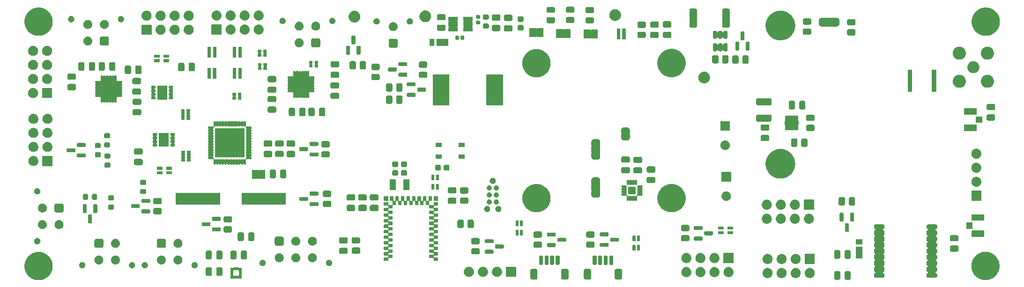
<source format=gbr>
G04 #@! TF.GenerationSoftware,KiCad,Pcbnew,7.0.10*
G04 #@! TF.CreationDate,2024-07-22T15:51:58-07:00*
G04 #@! TF.ProjectId,LCP_Controller,4c43505f-436f-46e7-9472-6f6c6c65722e,rev?*
G04 #@! TF.SameCoordinates,Original*
G04 #@! TF.FileFunction,Soldermask,Top*
G04 #@! TF.FilePolarity,Negative*
%FSLAX46Y46*%
G04 Gerber Fmt 4.6, Leading zero omitted, Abs format (unit mm)*
G04 Created by KiCad (PCBNEW 7.0.10) date 2024-07-22 15:51:58*
%MOMM*%
%LPD*%
G01*
G04 APERTURE LIST*
G04 APERTURE END LIST*
G36*
X130381702Y-133843052D02*
G01*
X130462744Y-133843052D01*
X130537196Y-133852457D01*
X130610541Y-133856894D01*
X130695370Y-133872439D01*
X130781696Y-133883345D01*
X130848559Y-133900512D01*
X130914590Y-133912613D01*
X131003052Y-133940178D01*
X131093084Y-133963295D01*
X131151662Y-133986487D01*
X131209712Y-134004577D01*
X131300128Y-134045270D01*
X131391995Y-134081643D01*
X131441880Y-134109067D01*
X131491585Y-134131438D01*
X131582058Y-134186131D01*
X131673717Y-134236521D01*
X131714857Y-134266411D01*
X131756106Y-134291347D01*
X131844553Y-134360641D01*
X131933805Y-134425486D01*
X131966443Y-134456135D01*
X131999442Y-134481988D01*
X132083702Y-134566248D01*
X132168160Y-134645559D01*
X132192811Y-134675357D01*
X132218011Y-134700557D01*
X132295828Y-134799883D01*
X132373084Y-134893270D01*
X132390534Y-134920767D01*
X132408652Y-134943893D01*
X132477790Y-135058261D01*
X132545345Y-135164711D01*
X132556598Y-135188625D01*
X132568561Y-135208414D01*
X132626753Y-135337712D01*
X132682228Y-135455601D01*
X132688503Y-135474914D01*
X132695422Y-135490287D01*
X132740478Y-135634876D01*
X132781573Y-135761354D01*
X132784229Y-135775278D01*
X132787386Y-135785409D01*
X132817281Y-135948545D01*
X132841814Y-136077147D01*
X132842318Y-136085166D01*
X132843105Y-136089458D01*
X132855983Y-136302362D01*
X132862000Y-136398000D01*
X132855982Y-136493644D01*
X132843105Y-136706541D01*
X132842318Y-136710832D01*
X132841814Y-136718853D01*
X132817277Y-136847478D01*
X132787386Y-137010590D01*
X132784229Y-137020718D01*
X132781573Y-137034646D01*
X132740470Y-137161146D01*
X132695422Y-137305712D01*
X132688504Y-137321082D01*
X132682228Y-137340399D01*
X132626743Y-137458309D01*
X132568561Y-137587585D01*
X132556600Y-137607370D01*
X132545345Y-137631289D01*
X132477777Y-137737758D01*
X132408652Y-137852106D01*
X132390537Y-137875227D01*
X132373084Y-137902730D01*
X132295813Y-137996134D01*
X132218011Y-138095442D01*
X132192815Y-138120637D01*
X132168160Y-138150441D01*
X132083685Y-138229767D01*
X131999442Y-138314011D01*
X131966449Y-138339858D01*
X131933805Y-138370514D01*
X131844536Y-138435371D01*
X131756106Y-138504652D01*
X131714865Y-138529582D01*
X131673717Y-138559479D01*
X131582040Y-138609878D01*
X131491585Y-138664561D01*
X131441890Y-138686926D01*
X131391995Y-138714357D01*
X131300109Y-138750737D01*
X131209712Y-138791422D01*
X131151674Y-138809507D01*
X131093084Y-138832705D01*
X131003033Y-138855825D01*
X130914590Y-138883386D01*
X130848573Y-138895483D01*
X130781696Y-138912655D01*
X130695352Y-138923562D01*
X130610541Y-138939105D01*
X130537211Y-138943540D01*
X130462744Y-138952948D01*
X130381685Y-138952948D01*
X130302000Y-138957768D01*
X130222314Y-138952948D01*
X130141256Y-138952948D01*
X130066788Y-138943540D01*
X129993458Y-138939105D01*
X129908644Y-138923562D01*
X129822304Y-138912655D01*
X129755429Y-138895484D01*
X129689409Y-138883386D01*
X129600960Y-138855824D01*
X129510916Y-138832705D01*
X129452329Y-138809508D01*
X129394287Y-138791422D01*
X129303881Y-138750733D01*
X129212005Y-138714357D01*
X129162114Y-138686929D01*
X129112414Y-138664561D01*
X129021948Y-138609872D01*
X128930283Y-138559479D01*
X128889139Y-138529586D01*
X128847893Y-138504652D01*
X128759450Y-138435361D01*
X128670195Y-138370514D01*
X128637555Y-138339863D01*
X128604557Y-138314011D01*
X128520297Y-138229751D01*
X128435840Y-138150441D01*
X128411188Y-138120642D01*
X128385988Y-138095442D01*
X128308167Y-137996111D01*
X128230916Y-137902730D01*
X128213466Y-137875234D01*
X128195347Y-137852106D01*
X128126201Y-137737725D01*
X128058655Y-137631289D01*
X128047403Y-137607377D01*
X128035438Y-137587585D01*
X127977233Y-137458261D01*
X127921772Y-137340399D01*
X127915498Y-137321090D01*
X127908577Y-137305712D01*
X127863505Y-137161071D01*
X127822427Y-137034646D01*
X127819771Y-137020726D01*
X127816613Y-137010590D01*
X127786697Y-136847345D01*
X127762186Y-136718853D01*
X127761681Y-136710840D01*
X127760894Y-136706541D01*
X127747991Y-136493232D01*
X127742000Y-136398000D01*
X127747990Y-136302774D01*
X127760894Y-136089458D01*
X127761681Y-136085158D01*
X127762186Y-136077147D01*
X127786692Y-135948679D01*
X127816613Y-135785409D01*
X127819772Y-135775270D01*
X127822427Y-135761354D01*
X127863497Y-135634951D01*
X127908577Y-135490287D01*
X127915499Y-135474906D01*
X127921772Y-135455601D01*
X127977223Y-135337760D01*
X128035438Y-135208414D01*
X128047405Y-135188617D01*
X128058655Y-135164711D01*
X128126188Y-135058295D01*
X128195347Y-134943893D01*
X128213469Y-134920760D01*
X128230916Y-134893270D01*
X128308152Y-134799906D01*
X128385988Y-134700557D01*
X128411193Y-134675351D01*
X128435840Y-134645559D01*
X128520281Y-134566263D01*
X128604557Y-134481988D01*
X128637561Y-134456130D01*
X128670195Y-134425486D01*
X128759432Y-134360651D01*
X128847893Y-134291347D01*
X128889147Y-134266407D01*
X128930283Y-134236521D01*
X129021930Y-134186137D01*
X129112414Y-134131438D01*
X129162124Y-134109065D01*
X129212005Y-134081643D01*
X129303863Y-134045273D01*
X129394287Y-134004577D01*
X129452341Y-133986486D01*
X129510916Y-133963295D01*
X129600942Y-133940180D01*
X129689409Y-133912613D01*
X129755442Y-133900511D01*
X129822304Y-133883345D01*
X129908626Y-133872439D01*
X129993458Y-133856894D01*
X130066804Y-133852457D01*
X130141256Y-133843052D01*
X130222298Y-133843052D01*
X130302000Y-133838231D01*
X130381702Y-133843052D01*
G37*
G36*
X301526902Y-133817652D02*
G01*
X301607944Y-133817652D01*
X301682396Y-133827057D01*
X301755741Y-133831494D01*
X301840570Y-133847039D01*
X301926896Y-133857945D01*
X301993759Y-133875112D01*
X302059790Y-133887213D01*
X302148252Y-133914778D01*
X302238284Y-133937895D01*
X302296862Y-133961087D01*
X302354912Y-133979177D01*
X302445328Y-134019870D01*
X302537195Y-134056243D01*
X302587080Y-134083667D01*
X302636785Y-134106038D01*
X302727258Y-134160731D01*
X302818917Y-134211121D01*
X302860057Y-134241011D01*
X302901306Y-134265947D01*
X302989753Y-134335241D01*
X303079005Y-134400086D01*
X303111643Y-134430735D01*
X303144642Y-134456588D01*
X303228902Y-134540848D01*
X303313360Y-134620159D01*
X303338011Y-134649957D01*
X303363211Y-134675157D01*
X303441028Y-134774483D01*
X303518284Y-134867870D01*
X303535734Y-134895367D01*
X303553852Y-134918493D01*
X303622990Y-135032861D01*
X303690545Y-135139311D01*
X303701798Y-135163225D01*
X303713761Y-135183014D01*
X303771953Y-135312312D01*
X303827428Y-135430201D01*
X303833703Y-135449514D01*
X303840622Y-135464887D01*
X303885678Y-135609476D01*
X303926773Y-135735954D01*
X303929429Y-135749878D01*
X303932586Y-135760009D01*
X303962481Y-135923145D01*
X303987014Y-136051747D01*
X303987518Y-136059766D01*
X303988305Y-136064058D01*
X304001183Y-136276962D01*
X304007200Y-136372600D01*
X304001182Y-136468244D01*
X303988305Y-136681141D01*
X303987518Y-136685432D01*
X303987014Y-136693453D01*
X303962477Y-136822078D01*
X303932586Y-136985190D01*
X303929429Y-136995318D01*
X303926773Y-137009246D01*
X303885670Y-137135746D01*
X303840622Y-137280312D01*
X303833704Y-137295682D01*
X303827428Y-137314999D01*
X303771943Y-137432909D01*
X303713761Y-137562185D01*
X303701800Y-137581970D01*
X303690545Y-137605889D01*
X303622977Y-137712358D01*
X303553852Y-137826706D01*
X303535737Y-137849827D01*
X303518284Y-137877330D01*
X303441013Y-137970734D01*
X303363211Y-138070042D01*
X303338015Y-138095237D01*
X303313360Y-138125041D01*
X303228885Y-138204367D01*
X303144642Y-138288611D01*
X303111649Y-138314458D01*
X303079005Y-138345114D01*
X302989736Y-138409971D01*
X302901306Y-138479252D01*
X302860065Y-138504182D01*
X302818917Y-138534079D01*
X302727240Y-138584478D01*
X302636785Y-138639161D01*
X302587090Y-138661526D01*
X302537195Y-138688957D01*
X302445309Y-138725337D01*
X302354912Y-138766022D01*
X302296874Y-138784107D01*
X302238284Y-138807305D01*
X302148233Y-138830425D01*
X302059790Y-138857986D01*
X301993773Y-138870083D01*
X301926896Y-138887255D01*
X301840552Y-138898162D01*
X301755741Y-138913705D01*
X301682411Y-138918140D01*
X301607944Y-138927548D01*
X301526885Y-138927548D01*
X301447200Y-138932368D01*
X301367514Y-138927548D01*
X301286456Y-138927548D01*
X301211988Y-138918140D01*
X301138658Y-138913705D01*
X301053844Y-138898162D01*
X300967504Y-138887255D01*
X300900629Y-138870084D01*
X300834609Y-138857986D01*
X300746160Y-138830424D01*
X300656116Y-138807305D01*
X300597529Y-138784108D01*
X300539487Y-138766022D01*
X300449081Y-138725333D01*
X300357205Y-138688957D01*
X300307314Y-138661529D01*
X300257614Y-138639161D01*
X300167148Y-138584472D01*
X300075483Y-138534079D01*
X300034339Y-138504186D01*
X299993093Y-138479252D01*
X299904650Y-138409961D01*
X299815395Y-138345114D01*
X299782755Y-138314463D01*
X299749757Y-138288611D01*
X299665497Y-138204351D01*
X299581040Y-138125041D01*
X299556388Y-138095242D01*
X299531188Y-138070042D01*
X299453367Y-137970711D01*
X299376116Y-137877330D01*
X299358666Y-137849834D01*
X299340547Y-137826706D01*
X299271401Y-137712325D01*
X299203855Y-137605889D01*
X299192603Y-137581977D01*
X299180638Y-137562185D01*
X299122433Y-137432861D01*
X299066972Y-137314999D01*
X299060698Y-137295690D01*
X299053777Y-137280312D01*
X299008705Y-137135671D01*
X298967627Y-137009246D01*
X298964971Y-136995326D01*
X298961813Y-136985190D01*
X298931897Y-136821945D01*
X298907386Y-136693453D01*
X298906881Y-136685440D01*
X298906094Y-136681141D01*
X298893191Y-136467832D01*
X298887200Y-136372600D01*
X298893190Y-136277374D01*
X298906094Y-136064058D01*
X298906881Y-136059758D01*
X298907386Y-136051747D01*
X298931892Y-135923279D01*
X298961813Y-135760009D01*
X298964972Y-135749870D01*
X298967627Y-135735954D01*
X299008697Y-135609551D01*
X299053777Y-135464887D01*
X299060699Y-135449506D01*
X299066972Y-135430201D01*
X299122423Y-135312360D01*
X299180638Y-135183014D01*
X299192605Y-135163217D01*
X299203855Y-135139311D01*
X299271388Y-135032895D01*
X299340547Y-134918493D01*
X299358669Y-134895360D01*
X299376116Y-134867870D01*
X299453352Y-134774506D01*
X299531188Y-134675157D01*
X299556393Y-134649951D01*
X299581040Y-134620159D01*
X299665481Y-134540863D01*
X299749757Y-134456588D01*
X299782761Y-134430730D01*
X299815395Y-134400086D01*
X299904632Y-134335251D01*
X299993093Y-134265947D01*
X300034347Y-134241007D01*
X300075483Y-134211121D01*
X300167130Y-134160737D01*
X300257614Y-134106038D01*
X300307324Y-134083665D01*
X300357205Y-134056243D01*
X300449063Y-134019873D01*
X300539487Y-133979177D01*
X300597541Y-133961086D01*
X300656116Y-133937895D01*
X300746142Y-133914780D01*
X300834609Y-133887213D01*
X300900642Y-133875111D01*
X300967504Y-133857945D01*
X301053826Y-133847039D01*
X301138658Y-133831494D01*
X301212004Y-133827057D01*
X301286456Y-133817652D01*
X301367498Y-133817652D01*
X301447200Y-133812831D01*
X301526902Y-133817652D01*
G37*
G36*
X274925015Y-137317902D02*
G01*
X274953940Y-137320614D01*
X274956692Y-137321576D01*
X274970975Y-137323234D01*
X275007434Y-137339332D01*
X275044181Y-137352191D01*
X275055537Y-137360572D01*
X275075192Y-137369251D01*
X275097436Y-137391495D01*
X275118188Y-137406811D01*
X275133503Y-137427562D01*
X275155749Y-137449808D01*
X275164427Y-137469463D01*
X275172808Y-137480818D01*
X275185664Y-137517558D01*
X275201766Y-137554025D01*
X275203423Y-137568310D01*
X275204385Y-137571059D01*
X275207093Y-137599945D01*
X275210000Y-137625000D01*
X275210000Y-138575000D01*
X275207092Y-138600060D01*
X275204385Y-138628940D01*
X275203423Y-138631687D01*
X275201766Y-138645975D01*
X275185662Y-138682445D01*
X275172808Y-138719181D01*
X275164428Y-138730534D01*
X275155749Y-138750192D01*
X275133500Y-138772440D01*
X275118188Y-138793188D01*
X275097440Y-138808500D01*
X275075192Y-138830749D01*
X275055534Y-138839428D01*
X275044181Y-138847808D01*
X275007445Y-138860662D01*
X274970975Y-138876766D01*
X274956687Y-138878423D01*
X274953940Y-138879385D01*
X274925058Y-138882092D01*
X274900000Y-138885000D01*
X274400000Y-138885000D01*
X274374943Y-138882093D01*
X274346059Y-138879385D01*
X274343310Y-138878423D01*
X274329025Y-138876766D01*
X274292558Y-138860664D01*
X274255818Y-138847808D01*
X274244463Y-138839427D01*
X274224808Y-138830749D01*
X274202562Y-138808503D01*
X274181811Y-138793188D01*
X274166495Y-138772436D01*
X274144251Y-138750192D01*
X274135572Y-138730537D01*
X274127191Y-138719181D01*
X274114332Y-138682434D01*
X274098234Y-138645975D01*
X274096576Y-138631692D01*
X274095614Y-138628940D01*
X274092901Y-138600013D01*
X274090000Y-138575000D01*
X274090000Y-137625000D01*
X274092901Y-137599988D01*
X274095614Y-137571059D01*
X274096577Y-137568306D01*
X274098234Y-137554025D01*
X274114331Y-137517568D01*
X274127191Y-137480818D01*
X274135573Y-137469459D01*
X274144251Y-137449808D01*
X274166493Y-137427565D01*
X274181811Y-137406811D01*
X274202565Y-137391493D01*
X274224808Y-137369251D01*
X274244459Y-137360573D01*
X274255818Y-137352191D01*
X274292568Y-137339331D01*
X274329025Y-137323234D01*
X274343306Y-137321577D01*
X274346059Y-137320614D01*
X274374990Y-137317901D01*
X274400000Y-137315000D01*
X274900000Y-137315000D01*
X274925015Y-137317902D01*
G37*
G36*
X276825015Y-137317902D02*
G01*
X276853940Y-137320614D01*
X276856692Y-137321576D01*
X276870975Y-137323234D01*
X276907434Y-137339332D01*
X276944181Y-137352191D01*
X276955537Y-137360572D01*
X276975192Y-137369251D01*
X276997436Y-137391495D01*
X277018188Y-137406811D01*
X277033503Y-137427562D01*
X277055749Y-137449808D01*
X277064427Y-137469463D01*
X277072808Y-137480818D01*
X277085664Y-137517558D01*
X277101766Y-137554025D01*
X277103423Y-137568310D01*
X277104385Y-137571059D01*
X277107093Y-137599945D01*
X277110000Y-137625000D01*
X277110000Y-138575000D01*
X277107092Y-138600060D01*
X277104385Y-138628940D01*
X277103423Y-138631687D01*
X277101766Y-138645975D01*
X277085662Y-138682445D01*
X277072808Y-138719181D01*
X277064428Y-138730534D01*
X277055749Y-138750192D01*
X277033500Y-138772440D01*
X277018188Y-138793188D01*
X276997440Y-138808500D01*
X276975192Y-138830749D01*
X276955534Y-138839428D01*
X276944181Y-138847808D01*
X276907445Y-138860662D01*
X276870975Y-138876766D01*
X276856687Y-138878423D01*
X276853940Y-138879385D01*
X276825058Y-138882092D01*
X276800000Y-138885000D01*
X276300000Y-138885000D01*
X276274943Y-138882093D01*
X276246059Y-138879385D01*
X276243310Y-138878423D01*
X276229025Y-138876766D01*
X276192558Y-138860664D01*
X276155818Y-138847808D01*
X276144463Y-138839427D01*
X276124808Y-138830749D01*
X276102562Y-138808503D01*
X276081811Y-138793188D01*
X276066495Y-138772436D01*
X276044251Y-138750192D01*
X276035572Y-138730537D01*
X276027191Y-138719181D01*
X276014332Y-138682434D01*
X275998234Y-138645975D01*
X275996576Y-138631692D01*
X275995614Y-138628940D01*
X275992901Y-138600013D01*
X275990000Y-138575000D01*
X275990000Y-137625000D01*
X275992901Y-137599988D01*
X275995614Y-137571059D01*
X275996577Y-137568306D01*
X275998234Y-137554025D01*
X276014331Y-137517568D01*
X276027191Y-137480818D01*
X276035573Y-137469459D01*
X276044251Y-137449808D01*
X276066493Y-137427565D01*
X276081811Y-137406811D01*
X276102565Y-137391493D01*
X276124808Y-137369251D01*
X276144459Y-137360573D01*
X276155818Y-137352191D01*
X276192568Y-137339331D01*
X276229025Y-137323234D01*
X276243306Y-137321577D01*
X276246059Y-137320614D01*
X276274990Y-137317901D01*
X276300000Y-137315000D01*
X276800000Y-137315000D01*
X276825015Y-137317902D01*
G37*
G36*
X229883415Y-136920302D02*
G01*
X229912340Y-136923014D01*
X229915092Y-136923976D01*
X229929375Y-136925634D01*
X229965834Y-136941732D01*
X230002581Y-136954591D01*
X230013937Y-136962972D01*
X230033592Y-136971651D01*
X230055836Y-136993895D01*
X230076588Y-137009211D01*
X230091903Y-137029962D01*
X230114149Y-137052208D01*
X230122827Y-137071863D01*
X230131208Y-137083218D01*
X230144064Y-137119958D01*
X230160166Y-137156425D01*
X230161823Y-137170710D01*
X230162785Y-137173459D01*
X230165493Y-137202345D01*
X230168400Y-137227400D01*
X230168400Y-138527400D01*
X230165492Y-138552460D01*
X230162785Y-138581340D01*
X230161823Y-138584087D01*
X230160166Y-138598375D01*
X230144062Y-138634845D01*
X230131208Y-138671581D01*
X230122828Y-138682934D01*
X230114149Y-138702592D01*
X230091900Y-138724840D01*
X230076588Y-138745588D01*
X230055840Y-138760900D01*
X230033592Y-138783149D01*
X230013934Y-138791828D01*
X230002581Y-138800208D01*
X229965845Y-138813062D01*
X229929375Y-138829166D01*
X229915087Y-138830823D01*
X229912340Y-138831785D01*
X229883458Y-138834492D01*
X229858400Y-138837400D01*
X229158400Y-138837400D01*
X229133343Y-138834493D01*
X229104459Y-138831785D01*
X229101710Y-138830823D01*
X229087425Y-138829166D01*
X229050958Y-138813064D01*
X229014218Y-138800208D01*
X229002863Y-138791827D01*
X228983208Y-138783149D01*
X228960962Y-138760903D01*
X228940211Y-138745588D01*
X228924895Y-138724836D01*
X228902651Y-138702592D01*
X228893972Y-138682937D01*
X228885591Y-138671581D01*
X228872732Y-138634834D01*
X228856634Y-138598375D01*
X228854976Y-138584092D01*
X228854014Y-138581340D01*
X228851301Y-138552413D01*
X228848400Y-138527400D01*
X228848400Y-137227400D01*
X228851301Y-137202388D01*
X228854014Y-137173459D01*
X228854977Y-137170706D01*
X228856634Y-137156425D01*
X228872731Y-137119968D01*
X228885591Y-137083218D01*
X228893973Y-137071859D01*
X228902651Y-137052208D01*
X228924893Y-137029965D01*
X228940211Y-137009211D01*
X228960965Y-136993893D01*
X228983208Y-136971651D01*
X229002859Y-136962973D01*
X229014218Y-136954591D01*
X229050968Y-136941731D01*
X229087425Y-136925634D01*
X229101706Y-136923977D01*
X229104459Y-136923014D01*
X229133390Y-136920301D01*
X229158400Y-136917400D01*
X229858400Y-136917400D01*
X229883415Y-136920302D01*
G37*
G36*
X235483415Y-136920302D02*
G01*
X235512340Y-136923014D01*
X235515092Y-136923976D01*
X235529375Y-136925634D01*
X235565834Y-136941732D01*
X235602581Y-136954591D01*
X235613937Y-136962972D01*
X235633592Y-136971651D01*
X235655836Y-136993895D01*
X235676588Y-137009211D01*
X235691903Y-137029962D01*
X235714149Y-137052208D01*
X235722827Y-137071863D01*
X235731208Y-137083218D01*
X235744064Y-137119958D01*
X235760166Y-137156425D01*
X235761823Y-137170710D01*
X235762785Y-137173459D01*
X235765493Y-137202345D01*
X235768400Y-137227400D01*
X235768400Y-138527400D01*
X235765492Y-138552460D01*
X235762785Y-138581340D01*
X235761823Y-138584087D01*
X235760166Y-138598375D01*
X235744062Y-138634845D01*
X235731208Y-138671581D01*
X235722828Y-138682934D01*
X235714149Y-138702592D01*
X235691900Y-138724840D01*
X235676588Y-138745588D01*
X235655840Y-138760900D01*
X235633592Y-138783149D01*
X235613934Y-138791828D01*
X235602581Y-138800208D01*
X235565845Y-138813062D01*
X235529375Y-138829166D01*
X235515087Y-138830823D01*
X235512340Y-138831785D01*
X235483458Y-138834492D01*
X235458400Y-138837400D01*
X234758400Y-138837400D01*
X234733343Y-138834493D01*
X234704459Y-138831785D01*
X234701710Y-138830823D01*
X234687425Y-138829166D01*
X234650958Y-138813064D01*
X234614218Y-138800208D01*
X234602863Y-138791827D01*
X234583208Y-138783149D01*
X234560962Y-138760903D01*
X234540211Y-138745588D01*
X234524895Y-138724836D01*
X234502651Y-138702592D01*
X234493972Y-138682937D01*
X234485591Y-138671581D01*
X234472732Y-138634834D01*
X234456634Y-138598375D01*
X234454976Y-138584092D01*
X234454014Y-138581340D01*
X234451301Y-138552413D01*
X234448400Y-138527400D01*
X234448400Y-137227400D01*
X234451301Y-137202388D01*
X234454014Y-137173459D01*
X234454977Y-137170706D01*
X234456634Y-137156425D01*
X234472731Y-137119968D01*
X234485591Y-137083218D01*
X234493973Y-137071859D01*
X234502651Y-137052208D01*
X234524893Y-137029965D01*
X234540211Y-137009211D01*
X234560965Y-136993893D01*
X234583208Y-136971651D01*
X234602859Y-136962973D01*
X234614218Y-136954591D01*
X234650968Y-136941731D01*
X234687425Y-136925634D01*
X234701706Y-136923977D01*
X234704459Y-136923014D01*
X234733390Y-136920301D01*
X234758400Y-136917400D01*
X235458400Y-136917400D01*
X235483415Y-136920302D01*
G37*
G36*
X220200015Y-136914102D02*
G01*
X220228940Y-136916814D01*
X220231692Y-136917776D01*
X220245975Y-136919434D01*
X220282434Y-136935532D01*
X220319181Y-136948391D01*
X220330537Y-136956772D01*
X220350192Y-136965451D01*
X220372436Y-136987695D01*
X220393188Y-137003011D01*
X220408503Y-137023762D01*
X220430749Y-137046008D01*
X220439427Y-137065663D01*
X220447808Y-137077018D01*
X220460664Y-137113758D01*
X220476766Y-137150225D01*
X220478423Y-137164510D01*
X220479385Y-137167259D01*
X220482093Y-137196145D01*
X220485000Y-137221200D01*
X220485000Y-138521200D01*
X220482092Y-138546260D01*
X220479385Y-138575140D01*
X220478423Y-138577887D01*
X220476766Y-138592175D01*
X220460662Y-138628645D01*
X220447808Y-138665381D01*
X220439428Y-138676734D01*
X220430749Y-138696392D01*
X220408500Y-138718640D01*
X220393188Y-138739388D01*
X220372440Y-138754700D01*
X220350192Y-138776949D01*
X220330534Y-138785628D01*
X220319181Y-138794008D01*
X220282445Y-138806862D01*
X220245975Y-138822966D01*
X220231687Y-138824623D01*
X220228940Y-138825585D01*
X220200058Y-138828292D01*
X220175000Y-138831200D01*
X219475000Y-138831200D01*
X219449943Y-138828293D01*
X219421059Y-138825585D01*
X219418310Y-138824623D01*
X219404025Y-138822966D01*
X219367558Y-138806864D01*
X219330818Y-138794008D01*
X219319463Y-138785627D01*
X219299808Y-138776949D01*
X219277562Y-138754703D01*
X219256811Y-138739388D01*
X219241495Y-138718636D01*
X219219251Y-138696392D01*
X219210572Y-138676737D01*
X219202191Y-138665381D01*
X219189332Y-138628634D01*
X219173234Y-138592175D01*
X219171576Y-138577892D01*
X219170614Y-138575140D01*
X219167901Y-138546213D01*
X219165000Y-138521200D01*
X219165000Y-137221200D01*
X219167901Y-137196188D01*
X219170614Y-137167259D01*
X219171577Y-137164506D01*
X219173234Y-137150225D01*
X219189331Y-137113768D01*
X219202191Y-137077018D01*
X219210573Y-137065659D01*
X219219251Y-137046008D01*
X219241493Y-137023765D01*
X219256811Y-137003011D01*
X219277565Y-136987693D01*
X219299808Y-136965451D01*
X219319459Y-136956773D01*
X219330818Y-136948391D01*
X219367568Y-136935531D01*
X219404025Y-136919434D01*
X219418306Y-136917777D01*
X219421059Y-136916814D01*
X219449990Y-136914101D01*
X219475000Y-136911200D01*
X220175000Y-136911200D01*
X220200015Y-136914102D01*
G37*
G36*
X225800015Y-136914102D02*
G01*
X225828940Y-136916814D01*
X225831692Y-136917776D01*
X225845975Y-136919434D01*
X225882434Y-136935532D01*
X225919181Y-136948391D01*
X225930537Y-136956772D01*
X225950192Y-136965451D01*
X225972436Y-136987695D01*
X225993188Y-137003011D01*
X226008503Y-137023762D01*
X226030749Y-137046008D01*
X226039427Y-137065663D01*
X226047808Y-137077018D01*
X226060664Y-137113758D01*
X226076766Y-137150225D01*
X226078423Y-137164510D01*
X226079385Y-137167259D01*
X226082093Y-137196145D01*
X226085000Y-137221200D01*
X226085000Y-138521200D01*
X226082092Y-138546260D01*
X226079385Y-138575140D01*
X226078423Y-138577887D01*
X226076766Y-138592175D01*
X226060662Y-138628645D01*
X226047808Y-138665381D01*
X226039428Y-138676734D01*
X226030749Y-138696392D01*
X226008500Y-138718640D01*
X225993188Y-138739388D01*
X225972440Y-138754700D01*
X225950192Y-138776949D01*
X225930534Y-138785628D01*
X225919181Y-138794008D01*
X225882445Y-138806862D01*
X225845975Y-138822966D01*
X225831687Y-138824623D01*
X225828940Y-138825585D01*
X225800058Y-138828292D01*
X225775000Y-138831200D01*
X225075000Y-138831200D01*
X225049943Y-138828293D01*
X225021059Y-138825585D01*
X225018310Y-138824623D01*
X225004025Y-138822966D01*
X224967558Y-138806864D01*
X224930818Y-138794008D01*
X224919463Y-138785627D01*
X224899808Y-138776949D01*
X224877562Y-138754703D01*
X224856811Y-138739388D01*
X224841495Y-138718636D01*
X224819251Y-138696392D01*
X224810572Y-138676737D01*
X224802191Y-138665381D01*
X224789332Y-138628634D01*
X224773234Y-138592175D01*
X224771576Y-138577892D01*
X224770614Y-138575140D01*
X224767901Y-138546213D01*
X224765000Y-138521200D01*
X224765000Y-137221200D01*
X224767901Y-137196188D01*
X224770614Y-137167259D01*
X224771577Y-137164506D01*
X224773234Y-137150225D01*
X224789331Y-137113768D01*
X224802191Y-137077018D01*
X224810573Y-137065659D01*
X224819251Y-137046008D01*
X224841493Y-137023765D01*
X224856811Y-137003011D01*
X224877565Y-136987693D01*
X224899808Y-136965451D01*
X224919459Y-136956773D01*
X224930818Y-136948391D01*
X224967568Y-136935531D01*
X225004025Y-136919434D01*
X225018306Y-136917777D01*
X225021059Y-136916814D01*
X225049990Y-136914101D01*
X225075000Y-136911200D01*
X225775000Y-136911200D01*
X225800015Y-136914102D01*
G37*
G36*
X165974561Y-136678567D02*
G01*
X165992465Y-136690531D01*
X166060735Y-136690531D01*
X166078639Y-136678567D01*
X166101600Y-136674000D01*
X166451600Y-136674000D01*
X166474561Y-136678567D01*
X166494026Y-136691574D01*
X166497567Y-136696873D01*
X166504018Y-136701184D01*
X166553568Y-136711041D01*
X166573338Y-136707108D01*
X166578639Y-136703567D01*
X166601600Y-136699000D01*
X166976600Y-136699000D01*
X166999561Y-136703567D01*
X167019026Y-136716574D01*
X167032033Y-136736039D01*
X167036600Y-136759000D01*
X167036600Y-137109000D01*
X167032033Y-137131961D01*
X167020068Y-137149866D01*
X167020068Y-137218133D01*
X167032033Y-137236039D01*
X167036600Y-137259000D01*
X167036600Y-137609000D01*
X167032033Y-137631961D01*
X167020068Y-137649866D01*
X167020068Y-137718133D01*
X167032033Y-137736039D01*
X167036600Y-137759000D01*
X167036600Y-138109000D01*
X167032033Y-138131961D01*
X167020068Y-138149866D01*
X167020068Y-138218133D01*
X167032033Y-138236039D01*
X167036600Y-138259000D01*
X167036600Y-138609000D01*
X167032033Y-138631961D01*
X167019026Y-138651426D01*
X166999561Y-138664433D01*
X166976600Y-138669000D01*
X166601600Y-138669000D01*
X166578639Y-138664433D01*
X166573336Y-138660889D01*
X166553569Y-138656958D01*
X166504015Y-138666815D01*
X166497571Y-138671120D01*
X166494026Y-138676426D01*
X166474561Y-138689433D01*
X166451600Y-138694000D01*
X166101600Y-138694000D01*
X166078639Y-138689433D01*
X166060733Y-138677468D01*
X165992467Y-138677468D01*
X165974561Y-138689433D01*
X165951600Y-138694000D01*
X165601600Y-138694000D01*
X165578639Y-138689433D01*
X165559174Y-138676426D01*
X165555631Y-138671125D01*
X165549181Y-138666815D01*
X165499629Y-138656958D01*
X165479864Y-138660889D01*
X165474561Y-138664433D01*
X165451600Y-138669000D01*
X165076600Y-138669000D01*
X165053639Y-138664433D01*
X165034174Y-138651426D01*
X165021167Y-138631961D01*
X165016600Y-138609000D01*
X165016600Y-138259000D01*
X165021167Y-138236039D01*
X165033131Y-138218134D01*
X165033131Y-138149865D01*
X165021167Y-138131961D01*
X165016600Y-138109000D01*
X165016600Y-137759000D01*
X165021167Y-137736039D01*
X165033131Y-137718134D01*
X165033131Y-137718133D01*
X165495068Y-137718133D01*
X165507033Y-137736039D01*
X165511600Y-137759000D01*
X165511600Y-138109000D01*
X165511599Y-138109005D01*
X165511599Y-138124606D01*
X165585993Y-138199000D01*
X165601600Y-138199000D01*
X165951600Y-138199000D01*
X165974561Y-138203567D01*
X165992465Y-138215531D01*
X166060735Y-138215531D01*
X166078639Y-138203567D01*
X166101600Y-138199000D01*
X166451600Y-138199000D01*
X166467206Y-138199000D01*
X166541600Y-138124606D01*
X166541600Y-137771508D01*
X166541600Y-137771506D01*
X166541600Y-137759000D01*
X166546167Y-137736039D01*
X166558131Y-137718134D01*
X166558131Y-137649865D01*
X166546167Y-137631961D01*
X166541600Y-137609000D01*
X166541600Y-137259000D01*
X166541600Y-137243393D01*
X166467205Y-137168999D01*
X166451605Y-137168999D01*
X166451600Y-137169000D01*
X166101600Y-137169000D01*
X166078639Y-137164433D01*
X166060733Y-137152468D01*
X165992467Y-137152468D01*
X165974561Y-137164433D01*
X165951600Y-137169000D01*
X165601600Y-137169000D01*
X165601595Y-137168999D01*
X165585993Y-137168999D01*
X165511599Y-137243394D01*
X165511599Y-137258994D01*
X165511600Y-137259000D01*
X165511600Y-137609000D01*
X165507033Y-137631961D01*
X165495068Y-137649866D01*
X165495068Y-137718133D01*
X165033131Y-137718133D01*
X165033131Y-137649865D01*
X165021167Y-137631961D01*
X165016600Y-137609000D01*
X165016600Y-137259000D01*
X165021167Y-137236039D01*
X165033131Y-137218134D01*
X165033131Y-137149865D01*
X165021167Y-137131961D01*
X165016600Y-137109000D01*
X165016600Y-136759000D01*
X165021167Y-136736039D01*
X165034174Y-136716574D01*
X165053639Y-136703567D01*
X165076600Y-136699000D01*
X165451600Y-136699000D01*
X165474561Y-136703567D01*
X165479861Y-136707109D01*
X165499630Y-136711041D01*
X165549181Y-136701184D01*
X165555633Y-136696872D01*
X165559174Y-136691574D01*
X165578639Y-136678567D01*
X165601600Y-136674000D01*
X165951600Y-136674000D01*
X165974561Y-136678567D01*
G37*
G36*
X262111579Y-136757985D02*
G01*
X262162321Y-136757985D01*
X262206133Y-136767297D01*
X262244606Y-136771087D01*
X262292947Y-136785750D01*
X262348405Y-136797539D01*
X262383888Y-136813337D01*
X262415209Y-136822838D01*
X262464977Y-136849440D01*
X262522200Y-136874917D01*
X262548808Y-136894248D01*
X262572426Y-136906873D01*
X262620603Y-136946410D01*
X262676109Y-136986738D01*
X262694130Y-137006752D01*
X262710232Y-137019967D01*
X262753502Y-137072692D01*
X262803405Y-137128115D01*
X262813889Y-137146274D01*
X262823326Y-137157773D01*
X262858243Y-137223097D01*
X262898526Y-137292870D01*
X262903158Y-137307128D01*
X262907361Y-137314990D01*
X262930523Y-137391346D01*
X262957314Y-137473800D01*
X262958257Y-137482775D01*
X262959112Y-137485593D01*
X262967427Y-137570024D01*
X262977200Y-137663000D01*
X262967426Y-137755982D01*
X262959112Y-137840406D01*
X262958257Y-137843222D01*
X262957314Y-137852200D01*
X262930518Y-137934667D01*
X262907361Y-138011009D01*
X262903159Y-138018869D01*
X262898526Y-138033130D01*
X262858235Y-138102914D01*
X262823326Y-138168226D01*
X262813891Y-138179722D01*
X262803405Y-138197885D01*
X262753493Y-138253317D01*
X262710232Y-138306032D01*
X262694133Y-138319243D01*
X262676109Y-138339262D01*
X262620592Y-138379596D01*
X262572426Y-138419126D01*
X262548813Y-138431747D01*
X262522200Y-138451083D01*
X262464966Y-138476564D01*
X262415209Y-138503161D01*
X262383895Y-138512659D01*
X262348405Y-138528461D01*
X262292936Y-138540251D01*
X262244606Y-138554912D01*
X262206142Y-138558700D01*
X262162321Y-138568015D01*
X262111569Y-138568015D01*
X262067200Y-138572385D01*
X262022830Y-138568015D01*
X261972079Y-138568015D01*
X261928258Y-138558700D01*
X261889793Y-138554912D01*
X261841460Y-138540250D01*
X261785995Y-138528461D01*
X261750506Y-138512660D01*
X261719190Y-138503161D01*
X261669427Y-138476562D01*
X261612200Y-138451083D01*
X261585589Y-138431749D01*
X261561973Y-138419126D01*
X261513798Y-138379590D01*
X261458291Y-138339262D01*
X261440269Y-138319246D01*
X261424167Y-138306032D01*
X261380895Y-138253305D01*
X261330995Y-138197885D01*
X261320511Y-138179726D01*
X261311073Y-138168226D01*
X261276150Y-138102891D01*
X261235874Y-138033130D01*
X261231241Y-138018873D01*
X261227038Y-138011009D01*
X261203866Y-137934621D01*
X261177086Y-137852200D01*
X261176142Y-137843227D01*
X261175287Y-137840406D01*
X261166957Y-137755831D01*
X261157200Y-137663000D01*
X261166956Y-137570175D01*
X261175287Y-137485593D01*
X261176143Y-137482770D01*
X261177086Y-137473800D01*
X261203861Y-137391392D01*
X261227038Y-137314990D01*
X261231242Y-137307123D01*
X261235874Y-137292870D01*
X261276143Y-137223121D01*
X261311073Y-137157773D01*
X261320513Y-137146269D01*
X261330995Y-137128115D01*
X261380886Y-137072705D01*
X261424167Y-137019967D01*
X261440272Y-137006749D01*
X261458291Y-136986738D01*
X261513788Y-136946417D01*
X261561973Y-136906873D01*
X261585594Y-136894246D01*
X261612200Y-136874917D01*
X261669416Y-136849442D01*
X261719190Y-136822838D01*
X261750513Y-136813336D01*
X261785995Y-136797539D01*
X261841449Y-136785751D01*
X261889793Y-136771087D01*
X261928267Y-136767297D01*
X261972079Y-136757985D01*
X262022820Y-136757985D01*
X262067200Y-136753614D01*
X262111579Y-136757985D01*
G37*
G36*
X264651579Y-136757985D02*
G01*
X264702321Y-136757985D01*
X264746133Y-136767297D01*
X264784606Y-136771087D01*
X264832947Y-136785750D01*
X264888405Y-136797539D01*
X264923888Y-136813337D01*
X264955209Y-136822838D01*
X265004977Y-136849440D01*
X265062200Y-136874917D01*
X265088808Y-136894248D01*
X265112426Y-136906873D01*
X265160603Y-136946410D01*
X265216109Y-136986738D01*
X265234130Y-137006752D01*
X265250232Y-137019967D01*
X265293502Y-137072692D01*
X265343405Y-137128115D01*
X265353889Y-137146274D01*
X265363326Y-137157773D01*
X265398243Y-137223097D01*
X265438526Y-137292870D01*
X265443158Y-137307128D01*
X265447361Y-137314990D01*
X265470523Y-137391346D01*
X265497314Y-137473800D01*
X265498257Y-137482775D01*
X265499112Y-137485593D01*
X265507427Y-137570024D01*
X265517200Y-137663000D01*
X265507426Y-137755982D01*
X265499112Y-137840406D01*
X265498257Y-137843222D01*
X265497314Y-137852200D01*
X265470518Y-137934667D01*
X265447361Y-138011009D01*
X265443159Y-138018869D01*
X265438526Y-138033130D01*
X265398235Y-138102914D01*
X265363326Y-138168226D01*
X265353891Y-138179722D01*
X265343405Y-138197885D01*
X265293493Y-138253317D01*
X265250232Y-138306032D01*
X265234133Y-138319243D01*
X265216109Y-138339262D01*
X265160592Y-138379596D01*
X265112426Y-138419126D01*
X265088813Y-138431747D01*
X265062200Y-138451083D01*
X265004966Y-138476564D01*
X264955209Y-138503161D01*
X264923895Y-138512659D01*
X264888405Y-138528461D01*
X264832936Y-138540251D01*
X264784606Y-138554912D01*
X264746142Y-138558700D01*
X264702321Y-138568015D01*
X264651569Y-138568015D01*
X264607200Y-138572385D01*
X264562830Y-138568015D01*
X264512079Y-138568015D01*
X264468258Y-138558700D01*
X264429793Y-138554912D01*
X264381460Y-138540250D01*
X264325995Y-138528461D01*
X264290506Y-138512660D01*
X264259190Y-138503161D01*
X264209427Y-138476562D01*
X264152200Y-138451083D01*
X264125589Y-138431749D01*
X264101973Y-138419126D01*
X264053798Y-138379590D01*
X263998291Y-138339262D01*
X263980269Y-138319246D01*
X263964167Y-138306032D01*
X263920895Y-138253305D01*
X263870995Y-138197885D01*
X263860511Y-138179726D01*
X263851073Y-138168226D01*
X263816150Y-138102891D01*
X263775874Y-138033130D01*
X263771241Y-138018873D01*
X263767038Y-138011009D01*
X263743866Y-137934621D01*
X263717086Y-137852200D01*
X263716142Y-137843227D01*
X263715287Y-137840406D01*
X263706957Y-137755831D01*
X263697200Y-137663000D01*
X263706956Y-137570175D01*
X263715287Y-137485593D01*
X263716143Y-137482770D01*
X263717086Y-137473800D01*
X263743861Y-137391392D01*
X263767038Y-137314990D01*
X263771242Y-137307123D01*
X263775874Y-137292870D01*
X263816143Y-137223121D01*
X263851073Y-137157773D01*
X263860513Y-137146269D01*
X263870995Y-137128115D01*
X263920886Y-137072705D01*
X263964167Y-137019967D01*
X263980272Y-137006749D01*
X263998291Y-136986738D01*
X264053788Y-136946417D01*
X264101973Y-136906873D01*
X264125594Y-136894246D01*
X264152200Y-136874917D01*
X264209416Y-136849442D01*
X264259190Y-136822838D01*
X264290513Y-136813336D01*
X264325995Y-136797539D01*
X264381449Y-136785751D01*
X264429793Y-136771087D01*
X264468267Y-136767297D01*
X264512079Y-136757985D01*
X264562820Y-136757985D01*
X264607200Y-136753614D01*
X264651579Y-136757985D01*
G37*
G36*
X267191579Y-136757985D02*
G01*
X267242321Y-136757985D01*
X267286133Y-136767297D01*
X267324606Y-136771087D01*
X267372947Y-136785750D01*
X267428405Y-136797539D01*
X267463888Y-136813337D01*
X267495209Y-136822838D01*
X267544977Y-136849440D01*
X267602200Y-136874917D01*
X267628808Y-136894248D01*
X267652426Y-136906873D01*
X267700603Y-136946410D01*
X267756109Y-136986738D01*
X267774130Y-137006752D01*
X267790232Y-137019967D01*
X267833502Y-137072692D01*
X267883405Y-137128115D01*
X267893889Y-137146274D01*
X267903326Y-137157773D01*
X267938243Y-137223097D01*
X267978526Y-137292870D01*
X267983158Y-137307128D01*
X267987361Y-137314990D01*
X268010523Y-137391346D01*
X268037314Y-137473800D01*
X268038257Y-137482775D01*
X268039112Y-137485593D01*
X268047427Y-137570024D01*
X268057200Y-137663000D01*
X268047426Y-137755982D01*
X268039112Y-137840406D01*
X268038257Y-137843222D01*
X268037314Y-137852200D01*
X268010518Y-137934667D01*
X267987361Y-138011009D01*
X267983159Y-138018869D01*
X267978526Y-138033130D01*
X267938235Y-138102914D01*
X267903326Y-138168226D01*
X267893891Y-138179722D01*
X267883405Y-138197885D01*
X267833493Y-138253317D01*
X267790232Y-138306032D01*
X267774133Y-138319243D01*
X267756109Y-138339262D01*
X267700592Y-138379596D01*
X267652426Y-138419126D01*
X267628813Y-138431747D01*
X267602200Y-138451083D01*
X267544966Y-138476564D01*
X267495209Y-138503161D01*
X267463895Y-138512659D01*
X267428405Y-138528461D01*
X267372936Y-138540251D01*
X267324606Y-138554912D01*
X267286142Y-138558700D01*
X267242321Y-138568015D01*
X267191569Y-138568015D01*
X267147200Y-138572385D01*
X267102830Y-138568015D01*
X267052079Y-138568015D01*
X267008258Y-138558700D01*
X266969793Y-138554912D01*
X266921460Y-138540250D01*
X266865995Y-138528461D01*
X266830506Y-138512660D01*
X266799190Y-138503161D01*
X266749427Y-138476562D01*
X266692200Y-138451083D01*
X266665589Y-138431749D01*
X266641973Y-138419126D01*
X266593798Y-138379590D01*
X266538291Y-138339262D01*
X266520269Y-138319246D01*
X266504167Y-138306032D01*
X266460895Y-138253305D01*
X266410995Y-138197885D01*
X266400511Y-138179726D01*
X266391073Y-138168226D01*
X266356150Y-138102891D01*
X266315874Y-138033130D01*
X266311241Y-138018873D01*
X266307038Y-138011009D01*
X266283866Y-137934621D01*
X266257086Y-137852200D01*
X266256142Y-137843227D01*
X266255287Y-137840406D01*
X266246957Y-137755831D01*
X266237200Y-137663000D01*
X266246956Y-137570175D01*
X266255287Y-137485593D01*
X266256143Y-137482770D01*
X266257086Y-137473800D01*
X266283861Y-137391392D01*
X266307038Y-137314990D01*
X266311242Y-137307123D01*
X266315874Y-137292870D01*
X266356143Y-137223121D01*
X266391073Y-137157773D01*
X266400513Y-137146269D01*
X266410995Y-137128115D01*
X266460886Y-137072705D01*
X266504167Y-137019967D01*
X266520272Y-137006749D01*
X266538291Y-136986738D01*
X266593788Y-136946417D01*
X266641973Y-136906873D01*
X266665594Y-136894246D01*
X266692200Y-136874917D01*
X266749416Y-136849442D01*
X266799190Y-136822838D01*
X266830513Y-136813336D01*
X266865995Y-136797539D01*
X266921449Y-136785751D01*
X266969793Y-136771087D01*
X267008267Y-136767297D01*
X267052079Y-136757985D01*
X267102820Y-136757985D01*
X267147200Y-136753614D01*
X267191579Y-136757985D01*
G37*
G36*
X269731579Y-136757985D02*
G01*
X269782321Y-136757985D01*
X269826133Y-136767297D01*
X269864606Y-136771087D01*
X269912947Y-136785750D01*
X269968405Y-136797539D01*
X270003888Y-136813337D01*
X270035209Y-136822838D01*
X270084977Y-136849440D01*
X270142200Y-136874917D01*
X270168808Y-136894248D01*
X270192426Y-136906873D01*
X270240603Y-136946410D01*
X270296109Y-136986738D01*
X270314130Y-137006752D01*
X270330232Y-137019967D01*
X270373502Y-137072692D01*
X270423405Y-137128115D01*
X270433889Y-137146274D01*
X270443326Y-137157773D01*
X270478243Y-137223097D01*
X270518526Y-137292870D01*
X270523158Y-137307128D01*
X270527361Y-137314990D01*
X270550523Y-137391346D01*
X270577314Y-137473800D01*
X270578257Y-137482775D01*
X270579112Y-137485593D01*
X270587427Y-137570024D01*
X270597200Y-137663000D01*
X270587426Y-137755982D01*
X270579112Y-137840406D01*
X270578257Y-137843222D01*
X270577314Y-137852200D01*
X270550518Y-137934667D01*
X270527361Y-138011009D01*
X270523159Y-138018869D01*
X270518526Y-138033130D01*
X270478235Y-138102914D01*
X270443326Y-138168226D01*
X270433891Y-138179722D01*
X270423405Y-138197885D01*
X270373493Y-138253317D01*
X270330232Y-138306032D01*
X270314133Y-138319243D01*
X270296109Y-138339262D01*
X270240592Y-138379596D01*
X270192426Y-138419126D01*
X270168813Y-138431747D01*
X270142200Y-138451083D01*
X270084966Y-138476564D01*
X270035209Y-138503161D01*
X270003895Y-138512659D01*
X269968405Y-138528461D01*
X269912936Y-138540251D01*
X269864606Y-138554912D01*
X269826142Y-138558700D01*
X269782321Y-138568015D01*
X269731569Y-138568015D01*
X269687200Y-138572385D01*
X269642830Y-138568015D01*
X269592079Y-138568015D01*
X269548258Y-138558700D01*
X269509793Y-138554912D01*
X269461460Y-138540250D01*
X269405995Y-138528461D01*
X269370506Y-138512660D01*
X269339190Y-138503161D01*
X269289427Y-138476562D01*
X269232200Y-138451083D01*
X269205589Y-138431749D01*
X269181973Y-138419126D01*
X269133798Y-138379590D01*
X269078291Y-138339262D01*
X269060269Y-138319246D01*
X269044167Y-138306032D01*
X269000895Y-138253305D01*
X268950995Y-138197885D01*
X268940511Y-138179726D01*
X268931073Y-138168226D01*
X268896150Y-138102891D01*
X268855874Y-138033130D01*
X268851241Y-138018873D01*
X268847038Y-138011009D01*
X268823866Y-137934621D01*
X268797086Y-137852200D01*
X268796142Y-137843227D01*
X268795287Y-137840406D01*
X268786957Y-137755831D01*
X268777200Y-137663000D01*
X268786956Y-137570175D01*
X268795287Y-137485593D01*
X268796143Y-137482770D01*
X268797086Y-137473800D01*
X268823861Y-137391392D01*
X268847038Y-137314990D01*
X268851242Y-137307123D01*
X268855874Y-137292870D01*
X268896143Y-137223121D01*
X268931073Y-137157773D01*
X268940513Y-137146269D01*
X268950995Y-137128115D01*
X269000886Y-137072705D01*
X269044167Y-137019967D01*
X269060272Y-137006749D01*
X269078291Y-136986738D01*
X269133788Y-136946417D01*
X269181973Y-136906873D01*
X269205594Y-136894246D01*
X269232200Y-136874917D01*
X269289416Y-136849442D01*
X269339190Y-136822838D01*
X269370513Y-136813336D01*
X269405995Y-136797539D01*
X269461449Y-136785751D01*
X269509793Y-136771087D01*
X269548267Y-136767297D01*
X269592079Y-136757985D01*
X269642820Y-136757985D01*
X269687200Y-136753614D01*
X269731579Y-136757985D01*
G37*
G36*
X283000191Y-128895010D02*
G01*
X283040340Y-128900860D01*
X283047708Y-128904462D01*
X283064931Y-128907888D01*
X283092780Y-128926496D01*
X283110532Y-128935175D01*
X283120124Y-128944767D01*
X283141170Y-128958830D01*
X283155232Y-128979875D01*
X283164824Y-128989467D01*
X283173501Y-129007216D01*
X283192112Y-129035069D01*
X283195538Y-129052293D01*
X283199139Y-129059659D01*
X283204986Y-129099794D01*
X283210000Y-129125000D01*
X283210000Y-129475000D01*
X283204985Y-129500210D01*
X283199139Y-129540340D01*
X283195538Y-129547705D01*
X283192112Y-129564931D01*
X283173499Y-129592786D01*
X283164824Y-129610532D01*
X283155234Y-129620121D01*
X283141170Y-129641170D01*
X283120121Y-129655234D01*
X283110532Y-129664824D01*
X283092785Y-129673499D01*
X283064931Y-129692112D01*
X283047706Y-129695538D01*
X283040343Y-129699138D01*
X283000234Y-129704980D01*
X282975000Y-129710000D01*
X282965778Y-129710000D01*
X282914580Y-129717458D01*
X282913221Y-129935755D01*
X282940020Y-129940000D01*
X282950000Y-129940000D01*
X282989029Y-129947763D01*
X283029854Y-129954230D01*
X283035177Y-129956942D01*
X283049498Y-129959791D01*
X283077533Y-129978523D01*
X283101892Y-129990935D01*
X283113538Y-130002581D01*
X283133848Y-130016152D01*
X283147418Y-130036461D01*
X283159064Y-130048107D01*
X283171474Y-130072464D01*
X283190209Y-130100502D01*
X283193057Y-130114822D01*
X283195768Y-130120142D01*
X283202224Y-130160909D01*
X283210000Y-130200000D01*
X283210000Y-130600000D01*
X283202227Y-130639076D01*
X283195769Y-130679854D01*
X283193058Y-130685174D01*
X283190209Y-130699498D01*
X283171471Y-130727539D01*
X283159064Y-130751892D01*
X283147420Y-130763535D01*
X283133848Y-130783848D01*
X283113535Y-130797420D01*
X283101892Y-130809064D01*
X283077540Y-130821471D01*
X283049498Y-130840209D01*
X283035173Y-130843058D01*
X282978030Y-130872174D01*
X282978030Y-131027826D01*
X283035175Y-131056942D01*
X283049498Y-131059791D01*
X283077535Y-131078525D01*
X283101892Y-131090935D01*
X283113538Y-131102581D01*
X283133848Y-131116152D01*
X283147418Y-131136461D01*
X283159064Y-131148107D01*
X283171474Y-131172464D01*
X283190209Y-131200502D01*
X283193057Y-131214822D01*
X283195768Y-131220142D01*
X283202224Y-131260909D01*
X283210000Y-131300000D01*
X283210000Y-131700000D01*
X283202227Y-131739076D01*
X283195769Y-131779854D01*
X283193058Y-131785174D01*
X283190209Y-131799498D01*
X283171471Y-131827539D01*
X283159064Y-131851892D01*
X283147420Y-131863535D01*
X283133848Y-131883848D01*
X283113535Y-131897420D01*
X283101892Y-131909064D01*
X283077540Y-131921471D01*
X283049498Y-131940209D01*
X283035173Y-131943058D01*
X282978030Y-131972174D01*
X282978030Y-132127826D01*
X283035175Y-132156942D01*
X283049498Y-132159791D01*
X283077535Y-132178525D01*
X283101892Y-132190935D01*
X283113538Y-132202581D01*
X283133848Y-132216152D01*
X283147418Y-132236461D01*
X283159064Y-132248107D01*
X283171474Y-132272464D01*
X283190209Y-132300502D01*
X283193057Y-132314822D01*
X283195768Y-132320142D01*
X283202224Y-132360909D01*
X283210000Y-132400000D01*
X283210000Y-132800000D01*
X283202227Y-132839076D01*
X283195769Y-132879854D01*
X283193058Y-132885174D01*
X283190209Y-132899498D01*
X283171471Y-132927539D01*
X283159064Y-132951892D01*
X283147420Y-132963535D01*
X283133848Y-132983848D01*
X283113535Y-132997420D01*
X283101892Y-133009064D01*
X283077540Y-133021471D01*
X283049498Y-133040209D01*
X283035173Y-133043058D01*
X282978030Y-133072174D01*
X282978030Y-133227826D01*
X283035175Y-133256942D01*
X283049498Y-133259791D01*
X283077535Y-133278525D01*
X283101892Y-133290935D01*
X283113538Y-133302581D01*
X283133848Y-133316152D01*
X283147418Y-133336461D01*
X283159064Y-133348107D01*
X283171474Y-133372464D01*
X283190209Y-133400502D01*
X283193057Y-133414822D01*
X283195768Y-133420142D01*
X283202224Y-133460909D01*
X283210000Y-133500000D01*
X283210000Y-133900000D01*
X283202227Y-133939076D01*
X283195769Y-133979854D01*
X283193058Y-133985174D01*
X283190209Y-133999498D01*
X283171471Y-134027539D01*
X283159064Y-134051892D01*
X283147420Y-134063535D01*
X283133848Y-134083848D01*
X283113535Y-134097420D01*
X283101892Y-134109064D01*
X283077540Y-134121471D01*
X283049498Y-134140209D01*
X283035173Y-134143058D01*
X282978030Y-134172174D01*
X282978030Y-134327826D01*
X283035175Y-134356942D01*
X283049498Y-134359791D01*
X283077535Y-134378525D01*
X283101892Y-134390935D01*
X283113538Y-134402581D01*
X283133848Y-134416152D01*
X283147418Y-134436461D01*
X283159064Y-134448107D01*
X283171474Y-134472464D01*
X283190209Y-134500502D01*
X283193057Y-134514822D01*
X283195768Y-134520142D01*
X283202224Y-134560909D01*
X283210000Y-134600000D01*
X283210000Y-135000000D01*
X283202227Y-135039076D01*
X283195769Y-135079854D01*
X283193058Y-135085174D01*
X283190209Y-135099498D01*
X283171471Y-135127539D01*
X283159064Y-135151892D01*
X283147420Y-135163535D01*
X283133848Y-135183848D01*
X283113535Y-135197420D01*
X283101892Y-135209064D01*
X283077540Y-135221471D01*
X283049498Y-135240209D01*
X283035173Y-135243058D01*
X282978030Y-135272174D01*
X282978030Y-135427826D01*
X283035175Y-135456942D01*
X283049498Y-135459791D01*
X283077535Y-135478525D01*
X283101892Y-135490935D01*
X283113538Y-135502581D01*
X283133848Y-135516152D01*
X283147418Y-135536461D01*
X283159064Y-135548107D01*
X283171474Y-135572464D01*
X283190209Y-135600502D01*
X283193057Y-135614822D01*
X283195768Y-135620142D01*
X283202224Y-135660909D01*
X283210000Y-135700000D01*
X283210000Y-136100000D01*
X283202227Y-136139076D01*
X283195769Y-136179854D01*
X283193058Y-136185174D01*
X283190209Y-136199498D01*
X283171471Y-136227539D01*
X283159064Y-136251892D01*
X283147420Y-136263535D01*
X283133848Y-136283848D01*
X283113535Y-136297420D01*
X283101892Y-136309064D01*
X283077540Y-136321471D01*
X283049498Y-136340209D01*
X283035173Y-136343058D01*
X282978030Y-136372174D01*
X282978030Y-136527826D01*
X283035175Y-136556942D01*
X283049498Y-136559791D01*
X283077535Y-136578525D01*
X283101892Y-136590935D01*
X283113538Y-136602581D01*
X283133848Y-136616152D01*
X283147418Y-136636461D01*
X283159064Y-136648107D01*
X283171474Y-136672464D01*
X283190209Y-136700502D01*
X283193057Y-136714822D01*
X283195768Y-136720142D01*
X283202224Y-136760909D01*
X283210000Y-136800000D01*
X283210000Y-137200000D01*
X283202227Y-137239076D01*
X283195769Y-137279854D01*
X283193058Y-137285174D01*
X283190209Y-137299498D01*
X283171471Y-137327539D01*
X283159064Y-137351892D01*
X283147420Y-137363535D01*
X283133848Y-137383848D01*
X283113535Y-137397420D01*
X283101892Y-137409064D01*
X283077539Y-137421471D01*
X283049498Y-137440209D01*
X283035174Y-137443058D01*
X283029856Y-137445768D01*
X282989134Y-137452215D01*
X282950000Y-137460000D01*
X282939973Y-137460000D01*
X282913227Y-137464235D01*
X282914573Y-137682534D01*
X282965810Y-137690000D01*
X282975000Y-137690000D01*
X283000172Y-137695007D01*
X283040340Y-137700860D01*
X283047708Y-137704462D01*
X283064931Y-137707888D01*
X283092780Y-137726496D01*
X283110532Y-137735175D01*
X283120124Y-137744767D01*
X283141170Y-137758830D01*
X283155232Y-137779875D01*
X283164824Y-137789467D01*
X283173501Y-137807216D01*
X283192112Y-137835069D01*
X283195538Y-137852293D01*
X283199139Y-137859659D01*
X283204986Y-137899794D01*
X283210000Y-137925000D01*
X283210000Y-138275000D01*
X283204985Y-138300210D01*
X283199139Y-138340340D01*
X283195538Y-138347705D01*
X283192112Y-138364931D01*
X283173499Y-138392786D01*
X283164824Y-138410532D01*
X283155234Y-138420121D01*
X283141170Y-138441170D01*
X283120121Y-138455234D01*
X283110532Y-138464824D01*
X283092786Y-138473499D01*
X283064931Y-138492112D01*
X283047705Y-138495538D01*
X283040340Y-138499139D01*
X283000208Y-138504985D01*
X282975000Y-138510000D01*
X281525000Y-138510000D01*
X281499792Y-138504986D01*
X281459659Y-138499139D01*
X281452293Y-138495538D01*
X281435069Y-138492112D01*
X281407216Y-138473501D01*
X281389467Y-138464824D01*
X281379875Y-138455232D01*
X281358830Y-138441170D01*
X281344767Y-138420124D01*
X281335175Y-138410532D01*
X281326496Y-138392780D01*
X281307888Y-138364931D01*
X281304462Y-138347708D01*
X281300860Y-138340340D01*
X281295010Y-138300189D01*
X281290000Y-138275000D01*
X281290000Y-137925000D01*
X281295010Y-137899811D01*
X281300860Y-137859659D01*
X281304462Y-137852289D01*
X281307888Y-137835069D01*
X281326495Y-137807221D01*
X281335175Y-137789467D01*
X281344769Y-137779872D01*
X281358830Y-137758830D01*
X281379872Y-137744769D01*
X281389467Y-137735175D01*
X281407221Y-137726495D01*
X281435069Y-137707888D01*
X281452289Y-137704462D01*
X281459659Y-137700860D01*
X281499809Y-137695010D01*
X281525000Y-137690000D01*
X281534203Y-137690000D01*
X281585422Y-137682538D01*
X281586775Y-137464241D01*
X281559999Y-137460000D01*
X281550000Y-137460000D01*
X281510917Y-137452226D01*
X281470143Y-137445768D01*
X281464823Y-137443057D01*
X281450502Y-137440209D01*
X281422463Y-137421474D01*
X281398107Y-137409064D01*
X281386461Y-137397418D01*
X281366152Y-137383848D01*
X281352581Y-137363538D01*
X281340935Y-137351892D01*
X281328523Y-137327532D01*
X281309791Y-137299498D01*
X281306942Y-137285179D01*
X281304231Y-137279857D01*
X281297771Y-137239069D01*
X281290000Y-137200000D01*
X281290000Y-136800000D01*
X281297766Y-136760952D01*
X281304230Y-136720145D01*
X281306942Y-136714820D01*
X281309791Y-136700502D01*
X281328521Y-136672469D01*
X281340935Y-136648107D01*
X281352583Y-136636458D01*
X281366152Y-136616152D01*
X281386458Y-136602583D01*
X281398107Y-136590935D01*
X281422468Y-136578522D01*
X281450502Y-136559791D01*
X281464821Y-136556942D01*
X281521969Y-136527825D01*
X281521969Y-136372175D01*
X281464822Y-136343057D01*
X281450502Y-136340209D01*
X281422463Y-136321474D01*
X281398107Y-136309064D01*
X281386461Y-136297418D01*
X281366152Y-136283848D01*
X281352581Y-136263538D01*
X281340935Y-136251892D01*
X281328523Y-136227532D01*
X281309791Y-136199498D01*
X281306942Y-136185179D01*
X281304231Y-136179857D01*
X281297771Y-136139069D01*
X281290000Y-136100000D01*
X281290000Y-135700000D01*
X281297766Y-135660952D01*
X281304230Y-135620145D01*
X281306942Y-135614820D01*
X281309791Y-135600502D01*
X281328521Y-135572469D01*
X281340935Y-135548107D01*
X281352583Y-135536458D01*
X281366152Y-135516152D01*
X281386458Y-135502583D01*
X281398107Y-135490935D01*
X281422468Y-135478522D01*
X281450502Y-135459791D01*
X281464821Y-135456942D01*
X281521969Y-135427825D01*
X281521969Y-135272175D01*
X281464822Y-135243057D01*
X281450502Y-135240209D01*
X281422463Y-135221474D01*
X281398107Y-135209064D01*
X281386461Y-135197418D01*
X281366152Y-135183848D01*
X281352581Y-135163538D01*
X281340935Y-135151892D01*
X281328523Y-135127532D01*
X281309791Y-135099498D01*
X281306942Y-135085179D01*
X281304231Y-135079857D01*
X281297771Y-135039069D01*
X281290000Y-135000000D01*
X281290000Y-134600000D01*
X281297766Y-134560952D01*
X281304230Y-134520145D01*
X281306942Y-134514820D01*
X281309791Y-134500502D01*
X281328521Y-134472469D01*
X281340935Y-134448107D01*
X281352583Y-134436458D01*
X281366152Y-134416152D01*
X281386458Y-134402583D01*
X281398107Y-134390935D01*
X281422468Y-134378522D01*
X281450502Y-134359791D01*
X281464821Y-134356942D01*
X281521969Y-134327825D01*
X281521969Y-134172175D01*
X281464822Y-134143057D01*
X281450502Y-134140209D01*
X281422463Y-134121474D01*
X281398107Y-134109064D01*
X281386461Y-134097418D01*
X281366152Y-134083848D01*
X281352581Y-134063538D01*
X281340935Y-134051892D01*
X281328523Y-134027532D01*
X281309791Y-133999498D01*
X281306942Y-133985179D01*
X281304231Y-133979857D01*
X281297771Y-133939069D01*
X281290000Y-133900000D01*
X281290000Y-133500000D01*
X281297766Y-133460952D01*
X281304230Y-133420145D01*
X281306942Y-133414820D01*
X281309791Y-133400502D01*
X281328521Y-133372469D01*
X281340935Y-133348107D01*
X281352583Y-133336458D01*
X281366152Y-133316152D01*
X281386458Y-133302583D01*
X281398107Y-133290935D01*
X281422468Y-133278522D01*
X281450502Y-133259791D01*
X281464821Y-133256942D01*
X281521969Y-133227825D01*
X281521969Y-133072175D01*
X281464822Y-133043057D01*
X281450502Y-133040209D01*
X281422463Y-133021474D01*
X281398107Y-133009064D01*
X281386461Y-132997418D01*
X281366152Y-132983848D01*
X281352581Y-132963538D01*
X281340935Y-132951892D01*
X281328523Y-132927532D01*
X281309791Y-132899498D01*
X281306942Y-132885179D01*
X281304231Y-132879857D01*
X281297771Y-132839069D01*
X281290000Y-132800000D01*
X281290000Y-132400000D01*
X281297766Y-132360952D01*
X281304230Y-132320145D01*
X281306942Y-132314820D01*
X281309791Y-132300502D01*
X281328521Y-132272469D01*
X281340935Y-132248107D01*
X281352583Y-132236458D01*
X281366152Y-132216152D01*
X281386458Y-132202583D01*
X281398107Y-132190935D01*
X281422468Y-132178522D01*
X281450502Y-132159791D01*
X281464821Y-132156942D01*
X281521969Y-132127825D01*
X281521969Y-131972175D01*
X281464822Y-131943057D01*
X281450502Y-131940209D01*
X281422463Y-131921474D01*
X281398107Y-131909064D01*
X281386461Y-131897418D01*
X281366152Y-131883848D01*
X281352581Y-131863538D01*
X281340935Y-131851892D01*
X281328523Y-131827532D01*
X281309791Y-131799498D01*
X281306942Y-131785179D01*
X281304231Y-131779857D01*
X281297771Y-131739069D01*
X281290000Y-131700000D01*
X281290000Y-131300000D01*
X281297766Y-131260952D01*
X281304230Y-131220145D01*
X281306942Y-131214820D01*
X281309791Y-131200502D01*
X281328521Y-131172469D01*
X281340935Y-131148107D01*
X281352583Y-131136458D01*
X281366152Y-131116152D01*
X281386458Y-131102583D01*
X281398107Y-131090935D01*
X281422468Y-131078522D01*
X281450502Y-131059791D01*
X281464821Y-131056942D01*
X281521969Y-131027825D01*
X281521969Y-130872175D01*
X281464822Y-130843057D01*
X281450502Y-130840209D01*
X281422463Y-130821474D01*
X281398107Y-130809064D01*
X281386461Y-130797418D01*
X281366152Y-130783848D01*
X281352581Y-130763538D01*
X281340935Y-130751892D01*
X281328523Y-130727532D01*
X281309791Y-130699498D01*
X281306942Y-130685179D01*
X281304231Y-130679857D01*
X281297771Y-130639069D01*
X281290000Y-130600000D01*
X281290000Y-130200000D01*
X281297766Y-130160952D01*
X281304230Y-130120145D01*
X281306942Y-130114820D01*
X281309791Y-130100502D01*
X281328521Y-130072469D01*
X281340935Y-130048107D01*
X281352583Y-130036458D01*
X281366152Y-130016152D01*
X281386458Y-130002583D01*
X281398107Y-129990935D01*
X281422469Y-129978521D01*
X281450502Y-129959791D01*
X281464820Y-129956942D01*
X281470143Y-129954231D01*
X281510933Y-129947770D01*
X281550000Y-129940000D01*
X281559997Y-129940000D01*
X281586775Y-129935759D01*
X281585422Y-129717462D01*
X281534205Y-129710000D01*
X281525000Y-129710000D01*
X281499796Y-129704986D01*
X281459659Y-129699139D01*
X281452293Y-129695538D01*
X281435069Y-129692112D01*
X281407216Y-129673501D01*
X281389467Y-129664824D01*
X281379875Y-129655232D01*
X281358830Y-129641170D01*
X281344767Y-129620124D01*
X281335175Y-129610532D01*
X281326496Y-129592780D01*
X281307888Y-129564931D01*
X281304462Y-129547708D01*
X281300860Y-129540340D01*
X281295010Y-129500189D01*
X281290000Y-129475000D01*
X281290000Y-129125000D01*
X281295010Y-129099811D01*
X281300860Y-129059659D01*
X281304462Y-129052289D01*
X281307888Y-129035069D01*
X281326495Y-129007221D01*
X281335175Y-128989467D01*
X281344769Y-128979872D01*
X281358830Y-128958830D01*
X281379872Y-128944769D01*
X281389467Y-128935175D01*
X281407221Y-128926495D01*
X281435069Y-128907888D01*
X281452289Y-128904462D01*
X281459659Y-128900860D01*
X281499812Y-128895009D01*
X281525000Y-128890000D01*
X282975000Y-128890000D01*
X283000191Y-128895010D01*
G37*
G36*
X292500191Y-128895010D02*
G01*
X292540340Y-128900860D01*
X292547708Y-128904462D01*
X292564931Y-128907888D01*
X292592780Y-128926496D01*
X292610532Y-128935175D01*
X292620124Y-128944767D01*
X292641170Y-128958830D01*
X292655232Y-128979875D01*
X292664824Y-128989467D01*
X292673501Y-129007216D01*
X292692112Y-129035069D01*
X292695538Y-129052293D01*
X292699139Y-129059659D01*
X292704986Y-129099794D01*
X292710000Y-129125000D01*
X292710000Y-129475000D01*
X292704985Y-129500210D01*
X292699139Y-129540340D01*
X292695538Y-129547705D01*
X292692112Y-129564931D01*
X292673499Y-129592786D01*
X292664824Y-129610532D01*
X292655234Y-129620121D01*
X292641170Y-129641170D01*
X292620121Y-129655234D01*
X292610532Y-129664824D01*
X292592785Y-129673499D01*
X292564931Y-129692112D01*
X292547706Y-129695538D01*
X292540343Y-129699138D01*
X292500234Y-129704980D01*
X292475000Y-129710000D01*
X292465778Y-129710000D01*
X292414580Y-129717458D01*
X292413221Y-129935755D01*
X292440020Y-129940000D01*
X292450000Y-129940000D01*
X292489029Y-129947763D01*
X292529854Y-129954230D01*
X292535177Y-129956942D01*
X292549498Y-129959791D01*
X292577533Y-129978523D01*
X292601892Y-129990935D01*
X292613538Y-130002581D01*
X292633848Y-130016152D01*
X292647418Y-130036461D01*
X292659064Y-130048107D01*
X292671474Y-130072464D01*
X292690209Y-130100502D01*
X292693057Y-130114822D01*
X292695768Y-130120142D01*
X292702224Y-130160909D01*
X292710000Y-130200000D01*
X292710000Y-130600000D01*
X292702227Y-130639076D01*
X292695769Y-130679854D01*
X292693058Y-130685174D01*
X292690209Y-130699498D01*
X292671471Y-130727539D01*
X292659064Y-130751892D01*
X292647420Y-130763535D01*
X292633848Y-130783848D01*
X292613535Y-130797420D01*
X292601892Y-130809064D01*
X292577540Y-130821471D01*
X292549498Y-130840209D01*
X292535173Y-130843058D01*
X292478030Y-130872174D01*
X292478030Y-131027826D01*
X292535175Y-131056942D01*
X292549498Y-131059791D01*
X292577535Y-131078525D01*
X292601892Y-131090935D01*
X292613538Y-131102581D01*
X292633848Y-131116152D01*
X292647418Y-131136461D01*
X292659064Y-131148107D01*
X292671474Y-131172464D01*
X292690209Y-131200502D01*
X292693057Y-131214822D01*
X292695768Y-131220142D01*
X292702224Y-131260909D01*
X292710000Y-131300000D01*
X292710000Y-131700000D01*
X292702227Y-131739076D01*
X292695769Y-131779854D01*
X292693058Y-131785174D01*
X292690209Y-131799498D01*
X292671471Y-131827539D01*
X292659064Y-131851892D01*
X292647420Y-131863535D01*
X292633848Y-131883848D01*
X292613535Y-131897420D01*
X292601892Y-131909064D01*
X292577540Y-131921471D01*
X292549498Y-131940209D01*
X292535173Y-131943058D01*
X292478030Y-131972174D01*
X292478030Y-132127826D01*
X292535175Y-132156942D01*
X292549498Y-132159791D01*
X292577535Y-132178525D01*
X292601892Y-132190935D01*
X292613538Y-132202581D01*
X292633848Y-132216152D01*
X292647418Y-132236461D01*
X292659064Y-132248107D01*
X292671474Y-132272464D01*
X292690209Y-132300502D01*
X292693057Y-132314822D01*
X292695768Y-132320142D01*
X292702224Y-132360909D01*
X292710000Y-132400000D01*
X292710000Y-132800000D01*
X292702227Y-132839076D01*
X292695769Y-132879854D01*
X292693058Y-132885174D01*
X292690209Y-132899498D01*
X292671471Y-132927539D01*
X292659064Y-132951892D01*
X292647420Y-132963535D01*
X292633848Y-132983848D01*
X292613535Y-132997420D01*
X292601892Y-133009064D01*
X292577540Y-133021471D01*
X292549498Y-133040209D01*
X292535173Y-133043058D01*
X292478030Y-133072174D01*
X292478030Y-133227826D01*
X292535175Y-133256942D01*
X292549498Y-133259791D01*
X292577535Y-133278525D01*
X292601892Y-133290935D01*
X292613538Y-133302581D01*
X292633848Y-133316152D01*
X292647418Y-133336461D01*
X292659064Y-133348107D01*
X292671474Y-133372464D01*
X292690209Y-133400502D01*
X292693057Y-133414822D01*
X292695768Y-133420142D01*
X292702224Y-133460909D01*
X292710000Y-133500000D01*
X292710000Y-133900000D01*
X292702227Y-133939076D01*
X292695769Y-133979854D01*
X292693058Y-133985174D01*
X292690209Y-133999498D01*
X292671471Y-134027539D01*
X292659064Y-134051892D01*
X292647420Y-134063535D01*
X292633848Y-134083848D01*
X292613535Y-134097420D01*
X292601892Y-134109064D01*
X292577540Y-134121471D01*
X292549498Y-134140209D01*
X292535173Y-134143058D01*
X292478030Y-134172174D01*
X292478030Y-134327826D01*
X292535175Y-134356942D01*
X292549498Y-134359791D01*
X292577535Y-134378525D01*
X292601892Y-134390935D01*
X292613538Y-134402581D01*
X292633848Y-134416152D01*
X292647418Y-134436461D01*
X292659064Y-134448107D01*
X292671474Y-134472464D01*
X292690209Y-134500502D01*
X292693057Y-134514822D01*
X292695768Y-134520142D01*
X292702224Y-134560909D01*
X292710000Y-134600000D01*
X292710000Y-135000000D01*
X292702227Y-135039076D01*
X292695769Y-135079854D01*
X292693058Y-135085174D01*
X292690209Y-135099498D01*
X292671471Y-135127539D01*
X292659064Y-135151892D01*
X292647420Y-135163535D01*
X292633848Y-135183848D01*
X292613535Y-135197420D01*
X292601892Y-135209064D01*
X292577540Y-135221471D01*
X292549498Y-135240209D01*
X292535173Y-135243058D01*
X292478030Y-135272174D01*
X292478030Y-135427826D01*
X292535175Y-135456942D01*
X292549498Y-135459791D01*
X292577535Y-135478525D01*
X292601892Y-135490935D01*
X292613538Y-135502581D01*
X292633848Y-135516152D01*
X292647418Y-135536461D01*
X292659064Y-135548107D01*
X292671474Y-135572464D01*
X292690209Y-135600502D01*
X292693057Y-135614822D01*
X292695768Y-135620142D01*
X292702224Y-135660909D01*
X292710000Y-135700000D01*
X292710000Y-136100000D01*
X292702227Y-136139076D01*
X292695769Y-136179854D01*
X292693058Y-136185174D01*
X292690209Y-136199498D01*
X292671471Y-136227539D01*
X292659064Y-136251892D01*
X292647420Y-136263535D01*
X292633848Y-136283848D01*
X292613535Y-136297420D01*
X292601892Y-136309064D01*
X292577540Y-136321471D01*
X292549498Y-136340209D01*
X292535173Y-136343058D01*
X292478030Y-136372174D01*
X292478030Y-136527826D01*
X292535175Y-136556942D01*
X292549498Y-136559791D01*
X292577535Y-136578525D01*
X292601892Y-136590935D01*
X292613538Y-136602581D01*
X292633848Y-136616152D01*
X292647418Y-136636461D01*
X292659064Y-136648107D01*
X292671474Y-136672464D01*
X292690209Y-136700502D01*
X292693057Y-136714822D01*
X292695768Y-136720142D01*
X292702224Y-136760909D01*
X292710000Y-136800000D01*
X292710000Y-137200000D01*
X292702227Y-137239076D01*
X292695769Y-137279854D01*
X292693058Y-137285174D01*
X292690209Y-137299498D01*
X292671471Y-137327539D01*
X292659064Y-137351892D01*
X292647420Y-137363535D01*
X292633848Y-137383848D01*
X292613535Y-137397420D01*
X292601892Y-137409064D01*
X292577539Y-137421471D01*
X292549498Y-137440209D01*
X292535174Y-137443058D01*
X292529856Y-137445768D01*
X292489134Y-137452215D01*
X292450000Y-137460000D01*
X292439973Y-137460000D01*
X292413227Y-137464235D01*
X292414573Y-137682534D01*
X292465810Y-137690000D01*
X292475000Y-137690000D01*
X292500172Y-137695007D01*
X292540340Y-137700860D01*
X292547708Y-137704462D01*
X292564931Y-137707888D01*
X292592780Y-137726496D01*
X292610532Y-137735175D01*
X292620124Y-137744767D01*
X292641170Y-137758830D01*
X292655232Y-137779875D01*
X292664824Y-137789467D01*
X292673501Y-137807216D01*
X292692112Y-137835069D01*
X292695538Y-137852293D01*
X292699139Y-137859659D01*
X292704986Y-137899794D01*
X292710000Y-137925000D01*
X292710000Y-138275000D01*
X292704985Y-138300210D01*
X292699139Y-138340340D01*
X292695538Y-138347705D01*
X292692112Y-138364931D01*
X292673499Y-138392786D01*
X292664824Y-138410532D01*
X292655234Y-138420121D01*
X292641170Y-138441170D01*
X292620121Y-138455234D01*
X292610532Y-138464824D01*
X292592786Y-138473499D01*
X292564931Y-138492112D01*
X292547705Y-138495538D01*
X292540340Y-138499139D01*
X292500208Y-138504985D01*
X292475000Y-138510000D01*
X291025000Y-138510000D01*
X290999792Y-138504986D01*
X290959659Y-138499139D01*
X290952293Y-138495538D01*
X290935069Y-138492112D01*
X290907216Y-138473501D01*
X290889467Y-138464824D01*
X290879875Y-138455232D01*
X290858830Y-138441170D01*
X290844767Y-138420124D01*
X290835175Y-138410532D01*
X290826496Y-138392780D01*
X290807888Y-138364931D01*
X290804462Y-138347708D01*
X290800860Y-138340340D01*
X290795010Y-138300189D01*
X290790000Y-138275000D01*
X290790000Y-137925000D01*
X290795010Y-137899811D01*
X290800860Y-137859659D01*
X290804462Y-137852289D01*
X290807888Y-137835069D01*
X290826495Y-137807221D01*
X290835175Y-137789467D01*
X290844769Y-137779872D01*
X290858830Y-137758830D01*
X290879872Y-137744769D01*
X290889467Y-137735175D01*
X290907221Y-137726495D01*
X290935069Y-137707888D01*
X290952289Y-137704462D01*
X290959659Y-137700860D01*
X290999809Y-137695010D01*
X291025000Y-137690000D01*
X291034203Y-137690000D01*
X291085422Y-137682538D01*
X291086775Y-137464241D01*
X291059999Y-137460000D01*
X291050000Y-137460000D01*
X291010917Y-137452226D01*
X290970143Y-137445768D01*
X290964823Y-137443057D01*
X290950502Y-137440209D01*
X290922463Y-137421474D01*
X290898107Y-137409064D01*
X290886461Y-137397418D01*
X290866152Y-137383848D01*
X290852581Y-137363538D01*
X290840935Y-137351892D01*
X290828523Y-137327532D01*
X290809791Y-137299498D01*
X290806942Y-137285179D01*
X290804231Y-137279857D01*
X290797771Y-137239069D01*
X290790000Y-137200000D01*
X290790000Y-136800000D01*
X290797766Y-136760952D01*
X290804230Y-136720145D01*
X290806942Y-136714820D01*
X290809791Y-136700502D01*
X290828521Y-136672469D01*
X290840935Y-136648107D01*
X290852583Y-136636458D01*
X290866152Y-136616152D01*
X290886458Y-136602583D01*
X290898107Y-136590935D01*
X290922468Y-136578522D01*
X290950502Y-136559791D01*
X290964821Y-136556942D01*
X291021969Y-136527825D01*
X291021969Y-136372175D01*
X290964822Y-136343057D01*
X290950502Y-136340209D01*
X290922463Y-136321474D01*
X290898107Y-136309064D01*
X290886461Y-136297418D01*
X290866152Y-136283848D01*
X290852581Y-136263538D01*
X290840935Y-136251892D01*
X290828523Y-136227532D01*
X290809791Y-136199498D01*
X290806942Y-136185179D01*
X290804231Y-136179857D01*
X290797771Y-136139069D01*
X290790000Y-136100000D01*
X290790000Y-135700000D01*
X290797766Y-135660952D01*
X290804230Y-135620145D01*
X290806942Y-135614820D01*
X290809791Y-135600502D01*
X290828521Y-135572469D01*
X290840935Y-135548107D01*
X290852583Y-135536458D01*
X290866152Y-135516152D01*
X290886458Y-135502583D01*
X290898107Y-135490935D01*
X290922468Y-135478522D01*
X290950502Y-135459791D01*
X290964821Y-135456942D01*
X291021969Y-135427825D01*
X291021969Y-135272175D01*
X290964822Y-135243057D01*
X290950502Y-135240209D01*
X290922463Y-135221474D01*
X290898107Y-135209064D01*
X290886461Y-135197418D01*
X290866152Y-135183848D01*
X290852581Y-135163538D01*
X290840935Y-135151892D01*
X290828523Y-135127532D01*
X290809791Y-135099498D01*
X290806942Y-135085179D01*
X290804231Y-135079857D01*
X290797771Y-135039069D01*
X290790000Y-135000000D01*
X290790000Y-134600000D01*
X290797766Y-134560952D01*
X290804230Y-134520145D01*
X290806942Y-134514820D01*
X290809791Y-134500502D01*
X290828521Y-134472469D01*
X290840935Y-134448107D01*
X290852583Y-134436458D01*
X290866152Y-134416152D01*
X290886458Y-134402583D01*
X290898107Y-134390935D01*
X290922468Y-134378522D01*
X290950502Y-134359791D01*
X290964821Y-134356942D01*
X291021969Y-134327825D01*
X291021969Y-134172175D01*
X290964822Y-134143057D01*
X290950502Y-134140209D01*
X290922463Y-134121474D01*
X290898107Y-134109064D01*
X290886461Y-134097418D01*
X290866152Y-134083848D01*
X290852581Y-134063538D01*
X290840935Y-134051892D01*
X290828523Y-134027532D01*
X290809791Y-133999498D01*
X290806942Y-133985179D01*
X290804231Y-133979857D01*
X290797771Y-133939069D01*
X290790000Y-133900000D01*
X290790000Y-133500000D01*
X290797766Y-133460952D01*
X290804230Y-133420145D01*
X290806942Y-133414820D01*
X290809791Y-133400502D01*
X290828521Y-133372469D01*
X290840935Y-133348107D01*
X290852583Y-133336458D01*
X290866152Y-133316152D01*
X290886458Y-133302583D01*
X290898107Y-133290935D01*
X290922468Y-133278522D01*
X290950502Y-133259791D01*
X290964821Y-133256942D01*
X291021969Y-133227825D01*
X291021969Y-133072175D01*
X290964822Y-133043057D01*
X290950502Y-133040209D01*
X290922463Y-133021474D01*
X290898107Y-133009064D01*
X290886461Y-132997418D01*
X290866152Y-132983848D01*
X290852581Y-132963538D01*
X290840935Y-132951892D01*
X290828523Y-132927532D01*
X290809791Y-132899498D01*
X290806942Y-132885179D01*
X290804231Y-132879857D01*
X290797771Y-132839069D01*
X290790000Y-132800000D01*
X290790000Y-132400000D01*
X290797766Y-132360952D01*
X290804230Y-132320145D01*
X290806942Y-132314820D01*
X290809791Y-132300502D01*
X290828521Y-132272469D01*
X290840935Y-132248107D01*
X290852583Y-132236458D01*
X290866152Y-132216152D01*
X290886458Y-132202583D01*
X290898107Y-132190935D01*
X290922468Y-132178522D01*
X290950502Y-132159791D01*
X290964821Y-132156942D01*
X291021969Y-132127825D01*
X291021969Y-131972175D01*
X290964822Y-131943057D01*
X290950502Y-131940209D01*
X290922463Y-131921474D01*
X290898107Y-131909064D01*
X290886461Y-131897418D01*
X290866152Y-131883848D01*
X290852581Y-131863538D01*
X290840935Y-131851892D01*
X290828523Y-131827532D01*
X290809791Y-131799498D01*
X290806942Y-131785179D01*
X290804231Y-131779857D01*
X290797771Y-131739069D01*
X290790000Y-131700000D01*
X290790000Y-131300000D01*
X290797766Y-131260952D01*
X290804230Y-131220145D01*
X290806942Y-131214820D01*
X290809791Y-131200502D01*
X290828521Y-131172469D01*
X290840935Y-131148107D01*
X290852583Y-131136458D01*
X290866152Y-131116152D01*
X290886458Y-131102583D01*
X290898107Y-131090935D01*
X290922468Y-131078522D01*
X290950502Y-131059791D01*
X290964821Y-131056942D01*
X291021969Y-131027825D01*
X291021969Y-130872175D01*
X290964822Y-130843057D01*
X290950502Y-130840209D01*
X290922463Y-130821474D01*
X290898107Y-130809064D01*
X290886461Y-130797418D01*
X290866152Y-130783848D01*
X290852581Y-130763538D01*
X290840935Y-130751892D01*
X290828523Y-130727532D01*
X290809791Y-130699498D01*
X290806942Y-130685179D01*
X290804231Y-130679857D01*
X290797771Y-130639069D01*
X290790000Y-130600000D01*
X290790000Y-130200000D01*
X290797766Y-130160952D01*
X290804230Y-130120145D01*
X290806942Y-130114820D01*
X290809791Y-130100502D01*
X290828521Y-130072469D01*
X290840935Y-130048107D01*
X290852583Y-130036458D01*
X290866152Y-130016152D01*
X290886458Y-130002583D01*
X290898107Y-129990935D01*
X290922469Y-129978521D01*
X290950502Y-129959791D01*
X290964820Y-129956942D01*
X290970143Y-129954231D01*
X291010933Y-129947770D01*
X291050000Y-129940000D01*
X291059997Y-129940000D01*
X291086775Y-129935759D01*
X291085422Y-129717462D01*
X291034205Y-129710000D01*
X291025000Y-129710000D01*
X290999796Y-129704986D01*
X290959659Y-129699139D01*
X290952293Y-129695538D01*
X290935069Y-129692112D01*
X290907216Y-129673501D01*
X290889467Y-129664824D01*
X290879875Y-129655232D01*
X290858830Y-129641170D01*
X290844767Y-129620124D01*
X290835175Y-129610532D01*
X290826496Y-129592780D01*
X290807888Y-129564931D01*
X290804462Y-129547708D01*
X290800860Y-129540340D01*
X290795010Y-129500189D01*
X290790000Y-129475000D01*
X290790000Y-129125000D01*
X290795010Y-129099811D01*
X290800860Y-129059659D01*
X290804462Y-129052289D01*
X290807888Y-129035069D01*
X290826495Y-129007221D01*
X290835175Y-128989467D01*
X290844769Y-128979872D01*
X290858830Y-128958830D01*
X290879872Y-128944769D01*
X290889467Y-128935175D01*
X290907221Y-128926495D01*
X290935069Y-128907888D01*
X290952289Y-128904462D01*
X290959659Y-128900860D01*
X290999812Y-128895009D01*
X291025000Y-128890000D01*
X292475000Y-128890000D01*
X292500191Y-128895010D01*
G37*
G36*
X247430379Y-136580185D02*
G01*
X247481121Y-136580185D01*
X247524933Y-136589497D01*
X247563406Y-136593287D01*
X247611747Y-136607950D01*
X247667205Y-136619739D01*
X247702688Y-136635537D01*
X247734009Y-136645038D01*
X247783777Y-136671640D01*
X247841000Y-136697117D01*
X247867608Y-136716448D01*
X247891226Y-136729073D01*
X247939403Y-136768610D01*
X247994909Y-136808938D01*
X248012930Y-136828952D01*
X248029032Y-136842167D01*
X248072302Y-136894892D01*
X248122205Y-136950315D01*
X248132689Y-136968474D01*
X248142126Y-136979973D01*
X248177043Y-137045297D01*
X248217326Y-137115070D01*
X248221958Y-137129328D01*
X248226161Y-137137190D01*
X248249323Y-137213546D01*
X248276114Y-137296000D01*
X248277057Y-137304975D01*
X248277912Y-137307793D01*
X248286227Y-137392224D01*
X248296000Y-137485200D01*
X248286226Y-137578182D01*
X248277912Y-137662606D01*
X248277057Y-137665422D01*
X248276114Y-137674400D01*
X248249318Y-137756867D01*
X248226161Y-137833209D01*
X248221959Y-137841069D01*
X248217326Y-137855330D01*
X248177035Y-137925114D01*
X248142126Y-137990426D01*
X248132691Y-138001922D01*
X248122205Y-138020085D01*
X248072293Y-138075517D01*
X248029032Y-138128232D01*
X248012933Y-138141443D01*
X247994909Y-138161462D01*
X247939392Y-138201796D01*
X247891226Y-138241326D01*
X247867613Y-138253947D01*
X247841000Y-138273283D01*
X247783766Y-138298764D01*
X247734009Y-138325361D01*
X247702695Y-138334859D01*
X247667205Y-138350661D01*
X247611736Y-138362451D01*
X247563406Y-138377112D01*
X247524942Y-138380900D01*
X247481121Y-138390215D01*
X247430369Y-138390215D01*
X247386000Y-138394585D01*
X247341630Y-138390215D01*
X247290879Y-138390215D01*
X247247058Y-138380900D01*
X247208593Y-138377112D01*
X247160260Y-138362450D01*
X247104795Y-138350661D01*
X247069306Y-138334860D01*
X247037990Y-138325361D01*
X246988227Y-138298762D01*
X246931000Y-138273283D01*
X246904389Y-138253949D01*
X246880773Y-138241326D01*
X246832598Y-138201790D01*
X246777091Y-138161462D01*
X246759069Y-138141446D01*
X246742967Y-138128232D01*
X246699695Y-138075505D01*
X246649795Y-138020085D01*
X246639311Y-138001926D01*
X246629873Y-137990426D01*
X246594950Y-137925091D01*
X246554674Y-137855330D01*
X246550041Y-137841073D01*
X246545838Y-137833209D01*
X246522666Y-137756821D01*
X246495886Y-137674400D01*
X246494942Y-137665427D01*
X246494087Y-137662606D01*
X246485757Y-137578031D01*
X246476000Y-137485200D01*
X246485756Y-137392375D01*
X246494087Y-137307793D01*
X246494943Y-137304970D01*
X246495886Y-137296000D01*
X246522661Y-137213592D01*
X246545838Y-137137190D01*
X246550042Y-137129323D01*
X246554674Y-137115070D01*
X246594943Y-137045321D01*
X246629873Y-136979973D01*
X246639313Y-136968469D01*
X246649795Y-136950315D01*
X246699686Y-136894905D01*
X246742967Y-136842167D01*
X246759072Y-136828949D01*
X246777091Y-136808938D01*
X246832588Y-136768617D01*
X246880773Y-136729073D01*
X246904394Y-136716446D01*
X246931000Y-136697117D01*
X246988216Y-136671642D01*
X247037990Y-136645038D01*
X247069313Y-136635536D01*
X247104795Y-136619739D01*
X247160249Y-136607951D01*
X247208593Y-136593287D01*
X247247067Y-136589497D01*
X247290879Y-136580185D01*
X247341620Y-136580185D01*
X247386000Y-136575814D01*
X247430379Y-136580185D01*
G37*
G36*
X249970379Y-136580185D02*
G01*
X250021121Y-136580185D01*
X250064933Y-136589497D01*
X250103406Y-136593287D01*
X250151747Y-136607950D01*
X250207205Y-136619739D01*
X250242688Y-136635537D01*
X250274009Y-136645038D01*
X250323777Y-136671640D01*
X250381000Y-136697117D01*
X250407608Y-136716448D01*
X250431226Y-136729073D01*
X250479403Y-136768610D01*
X250534909Y-136808938D01*
X250552930Y-136828952D01*
X250569032Y-136842167D01*
X250612302Y-136894892D01*
X250662205Y-136950315D01*
X250672689Y-136968474D01*
X250682126Y-136979973D01*
X250717043Y-137045297D01*
X250757326Y-137115070D01*
X250761958Y-137129328D01*
X250766161Y-137137190D01*
X250789323Y-137213546D01*
X250816114Y-137296000D01*
X250817057Y-137304975D01*
X250817912Y-137307793D01*
X250826227Y-137392224D01*
X250836000Y-137485200D01*
X250826226Y-137578182D01*
X250817912Y-137662606D01*
X250817057Y-137665422D01*
X250816114Y-137674400D01*
X250789318Y-137756867D01*
X250766161Y-137833209D01*
X250761959Y-137841069D01*
X250757326Y-137855330D01*
X250717035Y-137925114D01*
X250682126Y-137990426D01*
X250672691Y-138001922D01*
X250662205Y-138020085D01*
X250612293Y-138075517D01*
X250569032Y-138128232D01*
X250552933Y-138141443D01*
X250534909Y-138161462D01*
X250479392Y-138201796D01*
X250431226Y-138241326D01*
X250407613Y-138253947D01*
X250381000Y-138273283D01*
X250323766Y-138298764D01*
X250274009Y-138325361D01*
X250242695Y-138334859D01*
X250207205Y-138350661D01*
X250151736Y-138362451D01*
X250103406Y-138377112D01*
X250064942Y-138380900D01*
X250021121Y-138390215D01*
X249970369Y-138390215D01*
X249926000Y-138394585D01*
X249881630Y-138390215D01*
X249830879Y-138390215D01*
X249787058Y-138380900D01*
X249748593Y-138377112D01*
X249700260Y-138362450D01*
X249644795Y-138350661D01*
X249609306Y-138334860D01*
X249577990Y-138325361D01*
X249528227Y-138298762D01*
X249471000Y-138273283D01*
X249444389Y-138253949D01*
X249420773Y-138241326D01*
X249372598Y-138201790D01*
X249317091Y-138161462D01*
X249299069Y-138141446D01*
X249282967Y-138128232D01*
X249239695Y-138075505D01*
X249189795Y-138020085D01*
X249179311Y-138001926D01*
X249169873Y-137990426D01*
X249134950Y-137925091D01*
X249094674Y-137855330D01*
X249090041Y-137841073D01*
X249085838Y-137833209D01*
X249062666Y-137756821D01*
X249035886Y-137674400D01*
X249034942Y-137665427D01*
X249034087Y-137662606D01*
X249025757Y-137578031D01*
X249016000Y-137485200D01*
X249025756Y-137392375D01*
X249034087Y-137307793D01*
X249034943Y-137304970D01*
X249035886Y-137296000D01*
X249062661Y-137213592D01*
X249085838Y-137137190D01*
X249090042Y-137129323D01*
X249094674Y-137115070D01*
X249134943Y-137045321D01*
X249169873Y-136979973D01*
X249179313Y-136968469D01*
X249189795Y-136950315D01*
X249239686Y-136894905D01*
X249282967Y-136842167D01*
X249299072Y-136828949D01*
X249317091Y-136808938D01*
X249372588Y-136768617D01*
X249420773Y-136729073D01*
X249444394Y-136716446D01*
X249471000Y-136697117D01*
X249528216Y-136671642D01*
X249577990Y-136645038D01*
X249609313Y-136635536D01*
X249644795Y-136619739D01*
X249700249Y-136607951D01*
X249748593Y-136593287D01*
X249787067Y-136589497D01*
X249830879Y-136580185D01*
X249881620Y-136580185D01*
X249926000Y-136575814D01*
X249970379Y-136580185D01*
G37*
G36*
X252510379Y-136580185D02*
G01*
X252561121Y-136580185D01*
X252604933Y-136589497D01*
X252643406Y-136593287D01*
X252691747Y-136607950D01*
X252747205Y-136619739D01*
X252782688Y-136635537D01*
X252814009Y-136645038D01*
X252863777Y-136671640D01*
X252921000Y-136697117D01*
X252947608Y-136716448D01*
X252971226Y-136729073D01*
X253019403Y-136768610D01*
X253074909Y-136808938D01*
X253092930Y-136828952D01*
X253109032Y-136842167D01*
X253152302Y-136894892D01*
X253202205Y-136950315D01*
X253212689Y-136968474D01*
X253222126Y-136979973D01*
X253257043Y-137045297D01*
X253297326Y-137115070D01*
X253301958Y-137129328D01*
X253306161Y-137137190D01*
X253329323Y-137213546D01*
X253356114Y-137296000D01*
X253357057Y-137304975D01*
X253357912Y-137307793D01*
X253366227Y-137392224D01*
X253376000Y-137485200D01*
X253366226Y-137578182D01*
X253357912Y-137662606D01*
X253357057Y-137665422D01*
X253356114Y-137674400D01*
X253329318Y-137756867D01*
X253306161Y-137833209D01*
X253301959Y-137841069D01*
X253297326Y-137855330D01*
X253257035Y-137925114D01*
X253222126Y-137990426D01*
X253212691Y-138001922D01*
X253202205Y-138020085D01*
X253152293Y-138075517D01*
X253109032Y-138128232D01*
X253092933Y-138141443D01*
X253074909Y-138161462D01*
X253019392Y-138201796D01*
X252971226Y-138241326D01*
X252947613Y-138253947D01*
X252921000Y-138273283D01*
X252863766Y-138298764D01*
X252814009Y-138325361D01*
X252782695Y-138334859D01*
X252747205Y-138350661D01*
X252691736Y-138362451D01*
X252643406Y-138377112D01*
X252604942Y-138380900D01*
X252561121Y-138390215D01*
X252510369Y-138390215D01*
X252466000Y-138394585D01*
X252421630Y-138390215D01*
X252370879Y-138390215D01*
X252327058Y-138380900D01*
X252288593Y-138377112D01*
X252240260Y-138362450D01*
X252184795Y-138350661D01*
X252149306Y-138334860D01*
X252117990Y-138325361D01*
X252068227Y-138298762D01*
X252011000Y-138273283D01*
X251984389Y-138253949D01*
X251960773Y-138241326D01*
X251912598Y-138201790D01*
X251857091Y-138161462D01*
X251839069Y-138141446D01*
X251822967Y-138128232D01*
X251779695Y-138075505D01*
X251729795Y-138020085D01*
X251719311Y-138001926D01*
X251709873Y-137990426D01*
X251674950Y-137925091D01*
X251634674Y-137855330D01*
X251630041Y-137841073D01*
X251625838Y-137833209D01*
X251602666Y-137756821D01*
X251575886Y-137674400D01*
X251574942Y-137665427D01*
X251574087Y-137662606D01*
X251565757Y-137578031D01*
X251556000Y-137485200D01*
X251565756Y-137392375D01*
X251574087Y-137307793D01*
X251574943Y-137304970D01*
X251575886Y-137296000D01*
X251602661Y-137213592D01*
X251625838Y-137137190D01*
X251630042Y-137129323D01*
X251634674Y-137115070D01*
X251674943Y-137045321D01*
X251709873Y-136979973D01*
X251719313Y-136968469D01*
X251729795Y-136950315D01*
X251779686Y-136894905D01*
X251822967Y-136842167D01*
X251839072Y-136828949D01*
X251857091Y-136808938D01*
X251912588Y-136768617D01*
X251960773Y-136729073D01*
X251984394Y-136716446D01*
X252011000Y-136697117D01*
X252068216Y-136671642D01*
X252117990Y-136645038D01*
X252149313Y-136635536D01*
X252184795Y-136619739D01*
X252240249Y-136607951D01*
X252288593Y-136593287D01*
X252327067Y-136589497D01*
X252370879Y-136580185D01*
X252421620Y-136580185D01*
X252466000Y-136575814D01*
X252510379Y-136580185D01*
G37*
G36*
X255050379Y-136580185D02*
G01*
X255101121Y-136580185D01*
X255144933Y-136589497D01*
X255183406Y-136593287D01*
X255231747Y-136607950D01*
X255287205Y-136619739D01*
X255322688Y-136635537D01*
X255354009Y-136645038D01*
X255403777Y-136671640D01*
X255461000Y-136697117D01*
X255487608Y-136716448D01*
X255511226Y-136729073D01*
X255559403Y-136768610D01*
X255614909Y-136808938D01*
X255632930Y-136828952D01*
X255649032Y-136842167D01*
X255692302Y-136894892D01*
X255742205Y-136950315D01*
X255752689Y-136968474D01*
X255762126Y-136979973D01*
X255797043Y-137045297D01*
X255837326Y-137115070D01*
X255841958Y-137129328D01*
X255846161Y-137137190D01*
X255869323Y-137213546D01*
X255896114Y-137296000D01*
X255897057Y-137304975D01*
X255897912Y-137307793D01*
X255906227Y-137392224D01*
X255916000Y-137485200D01*
X255906226Y-137578182D01*
X255897912Y-137662606D01*
X255897057Y-137665422D01*
X255896114Y-137674400D01*
X255869318Y-137756867D01*
X255846161Y-137833209D01*
X255841959Y-137841069D01*
X255837326Y-137855330D01*
X255797035Y-137925114D01*
X255762126Y-137990426D01*
X255752691Y-138001922D01*
X255742205Y-138020085D01*
X255692293Y-138075517D01*
X255649032Y-138128232D01*
X255632933Y-138141443D01*
X255614909Y-138161462D01*
X255559392Y-138201796D01*
X255511226Y-138241326D01*
X255487613Y-138253947D01*
X255461000Y-138273283D01*
X255403766Y-138298764D01*
X255354009Y-138325361D01*
X255322695Y-138334859D01*
X255287205Y-138350661D01*
X255231736Y-138362451D01*
X255183406Y-138377112D01*
X255144942Y-138380900D01*
X255101121Y-138390215D01*
X255050369Y-138390215D01*
X255006000Y-138394585D01*
X254961630Y-138390215D01*
X254910879Y-138390215D01*
X254867058Y-138380900D01*
X254828593Y-138377112D01*
X254780260Y-138362450D01*
X254724795Y-138350661D01*
X254689306Y-138334860D01*
X254657990Y-138325361D01*
X254608227Y-138298762D01*
X254551000Y-138273283D01*
X254524389Y-138253949D01*
X254500773Y-138241326D01*
X254452598Y-138201790D01*
X254397091Y-138161462D01*
X254379069Y-138141446D01*
X254362967Y-138128232D01*
X254319695Y-138075505D01*
X254269795Y-138020085D01*
X254259311Y-138001926D01*
X254249873Y-137990426D01*
X254214950Y-137925091D01*
X254174674Y-137855330D01*
X254170041Y-137841073D01*
X254165838Y-137833209D01*
X254142666Y-137756821D01*
X254115886Y-137674400D01*
X254114942Y-137665427D01*
X254114087Y-137662606D01*
X254105757Y-137578031D01*
X254096000Y-137485200D01*
X254105756Y-137392375D01*
X254114087Y-137307793D01*
X254114943Y-137304970D01*
X254115886Y-137296000D01*
X254142661Y-137213592D01*
X254165838Y-137137190D01*
X254170042Y-137129323D01*
X254174674Y-137115070D01*
X254214943Y-137045321D01*
X254249873Y-136979973D01*
X254259313Y-136968469D01*
X254269795Y-136950315D01*
X254319686Y-136894905D01*
X254362967Y-136842167D01*
X254379072Y-136828949D01*
X254397091Y-136808938D01*
X254452588Y-136768617D01*
X254500773Y-136729073D01*
X254524394Y-136716446D01*
X254551000Y-136697117D01*
X254608216Y-136671642D01*
X254657990Y-136645038D01*
X254689313Y-136635536D01*
X254724795Y-136619739D01*
X254780249Y-136607951D01*
X254828593Y-136593287D01*
X254867067Y-136589497D01*
X254910879Y-136580185D01*
X254961620Y-136580185D01*
X255006000Y-136575814D01*
X255050379Y-136580185D01*
G37*
G36*
X216569761Y-136533967D02*
G01*
X216589226Y-136546974D01*
X216602233Y-136566439D01*
X216606800Y-136589400D01*
X216606800Y-138289400D01*
X216602233Y-138312361D01*
X216589226Y-138331826D01*
X216569761Y-138344833D01*
X216546800Y-138349400D01*
X214846800Y-138349400D01*
X214823839Y-138344833D01*
X214804374Y-138331826D01*
X214791367Y-138312361D01*
X214786800Y-138289400D01*
X214786800Y-136589400D01*
X214791367Y-136566439D01*
X214804374Y-136546974D01*
X214823839Y-136533967D01*
X214846800Y-136529400D01*
X216546800Y-136529400D01*
X216569761Y-136533967D01*
G37*
G36*
X208121179Y-136534385D02*
G01*
X208171921Y-136534385D01*
X208215733Y-136543697D01*
X208254206Y-136547487D01*
X208302547Y-136562150D01*
X208358005Y-136573939D01*
X208393488Y-136589737D01*
X208424809Y-136599238D01*
X208474577Y-136625840D01*
X208531800Y-136651317D01*
X208558408Y-136670648D01*
X208582026Y-136683273D01*
X208630203Y-136722810D01*
X208685709Y-136763138D01*
X208703730Y-136783152D01*
X208719832Y-136796367D01*
X208763102Y-136849092D01*
X208813005Y-136904515D01*
X208823489Y-136922674D01*
X208832926Y-136934173D01*
X208867843Y-136999497D01*
X208908126Y-137069270D01*
X208912758Y-137083528D01*
X208916961Y-137091390D01*
X208940123Y-137167746D01*
X208966914Y-137250200D01*
X208967857Y-137259175D01*
X208968712Y-137261993D01*
X208977027Y-137346424D01*
X208986800Y-137439400D01*
X208977026Y-137532382D01*
X208968712Y-137616806D01*
X208967857Y-137619622D01*
X208966914Y-137628600D01*
X208940118Y-137711067D01*
X208916961Y-137787409D01*
X208912759Y-137795269D01*
X208908126Y-137809530D01*
X208867835Y-137879314D01*
X208832926Y-137944626D01*
X208823491Y-137956122D01*
X208813005Y-137974285D01*
X208763093Y-138029717D01*
X208719832Y-138082432D01*
X208703733Y-138095643D01*
X208685709Y-138115662D01*
X208630192Y-138155996D01*
X208582026Y-138195526D01*
X208558413Y-138208147D01*
X208531800Y-138227483D01*
X208474566Y-138252964D01*
X208424809Y-138279561D01*
X208393495Y-138289059D01*
X208358005Y-138304861D01*
X208302536Y-138316651D01*
X208254206Y-138331312D01*
X208215742Y-138335100D01*
X208171921Y-138344415D01*
X208121169Y-138344415D01*
X208076800Y-138348785D01*
X208032430Y-138344415D01*
X207981679Y-138344415D01*
X207937858Y-138335100D01*
X207899393Y-138331312D01*
X207851060Y-138316650D01*
X207795595Y-138304861D01*
X207760106Y-138289060D01*
X207728790Y-138279561D01*
X207679027Y-138252962D01*
X207621800Y-138227483D01*
X207595189Y-138208149D01*
X207571573Y-138195526D01*
X207523398Y-138155990D01*
X207467891Y-138115662D01*
X207449869Y-138095646D01*
X207433767Y-138082432D01*
X207390495Y-138029705D01*
X207340595Y-137974285D01*
X207330111Y-137956126D01*
X207320673Y-137944626D01*
X207285750Y-137879291D01*
X207245474Y-137809530D01*
X207240841Y-137795273D01*
X207236638Y-137787409D01*
X207213466Y-137711021D01*
X207186686Y-137628600D01*
X207185742Y-137619627D01*
X207184887Y-137616806D01*
X207176557Y-137532231D01*
X207166800Y-137439400D01*
X207176556Y-137346575D01*
X207184887Y-137261993D01*
X207185743Y-137259170D01*
X207186686Y-137250200D01*
X207213461Y-137167792D01*
X207236638Y-137091390D01*
X207240842Y-137083523D01*
X207245474Y-137069270D01*
X207285743Y-136999521D01*
X207320673Y-136934173D01*
X207330113Y-136922669D01*
X207340595Y-136904515D01*
X207390486Y-136849105D01*
X207433767Y-136796367D01*
X207449872Y-136783149D01*
X207467891Y-136763138D01*
X207523388Y-136722817D01*
X207571573Y-136683273D01*
X207595194Y-136670646D01*
X207621800Y-136651317D01*
X207679016Y-136625842D01*
X207728790Y-136599238D01*
X207760113Y-136589736D01*
X207795595Y-136573939D01*
X207851049Y-136562151D01*
X207899393Y-136547487D01*
X207937867Y-136543697D01*
X207981679Y-136534385D01*
X208032420Y-136534385D01*
X208076800Y-136530014D01*
X208121179Y-136534385D01*
G37*
G36*
X210661179Y-136534385D02*
G01*
X210711921Y-136534385D01*
X210755733Y-136543697D01*
X210794206Y-136547487D01*
X210842547Y-136562150D01*
X210898005Y-136573939D01*
X210933488Y-136589737D01*
X210964809Y-136599238D01*
X211014577Y-136625840D01*
X211071800Y-136651317D01*
X211098408Y-136670648D01*
X211122026Y-136683273D01*
X211170203Y-136722810D01*
X211225709Y-136763138D01*
X211243730Y-136783152D01*
X211259832Y-136796367D01*
X211303102Y-136849092D01*
X211353005Y-136904515D01*
X211363489Y-136922674D01*
X211372926Y-136934173D01*
X211407843Y-136999497D01*
X211448126Y-137069270D01*
X211452758Y-137083528D01*
X211456961Y-137091390D01*
X211480123Y-137167746D01*
X211506914Y-137250200D01*
X211507857Y-137259175D01*
X211508712Y-137261993D01*
X211517027Y-137346424D01*
X211526800Y-137439400D01*
X211517026Y-137532382D01*
X211508712Y-137616806D01*
X211507857Y-137619622D01*
X211506914Y-137628600D01*
X211480118Y-137711067D01*
X211456961Y-137787409D01*
X211452759Y-137795269D01*
X211448126Y-137809530D01*
X211407835Y-137879314D01*
X211372926Y-137944626D01*
X211363491Y-137956122D01*
X211353005Y-137974285D01*
X211303093Y-138029717D01*
X211259832Y-138082432D01*
X211243733Y-138095643D01*
X211225709Y-138115662D01*
X211170192Y-138155996D01*
X211122026Y-138195526D01*
X211098413Y-138208147D01*
X211071800Y-138227483D01*
X211014566Y-138252964D01*
X210964809Y-138279561D01*
X210933495Y-138289059D01*
X210898005Y-138304861D01*
X210842536Y-138316651D01*
X210794206Y-138331312D01*
X210755742Y-138335100D01*
X210711921Y-138344415D01*
X210661169Y-138344415D01*
X210616800Y-138348785D01*
X210572430Y-138344415D01*
X210521679Y-138344415D01*
X210477858Y-138335100D01*
X210439393Y-138331312D01*
X210391060Y-138316650D01*
X210335595Y-138304861D01*
X210300106Y-138289060D01*
X210268790Y-138279561D01*
X210219027Y-138252962D01*
X210161800Y-138227483D01*
X210135189Y-138208149D01*
X210111573Y-138195526D01*
X210063398Y-138155990D01*
X210007891Y-138115662D01*
X209989869Y-138095646D01*
X209973767Y-138082432D01*
X209930495Y-138029705D01*
X209880595Y-137974285D01*
X209870111Y-137956126D01*
X209860673Y-137944626D01*
X209825750Y-137879291D01*
X209785474Y-137809530D01*
X209780841Y-137795273D01*
X209776638Y-137787409D01*
X209753466Y-137711021D01*
X209726686Y-137628600D01*
X209725742Y-137619627D01*
X209724887Y-137616806D01*
X209716557Y-137532231D01*
X209706800Y-137439400D01*
X209716556Y-137346575D01*
X209724887Y-137261993D01*
X209725743Y-137259170D01*
X209726686Y-137250200D01*
X209753461Y-137167792D01*
X209776638Y-137091390D01*
X209780842Y-137083523D01*
X209785474Y-137069270D01*
X209825743Y-136999521D01*
X209860673Y-136934173D01*
X209870113Y-136922669D01*
X209880595Y-136904515D01*
X209930486Y-136849105D01*
X209973767Y-136796367D01*
X209989872Y-136783149D01*
X210007891Y-136763138D01*
X210063388Y-136722817D01*
X210111573Y-136683273D01*
X210135194Y-136670646D01*
X210161800Y-136651317D01*
X210219016Y-136625842D01*
X210268790Y-136599238D01*
X210300113Y-136589736D01*
X210335595Y-136573939D01*
X210391049Y-136562151D01*
X210439393Y-136547487D01*
X210477867Y-136543697D01*
X210521679Y-136534385D01*
X210572420Y-136534385D01*
X210616800Y-136530014D01*
X210661179Y-136534385D01*
G37*
G36*
X213201179Y-136534385D02*
G01*
X213251921Y-136534385D01*
X213295733Y-136543697D01*
X213334206Y-136547487D01*
X213382547Y-136562150D01*
X213438005Y-136573939D01*
X213473488Y-136589737D01*
X213504809Y-136599238D01*
X213554577Y-136625840D01*
X213611800Y-136651317D01*
X213638408Y-136670648D01*
X213662026Y-136683273D01*
X213710203Y-136722810D01*
X213765709Y-136763138D01*
X213783730Y-136783152D01*
X213799832Y-136796367D01*
X213843102Y-136849092D01*
X213893005Y-136904515D01*
X213903489Y-136922674D01*
X213912926Y-136934173D01*
X213947843Y-136999497D01*
X213988126Y-137069270D01*
X213992758Y-137083528D01*
X213996961Y-137091390D01*
X214020123Y-137167746D01*
X214046914Y-137250200D01*
X214047857Y-137259175D01*
X214048712Y-137261993D01*
X214057027Y-137346424D01*
X214066800Y-137439400D01*
X214057026Y-137532382D01*
X214048712Y-137616806D01*
X214047857Y-137619622D01*
X214046914Y-137628600D01*
X214020118Y-137711067D01*
X213996961Y-137787409D01*
X213992759Y-137795269D01*
X213988126Y-137809530D01*
X213947835Y-137879314D01*
X213912926Y-137944626D01*
X213903491Y-137956122D01*
X213893005Y-137974285D01*
X213843093Y-138029717D01*
X213799832Y-138082432D01*
X213783733Y-138095643D01*
X213765709Y-138115662D01*
X213710192Y-138155996D01*
X213662026Y-138195526D01*
X213638413Y-138208147D01*
X213611800Y-138227483D01*
X213554566Y-138252964D01*
X213504809Y-138279561D01*
X213473495Y-138289059D01*
X213438005Y-138304861D01*
X213382536Y-138316651D01*
X213334206Y-138331312D01*
X213295742Y-138335100D01*
X213251921Y-138344415D01*
X213201169Y-138344415D01*
X213156800Y-138348785D01*
X213112430Y-138344415D01*
X213061679Y-138344415D01*
X213017858Y-138335100D01*
X212979393Y-138331312D01*
X212931060Y-138316650D01*
X212875595Y-138304861D01*
X212840106Y-138289060D01*
X212808790Y-138279561D01*
X212759027Y-138252962D01*
X212701800Y-138227483D01*
X212675189Y-138208149D01*
X212651573Y-138195526D01*
X212603398Y-138155990D01*
X212547891Y-138115662D01*
X212529869Y-138095646D01*
X212513767Y-138082432D01*
X212470495Y-138029705D01*
X212420595Y-137974285D01*
X212410111Y-137956126D01*
X212400673Y-137944626D01*
X212365750Y-137879291D01*
X212325474Y-137809530D01*
X212320841Y-137795273D01*
X212316638Y-137787409D01*
X212293466Y-137711021D01*
X212266686Y-137628600D01*
X212265742Y-137619627D01*
X212264887Y-137616806D01*
X212256557Y-137532231D01*
X212246800Y-137439400D01*
X212256556Y-137346575D01*
X212264887Y-137261993D01*
X212265743Y-137259170D01*
X212266686Y-137250200D01*
X212293461Y-137167792D01*
X212316638Y-137091390D01*
X212320842Y-137083523D01*
X212325474Y-137069270D01*
X212365743Y-136999521D01*
X212400673Y-136934173D01*
X212410113Y-136922669D01*
X212420595Y-136904515D01*
X212470486Y-136849105D01*
X212513767Y-136796367D01*
X212529872Y-136783149D01*
X212547891Y-136763138D01*
X212603388Y-136722817D01*
X212651573Y-136683273D01*
X212675194Y-136670646D01*
X212701800Y-136651317D01*
X212759016Y-136625842D01*
X212808790Y-136599238D01*
X212840113Y-136589736D01*
X212875595Y-136573939D01*
X212931049Y-136562151D01*
X212979393Y-136547487D01*
X213017867Y-136543697D01*
X213061679Y-136534385D01*
X213112420Y-136534385D01*
X213156800Y-136530014D01*
X213201179Y-136534385D01*
G37*
G36*
X161351615Y-136631902D02*
G01*
X161380540Y-136634614D01*
X161383292Y-136635576D01*
X161397575Y-136637234D01*
X161434034Y-136653332D01*
X161470781Y-136666191D01*
X161482137Y-136674572D01*
X161501792Y-136683251D01*
X161524036Y-136705495D01*
X161544788Y-136720811D01*
X161560103Y-136741562D01*
X161582349Y-136763808D01*
X161591027Y-136783463D01*
X161599408Y-136794818D01*
X161612264Y-136831558D01*
X161628366Y-136868025D01*
X161630023Y-136882310D01*
X161630985Y-136885059D01*
X161633693Y-136913945D01*
X161636600Y-136939000D01*
X161636600Y-137889000D01*
X161633692Y-137914060D01*
X161630985Y-137942940D01*
X161630023Y-137945687D01*
X161628366Y-137959975D01*
X161612262Y-137996445D01*
X161599408Y-138033181D01*
X161591028Y-138044534D01*
X161582349Y-138064192D01*
X161560100Y-138086440D01*
X161544788Y-138107188D01*
X161524040Y-138122500D01*
X161501792Y-138144749D01*
X161482134Y-138153428D01*
X161470781Y-138161808D01*
X161434045Y-138174662D01*
X161397575Y-138190766D01*
X161383287Y-138192423D01*
X161380540Y-138193385D01*
X161351658Y-138196092D01*
X161326600Y-138199000D01*
X160826600Y-138199000D01*
X160801543Y-138196093D01*
X160772659Y-138193385D01*
X160769910Y-138192423D01*
X160755625Y-138190766D01*
X160719158Y-138174664D01*
X160682418Y-138161808D01*
X160671063Y-138153427D01*
X160651408Y-138144749D01*
X160629162Y-138122503D01*
X160608411Y-138107188D01*
X160593095Y-138086436D01*
X160570851Y-138064192D01*
X160562172Y-138044537D01*
X160553791Y-138033181D01*
X160540932Y-137996434D01*
X160524834Y-137959975D01*
X160523176Y-137945692D01*
X160522214Y-137942940D01*
X160519501Y-137914013D01*
X160516600Y-137889000D01*
X160516600Y-136939000D01*
X160519501Y-136913988D01*
X160522214Y-136885059D01*
X160523177Y-136882306D01*
X160524834Y-136868025D01*
X160540931Y-136831568D01*
X160553791Y-136794818D01*
X160562173Y-136783459D01*
X160570851Y-136763808D01*
X160593093Y-136741565D01*
X160608411Y-136720811D01*
X160629165Y-136705493D01*
X160651408Y-136683251D01*
X160671059Y-136674573D01*
X160682418Y-136666191D01*
X160719168Y-136653331D01*
X160755625Y-136637234D01*
X160769906Y-136635577D01*
X160772659Y-136634614D01*
X160801590Y-136631901D01*
X160826600Y-136629000D01*
X161326600Y-136629000D01*
X161351615Y-136631902D01*
G37*
G36*
X163251615Y-136631902D02*
G01*
X163280540Y-136634614D01*
X163283292Y-136635576D01*
X163297575Y-136637234D01*
X163334034Y-136653332D01*
X163370781Y-136666191D01*
X163382137Y-136674572D01*
X163401792Y-136683251D01*
X163424036Y-136705495D01*
X163444788Y-136720811D01*
X163460103Y-136741562D01*
X163482349Y-136763808D01*
X163491027Y-136783463D01*
X163499408Y-136794818D01*
X163512264Y-136831558D01*
X163528366Y-136868025D01*
X163530023Y-136882310D01*
X163530985Y-136885059D01*
X163533693Y-136913945D01*
X163536600Y-136939000D01*
X163536600Y-137889000D01*
X163533692Y-137914060D01*
X163530985Y-137942940D01*
X163530023Y-137945687D01*
X163528366Y-137959975D01*
X163512262Y-137996445D01*
X163499408Y-138033181D01*
X163491028Y-138044534D01*
X163482349Y-138064192D01*
X163460100Y-138086440D01*
X163444788Y-138107188D01*
X163424040Y-138122500D01*
X163401792Y-138144749D01*
X163382134Y-138153428D01*
X163370781Y-138161808D01*
X163334045Y-138174662D01*
X163297575Y-138190766D01*
X163283287Y-138192423D01*
X163280540Y-138193385D01*
X163251658Y-138196092D01*
X163226600Y-138199000D01*
X162726600Y-138199000D01*
X162701543Y-138196093D01*
X162672659Y-138193385D01*
X162669910Y-138192423D01*
X162655625Y-138190766D01*
X162619158Y-138174664D01*
X162582418Y-138161808D01*
X162571063Y-138153427D01*
X162551408Y-138144749D01*
X162529162Y-138122503D01*
X162508411Y-138107188D01*
X162493095Y-138086436D01*
X162470851Y-138064192D01*
X162462172Y-138044537D01*
X162453791Y-138033181D01*
X162440932Y-137996434D01*
X162424834Y-137959975D01*
X162423176Y-137945692D01*
X162422214Y-137942940D01*
X162419501Y-137914013D01*
X162416600Y-137889000D01*
X162416600Y-136939000D01*
X162419501Y-136913988D01*
X162422214Y-136885059D01*
X162423177Y-136882306D01*
X162424834Y-136868025D01*
X162440931Y-136831568D01*
X162453791Y-136794818D01*
X162462173Y-136783459D01*
X162470851Y-136763808D01*
X162493093Y-136741565D01*
X162508411Y-136720811D01*
X162529165Y-136705493D01*
X162551408Y-136683251D01*
X162571059Y-136674573D01*
X162582418Y-136666191D01*
X162619168Y-136653331D01*
X162655625Y-136637234D01*
X162669906Y-136635577D01*
X162672659Y-136634614D01*
X162701590Y-136631901D01*
X162726600Y-136629000D01*
X163226600Y-136629000D01*
X163251615Y-136631902D01*
G37*
G36*
X138238602Y-135675082D02*
G01*
X138268592Y-135675082D01*
X138302975Y-135683556D01*
X138347527Y-135689422D01*
X138378025Y-135702055D01*
X138401796Y-135707914D01*
X138437842Y-135726832D01*
X138485000Y-135746366D01*
X138506511Y-135762872D01*
X138523267Y-135771666D01*
X138557522Y-135802013D01*
X138603051Y-135836949D01*
X138615991Y-135853813D01*
X138625952Y-135862638D01*
X138654515Y-135904019D01*
X138693634Y-135955000D01*
X138699530Y-135969234D01*
X138703884Y-135975542D01*
X138722766Y-136025330D01*
X138750578Y-136092473D01*
X138751826Y-136101955D01*
X138752530Y-136103811D01*
X138757985Y-136148740D01*
X138770000Y-136240000D01*
X138757984Y-136331267D01*
X138752530Y-136376188D01*
X138751826Y-136378042D01*
X138750578Y-136387527D01*
X138722761Y-136454679D01*
X138703884Y-136504457D01*
X138699531Y-136510763D01*
X138693634Y-136525000D01*
X138654508Y-136575989D01*
X138625952Y-136617361D01*
X138615994Y-136626182D01*
X138603051Y-136643051D01*
X138557513Y-136677992D01*
X138523267Y-136708333D01*
X138506515Y-136717124D01*
X138485000Y-136733634D01*
X138437833Y-136753171D01*
X138401796Y-136772085D01*
X138378030Y-136777942D01*
X138347527Y-136790578D01*
X138302972Y-136796443D01*
X138268592Y-136804918D01*
X138238602Y-136804918D01*
X138200000Y-136810000D01*
X138161398Y-136804918D01*
X138131408Y-136804918D01*
X138097026Y-136796443D01*
X138052473Y-136790578D01*
X138021970Y-136777943D01*
X137998203Y-136772085D01*
X137962161Y-136753169D01*
X137915000Y-136733634D01*
X137893486Y-136717126D01*
X137876732Y-136708333D01*
X137842478Y-136677986D01*
X137796949Y-136643051D01*
X137784007Y-136626185D01*
X137774047Y-136617361D01*
X137745481Y-136575976D01*
X137706366Y-136525000D01*
X137700470Y-136510766D01*
X137696115Y-136504457D01*
X137677226Y-136454651D01*
X137649422Y-136387527D01*
X137648173Y-136378046D01*
X137647469Y-136376188D01*
X137642002Y-136331169D01*
X137630000Y-136240000D01*
X137642001Y-136148838D01*
X137647469Y-136103811D01*
X137648174Y-136101951D01*
X137649422Y-136092473D01*
X137677221Y-136025359D01*
X137696115Y-135975542D01*
X137700471Y-135969230D01*
X137706366Y-135955000D01*
X137745474Y-135904032D01*
X137774047Y-135862638D01*
X137784010Y-135853811D01*
X137796949Y-135836949D01*
X137842470Y-135802019D01*
X137876732Y-135771666D01*
X137893490Y-135762870D01*
X137915000Y-135746366D01*
X137962152Y-135726834D01*
X137998203Y-135707914D01*
X138021975Y-135702054D01*
X138052473Y-135689422D01*
X138097024Y-135683556D01*
X138131408Y-135675082D01*
X138161398Y-135675082D01*
X138200000Y-135670000D01*
X138238602Y-135675082D01*
G37*
G36*
X147238602Y-135675082D02*
G01*
X147268592Y-135675082D01*
X147302975Y-135683556D01*
X147347527Y-135689422D01*
X147378025Y-135702055D01*
X147401796Y-135707914D01*
X147437842Y-135726832D01*
X147485000Y-135746366D01*
X147506511Y-135762872D01*
X147523267Y-135771666D01*
X147557522Y-135802013D01*
X147603051Y-135836949D01*
X147615991Y-135853813D01*
X147625952Y-135862638D01*
X147654515Y-135904019D01*
X147693634Y-135955000D01*
X147699530Y-135969234D01*
X147703884Y-135975542D01*
X147722766Y-136025330D01*
X147750578Y-136092473D01*
X147751826Y-136101955D01*
X147752530Y-136103811D01*
X147757985Y-136148740D01*
X147770000Y-136240000D01*
X147757984Y-136331267D01*
X147752530Y-136376188D01*
X147751826Y-136378042D01*
X147750578Y-136387527D01*
X147722761Y-136454679D01*
X147703884Y-136504457D01*
X147699531Y-136510763D01*
X147693634Y-136525000D01*
X147654508Y-136575989D01*
X147625952Y-136617361D01*
X147615994Y-136626182D01*
X147603051Y-136643051D01*
X147557513Y-136677992D01*
X147523267Y-136708333D01*
X147506515Y-136717124D01*
X147485000Y-136733634D01*
X147437833Y-136753171D01*
X147401796Y-136772085D01*
X147378030Y-136777942D01*
X147347527Y-136790578D01*
X147302972Y-136796443D01*
X147268592Y-136804918D01*
X147238602Y-136804918D01*
X147200000Y-136810000D01*
X147161398Y-136804918D01*
X147131408Y-136804918D01*
X147097026Y-136796443D01*
X147052473Y-136790578D01*
X147021970Y-136777943D01*
X146998203Y-136772085D01*
X146962161Y-136753169D01*
X146915000Y-136733634D01*
X146893486Y-136717126D01*
X146876732Y-136708333D01*
X146842478Y-136677986D01*
X146796949Y-136643051D01*
X146784007Y-136626185D01*
X146774047Y-136617361D01*
X146745481Y-136575976D01*
X146706366Y-136525000D01*
X146700470Y-136510766D01*
X146696115Y-136504457D01*
X146677226Y-136454651D01*
X146649422Y-136387527D01*
X146648173Y-136378046D01*
X146647469Y-136376188D01*
X146642002Y-136331169D01*
X146630000Y-136240000D01*
X146642001Y-136148838D01*
X146647469Y-136103811D01*
X146648174Y-136101951D01*
X146649422Y-136092473D01*
X146677221Y-136025359D01*
X146696115Y-135975542D01*
X146700471Y-135969230D01*
X146706366Y-135955000D01*
X146745474Y-135904032D01*
X146774047Y-135862638D01*
X146784010Y-135853811D01*
X146796949Y-135836949D01*
X146842470Y-135802019D01*
X146876732Y-135771666D01*
X146893490Y-135762870D01*
X146915000Y-135746366D01*
X146962152Y-135726834D01*
X146998203Y-135707914D01*
X147021975Y-135702054D01*
X147052473Y-135689422D01*
X147097024Y-135683556D01*
X147131408Y-135675082D01*
X147161398Y-135675082D01*
X147200000Y-135670000D01*
X147238602Y-135675082D01*
G37*
G36*
X149538602Y-135675082D02*
G01*
X149568592Y-135675082D01*
X149602975Y-135683556D01*
X149647527Y-135689422D01*
X149678025Y-135702055D01*
X149701796Y-135707914D01*
X149737842Y-135726832D01*
X149785000Y-135746366D01*
X149806511Y-135762872D01*
X149823267Y-135771666D01*
X149857522Y-135802013D01*
X149903051Y-135836949D01*
X149915991Y-135853813D01*
X149925952Y-135862638D01*
X149954515Y-135904019D01*
X149993634Y-135955000D01*
X149999530Y-135969234D01*
X150003884Y-135975542D01*
X150022766Y-136025330D01*
X150050578Y-136092473D01*
X150051826Y-136101955D01*
X150052530Y-136103811D01*
X150057985Y-136148740D01*
X150070000Y-136240000D01*
X150057984Y-136331267D01*
X150052530Y-136376188D01*
X150051826Y-136378042D01*
X150050578Y-136387527D01*
X150022761Y-136454679D01*
X150003884Y-136504457D01*
X149999531Y-136510763D01*
X149993634Y-136525000D01*
X149954508Y-136575989D01*
X149925952Y-136617361D01*
X149915994Y-136626182D01*
X149903051Y-136643051D01*
X149857513Y-136677992D01*
X149823267Y-136708333D01*
X149806515Y-136717124D01*
X149785000Y-136733634D01*
X149737833Y-136753171D01*
X149701796Y-136772085D01*
X149678030Y-136777942D01*
X149647527Y-136790578D01*
X149602972Y-136796443D01*
X149568592Y-136804918D01*
X149538602Y-136804918D01*
X149500000Y-136810000D01*
X149461398Y-136804918D01*
X149431408Y-136804918D01*
X149397026Y-136796443D01*
X149352473Y-136790578D01*
X149321970Y-136777943D01*
X149298203Y-136772085D01*
X149262161Y-136753169D01*
X149215000Y-136733634D01*
X149193486Y-136717126D01*
X149176732Y-136708333D01*
X149142478Y-136677986D01*
X149096949Y-136643051D01*
X149084007Y-136626185D01*
X149074047Y-136617361D01*
X149045481Y-136575976D01*
X149006366Y-136525000D01*
X149000470Y-136510766D01*
X148996115Y-136504457D01*
X148977226Y-136454651D01*
X148949422Y-136387527D01*
X148948173Y-136378046D01*
X148947469Y-136376188D01*
X148942002Y-136331169D01*
X148930000Y-136240000D01*
X148942001Y-136148838D01*
X148947469Y-136103811D01*
X148948174Y-136101951D01*
X148949422Y-136092473D01*
X148977221Y-136025359D01*
X148996115Y-135975542D01*
X149000471Y-135969230D01*
X149006366Y-135955000D01*
X149045474Y-135904032D01*
X149074047Y-135862638D01*
X149084010Y-135853811D01*
X149096949Y-135836949D01*
X149142470Y-135802019D01*
X149176732Y-135771666D01*
X149193490Y-135762870D01*
X149215000Y-135746366D01*
X149262152Y-135726834D01*
X149298203Y-135707914D01*
X149321975Y-135702054D01*
X149352473Y-135689422D01*
X149397024Y-135683556D01*
X149431408Y-135675082D01*
X149461398Y-135675082D01*
X149500000Y-135670000D01*
X149538602Y-135675082D01*
G37*
G36*
X158538602Y-135675082D02*
G01*
X158568592Y-135675082D01*
X158602975Y-135683556D01*
X158647527Y-135689422D01*
X158678025Y-135702055D01*
X158701796Y-135707914D01*
X158737842Y-135726832D01*
X158785000Y-135746366D01*
X158806511Y-135762872D01*
X158823267Y-135771666D01*
X158857522Y-135802013D01*
X158903051Y-135836949D01*
X158915991Y-135853813D01*
X158925952Y-135862638D01*
X158954515Y-135904019D01*
X158993634Y-135955000D01*
X158999530Y-135969234D01*
X159003884Y-135975542D01*
X159022766Y-136025330D01*
X159050578Y-136092473D01*
X159051826Y-136101955D01*
X159052530Y-136103811D01*
X159057985Y-136148740D01*
X159070000Y-136240000D01*
X159057984Y-136331267D01*
X159052530Y-136376188D01*
X159051826Y-136378042D01*
X159050578Y-136387527D01*
X159022761Y-136454679D01*
X159003884Y-136504457D01*
X158999531Y-136510763D01*
X158993634Y-136525000D01*
X158954508Y-136575989D01*
X158925952Y-136617361D01*
X158915994Y-136626182D01*
X158903051Y-136643051D01*
X158857513Y-136677992D01*
X158823267Y-136708333D01*
X158806515Y-136717124D01*
X158785000Y-136733634D01*
X158737833Y-136753171D01*
X158701796Y-136772085D01*
X158678030Y-136777942D01*
X158647527Y-136790578D01*
X158602972Y-136796443D01*
X158568592Y-136804918D01*
X158538602Y-136804918D01*
X158500000Y-136810000D01*
X158461398Y-136804918D01*
X158431408Y-136804918D01*
X158397026Y-136796443D01*
X158352473Y-136790578D01*
X158321970Y-136777943D01*
X158298203Y-136772085D01*
X158262161Y-136753169D01*
X158215000Y-136733634D01*
X158193486Y-136717126D01*
X158176732Y-136708333D01*
X158142478Y-136677986D01*
X158096949Y-136643051D01*
X158084007Y-136626185D01*
X158074047Y-136617361D01*
X158045481Y-136575976D01*
X158006366Y-136525000D01*
X158000470Y-136510766D01*
X157996115Y-136504457D01*
X157977226Y-136454651D01*
X157949422Y-136387527D01*
X157948173Y-136378046D01*
X157947469Y-136376188D01*
X157942002Y-136331169D01*
X157930000Y-136240000D01*
X157942001Y-136148838D01*
X157947469Y-136103811D01*
X157948174Y-136101951D01*
X157949422Y-136092473D01*
X157977221Y-136025359D01*
X157996115Y-135975542D01*
X158000471Y-135969230D01*
X158006366Y-135955000D01*
X158045474Y-135904032D01*
X158074047Y-135862638D01*
X158084010Y-135853811D01*
X158096949Y-135836949D01*
X158142470Y-135802019D01*
X158176732Y-135771666D01*
X158193490Y-135762870D01*
X158215000Y-135746366D01*
X158262152Y-135726834D01*
X158298203Y-135707914D01*
X158321975Y-135702054D01*
X158352473Y-135689422D01*
X158397024Y-135683556D01*
X158431408Y-135675082D01*
X158461398Y-135675082D01*
X158500000Y-135670000D01*
X158538602Y-135675082D01*
G37*
G36*
X170838602Y-135275082D02*
G01*
X170868592Y-135275082D01*
X170902975Y-135283556D01*
X170947527Y-135289422D01*
X170978025Y-135302055D01*
X171001796Y-135307914D01*
X171037842Y-135326832D01*
X171085000Y-135346366D01*
X171106511Y-135362872D01*
X171123267Y-135371666D01*
X171157522Y-135402013D01*
X171203051Y-135436949D01*
X171215991Y-135453813D01*
X171225952Y-135462638D01*
X171254515Y-135504019D01*
X171293634Y-135555000D01*
X171299530Y-135569234D01*
X171303884Y-135575542D01*
X171322766Y-135625330D01*
X171350578Y-135692473D01*
X171351826Y-135701955D01*
X171352530Y-135703811D01*
X171357985Y-135748740D01*
X171370000Y-135840000D01*
X171357984Y-135931267D01*
X171352530Y-135976188D01*
X171351826Y-135978042D01*
X171350578Y-135987527D01*
X171322761Y-136054679D01*
X171303884Y-136104457D01*
X171299531Y-136110763D01*
X171293634Y-136125000D01*
X171254508Y-136175989D01*
X171225952Y-136217361D01*
X171215994Y-136226182D01*
X171203051Y-136243051D01*
X171157513Y-136277992D01*
X171123267Y-136308333D01*
X171106515Y-136317124D01*
X171085000Y-136333634D01*
X171037833Y-136353171D01*
X171001796Y-136372085D01*
X170978030Y-136377942D01*
X170947527Y-136390578D01*
X170902972Y-136396443D01*
X170868592Y-136404918D01*
X170838602Y-136404918D01*
X170800000Y-136410000D01*
X170761398Y-136404918D01*
X170731408Y-136404918D01*
X170697026Y-136396443D01*
X170652473Y-136390578D01*
X170621970Y-136377943D01*
X170598203Y-136372085D01*
X170562161Y-136353169D01*
X170515000Y-136333634D01*
X170493486Y-136317126D01*
X170476732Y-136308333D01*
X170442478Y-136277986D01*
X170396949Y-136243051D01*
X170384007Y-136226185D01*
X170374047Y-136217361D01*
X170345481Y-136175976D01*
X170306366Y-136125000D01*
X170300470Y-136110766D01*
X170296115Y-136104457D01*
X170277226Y-136054651D01*
X170249422Y-135987527D01*
X170248173Y-135978046D01*
X170247469Y-135976188D01*
X170242002Y-135931169D01*
X170230000Y-135840000D01*
X170242001Y-135748838D01*
X170247469Y-135703811D01*
X170248174Y-135701951D01*
X170249422Y-135692473D01*
X170277221Y-135625359D01*
X170296115Y-135575542D01*
X170300471Y-135569230D01*
X170306366Y-135555000D01*
X170345474Y-135504032D01*
X170374047Y-135462638D01*
X170384010Y-135453811D01*
X170396949Y-135436949D01*
X170442470Y-135402019D01*
X170476732Y-135371666D01*
X170493490Y-135362870D01*
X170515000Y-135346366D01*
X170562152Y-135326834D01*
X170598203Y-135307914D01*
X170621975Y-135302054D01*
X170652473Y-135289422D01*
X170697024Y-135283556D01*
X170731408Y-135275082D01*
X170761398Y-135275082D01*
X170800000Y-135270000D01*
X170838602Y-135275082D01*
G37*
G36*
X182838602Y-135275082D02*
G01*
X182868592Y-135275082D01*
X182902975Y-135283556D01*
X182947527Y-135289422D01*
X182978025Y-135302055D01*
X183001796Y-135307914D01*
X183037842Y-135326832D01*
X183085000Y-135346366D01*
X183106511Y-135362872D01*
X183123267Y-135371666D01*
X183157522Y-135402013D01*
X183203051Y-135436949D01*
X183215991Y-135453813D01*
X183225952Y-135462638D01*
X183254515Y-135504019D01*
X183293634Y-135555000D01*
X183299530Y-135569234D01*
X183303884Y-135575542D01*
X183322766Y-135625330D01*
X183350578Y-135692473D01*
X183351826Y-135701955D01*
X183352530Y-135703811D01*
X183357985Y-135748740D01*
X183370000Y-135840000D01*
X183357984Y-135931267D01*
X183352530Y-135976188D01*
X183351826Y-135978042D01*
X183350578Y-135987527D01*
X183322761Y-136054679D01*
X183303884Y-136104457D01*
X183299531Y-136110763D01*
X183293634Y-136125000D01*
X183254508Y-136175989D01*
X183225952Y-136217361D01*
X183215994Y-136226182D01*
X183203051Y-136243051D01*
X183157513Y-136277992D01*
X183123267Y-136308333D01*
X183106515Y-136317124D01*
X183085000Y-136333634D01*
X183037833Y-136353171D01*
X183001796Y-136372085D01*
X182978030Y-136377942D01*
X182947527Y-136390578D01*
X182902972Y-136396443D01*
X182868592Y-136404918D01*
X182838602Y-136404918D01*
X182800000Y-136410000D01*
X182761398Y-136404918D01*
X182731408Y-136404918D01*
X182697026Y-136396443D01*
X182652473Y-136390578D01*
X182621970Y-136377943D01*
X182598203Y-136372085D01*
X182562161Y-136353169D01*
X182515000Y-136333634D01*
X182493486Y-136317126D01*
X182476732Y-136308333D01*
X182442478Y-136277986D01*
X182396949Y-136243051D01*
X182384007Y-136226185D01*
X182374047Y-136217361D01*
X182345481Y-136175976D01*
X182306366Y-136125000D01*
X182300470Y-136110766D01*
X182296115Y-136104457D01*
X182277226Y-136054651D01*
X182249422Y-135987527D01*
X182248173Y-135978046D01*
X182247469Y-135976188D01*
X182242002Y-135931169D01*
X182230000Y-135840000D01*
X182242001Y-135748838D01*
X182247469Y-135703811D01*
X182248174Y-135701951D01*
X182249422Y-135692473D01*
X182277221Y-135625359D01*
X182296115Y-135575542D01*
X182300471Y-135569230D01*
X182306366Y-135555000D01*
X182345474Y-135504032D01*
X182374047Y-135462638D01*
X182384010Y-135453811D01*
X182396949Y-135436949D01*
X182442470Y-135402019D01*
X182476732Y-135371666D01*
X182493490Y-135362870D01*
X182515000Y-135346366D01*
X182562152Y-135326834D01*
X182598203Y-135307914D01*
X182621975Y-135302054D01*
X182652473Y-135289422D01*
X182697024Y-135283556D01*
X182731408Y-135275082D01*
X182761398Y-135275082D01*
X182800000Y-135270000D01*
X182838602Y-135275082D01*
G37*
G36*
X230974697Y-134520641D02*
G01*
X231009667Y-134525245D01*
X231018463Y-134529347D01*
X231038764Y-134533385D01*
X231065652Y-134551352D01*
X231077726Y-134556982D01*
X231085071Y-134564327D01*
X231106892Y-134578908D01*
X231121472Y-134600728D01*
X231128817Y-134608073D01*
X231134446Y-134620144D01*
X231152415Y-134647036D01*
X231156453Y-134667338D01*
X231160554Y-134676132D01*
X231165156Y-134711091D01*
X231168400Y-134727400D01*
X231168400Y-135977400D01*
X231165155Y-135993711D01*
X231160554Y-136028667D01*
X231156453Y-136037460D01*
X231152415Y-136057764D01*
X231134444Y-136084657D01*
X231128817Y-136096726D01*
X231121474Y-136104068D01*
X231106892Y-136125892D01*
X231085068Y-136140474D01*
X231077726Y-136147817D01*
X231065657Y-136153444D01*
X231038764Y-136171415D01*
X231018460Y-136175453D01*
X231009667Y-136179554D01*
X230974710Y-136184155D01*
X230958400Y-136187400D01*
X230658400Y-136187400D01*
X230642090Y-136184155D01*
X230607132Y-136179554D01*
X230598338Y-136175453D01*
X230578036Y-136171415D01*
X230551144Y-136153446D01*
X230539073Y-136147817D01*
X230531728Y-136140472D01*
X230509908Y-136125892D01*
X230495327Y-136104071D01*
X230487982Y-136096726D01*
X230482352Y-136084652D01*
X230464385Y-136057764D01*
X230460347Y-136037463D01*
X230456245Y-136028667D01*
X230451641Y-135993695D01*
X230448400Y-135977400D01*
X230448400Y-134727400D01*
X230451641Y-134711104D01*
X230456245Y-134676132D01*
X230460347Y-134667334D01*
X230464385Y-134647036D01*
X230482350Y-134620149D01*
X230487982Y-134608073D01*
X230495329Y-134600725D01*
X230509908Y-134578908D01*
X230531725Y-134564329D01*
X230539073Y-134556982D01*
X230551149Y-134551350D01*
X230578036Y-134533385D01*
X230598334Y-134529347D01*
X230607132Y-134525245D01*
X230642106Y-134520640D01*
X230658400Y-134517400D01*
X230958400Y-134517400D01*
X230974697Y-134520641D01*
G37*
G36*
X231974697Y-134520641D02*
G01*
X232009667Y-134525245D01*
X232018463Y-134529347D01*
X232038764Y-134533385D01*
X232065652Y-134551352D01*
X232077726Y-134556982D01*
X232085071Y-134564327D01*
X232106892Y-134578908D01*
X232121472Y-134600728D01*
X232128817Y-134608073D01*
X232134446Y-134620144D01*
X232152415Y-134647036D01*
X232156453Y-134667338D01*
X232160554Y-134676132D01*
X232165156Y-134711091D01*
X232168400Y-134727400D01*
X232168400Y-135977400D01*
X232165155Y-135993711D01*
X232160554Y-136028667D01*
X232156453Y-136037460D01*
X232152415Y-136057764D01*
X232134444Y-136084657D01*
X232128817Y-136096726D01*
X232121474Y-136104068D01*
X232106892Y-136125892D01*
X232085068Y-136140474D01*
X232077726Y-136147817D01*
X232065657Y-136153444D01*
X232038764Y-136171415D01*
X232018460Y-136175453D01*
X232009667Y-136179554D01*
X231974710Y-136184155D01*
X231958400Y-136187400D01*
X231658400Y-136187400D01*
X231642090Y-136184155D01*
X231607132Y-136179554D01*
X231598338Y-136175453D01*
X231578036Y-136171415D01*
X231551144Y-136153446D01*
X231539073Y-136147817D01*
X231531728Y-136140472D01*
X231509908Y-136125892D01*
X231495327Y-136104071D01*
X231487982Y-136096726D01*
X231482352Y-136084652D01*
X231464385Y-136057764D01*
X231460347Y-136037463D01*
X231456245Y-136028667D01*
X231451641Y-135993695D01*
X231448400Y-135977400D01*
X231448400Y-134727400D01*
X231451641Y-134711104D01*
X231456245Y-134676132D01*
X231460347Y-134667334D01*
X231464385Y-134647036D01*
X231482350Y-134620149D01*
X231487982Y-134608073D01*
X231495329Y-134600725D01*
X231509908Y-134578908D01*
X231531725Y-134564329D01*
X231539073Y-134556982D01*
X231551149Y-134551350D01*
X231578036Y-134533385D01*
X231598334Y-134529347D01*
X231607132Y-134525245D01*
X231642106Y-134520640D01*
X231658400Y-134517400D01*
X231958400Y-134517400D01*
X231974697Y-134520641D01*
G37*
G36*
X232974697Y-134520641D02*
G01*
X233009667Y-134525245D01*
X233018463Y-134529347D01*
X233038764Y-134533385D01*
X233065652Y-134551352D01*
X233077726Y-134556982D01*
X233085071Y-134564327D01*
X233106892Y-134578908D01*
X233121472Y-134600728D01*
X233128817Y-134608073D01*
X233134446Y-134620144D01*
X233152415Y-134647036D01*
X233156453Y-134667338D01*
X233160554Y-134676132D01*
X233165156Y-134711091D01*
X233168400Y-134727400D01*
X233168400Y-135977400D01*
X233165155Y-135993711D01*
X233160554Y-136028667D01*
X233156453Y-136037460D01*
X233152415Y-136057764D01*
X233134444Y-136084657D01*
X233128817Y-136096726D01*
X233121474Y-136104068D01*
X233106892Y-136125892D01*
X233085068Y-136140474D01*
X233077726Y-136147817D01*
X233065657Y-136153444D01*
X233038764Y-136171415D01*
X233018460Y-136175453D01*
X233009667Y-136179554D01*
X232974710Y-136184155D01*
X232958400Y-136187400D01*
X232658400Y-136187400D01*
X232642090Y-136184155D01*
X232607132Y-136179554D01*
X232598338Y-136175453D01*
X232578036Y-136171415D01*
X232551144Y-136153446D01*
X232539073Y-136147817D01*
X232531728Y-136140472D01*
X232509908Y-136125892D01*
X232495327Y-136104071D01*
X232487982Y-136096726D01*
X232482352Y-136084652D01*
X232464385Y-136057764D01*
X232460347Y-136037463D01*
X232456245Y-136028667D01*
X232451641Y-135993695D01*
X232448400Y-135977400D01*
X232448400Y-134727400D01*
X232451641Y-134711104D01*
X232456245Y-134676132D01*
X232460347Y-134667334D01*
X232464385Y-134647036D01*
X232482350Y-134620149D01*
X232487982Y-134608073D01*
X232495329Y-134600725D01*
X232509908Y-134578908D01*
X232531725Y-134564329D01*
X232539073Y-134556982D01*
X232551149Y-134551350D01*
X232578036Y-134533385D01*
X232598334Y-134529347D01*
X232607132Y-134525245D01*
X232642106Y-134520640D01*
X232658400Y-134517400D01*
X232958400Y-134517400D01*
X232974697Y-134520641D01*
G37*
G36*
X233974697Y-134520641D02*
G01*
X234009667Y-134525245D01*
X234018463Y-134529347D01*
X234038764Y-134533385D01*
X234065652Y-134551352D01*
X234077726Y-134556982D01*
X234085071Y-134564327D01*
X234106892Y-134578908D01*
X234121472Y-134600728D01*
X234128817Y-134608073D01*
X234134446Y-134620144D01*
X234152415Y-134647036D01*
X234156453Y-134667338D01*
X234160554Y-134676132D01*
X234165156Y-134711091D01*
X234168400Y-134727400D01*
X234168400Y-135977400D01*
X234165155Y-135993711D01*
X234160554Y-136028667D01*
X234156453Y-136037460D01*
X234152415Y-136057764D01*
X234134444Y-136084657D01*
X234128817Y-136096726D01*
X234121474Y-136104068D01*
X234106892Y-136125892D01*
X234085068Y-136140474D01*
X234077726Y-136147817D01*
X234065657Y-136153444D01*
X234038764Y-136171415D01*
X234018460Y-136175453D01*
X234009667Y-136179554D01*
X233974710Y-136184155D01*
X233958400Y-136187400D01*
X233658400Y-136187400D01*
X233642090Y-136184155D01*
X233607132Y-136179554D01*
X233598338Y-136175453D01*
X233578036Y-136171415D01*
X233551144Y-136153446D01*
X233539073Y-136147817D01*
X233531728Y-136140472D01*
X233509908Y-136125892D01*
X233495327Y-136104071D01*
X233487982Y-136096726D01*
X233482352Y-136084652D01*
X233464385Y-136057764D01*
X233460347Y-136037463D01*
X233456245Y-136028667D01*
X233451641Y-135993695D01*
X233448400Y-135977400D01*
X233448400Y-134727400D01*
X233451641Y-134711104D01*
X233456245Y-134676132D01*
X233460347Y-134667334D01*
X233464385Y-134647036D01*
X233482350Y-134620149D01*
X233487982Y-134608073D01*
X233495329Y-134600725D01*
X233509908Y-134578908D01*
X233531725Y-134564329D01*
X233539073Y-134556982D01*
X233551149Y-134551350D01*
X233578036Y-134533385D01*
X233598334Y-134529347D01*
X233607132Y-134525245D01*
X233642106Y-134520640D01*
X233658400Y-134517400D01*
X233958400Y-134517400D01*
X233974697Y-134520641D01*
G37*
G36*
X221291297Y-134514441D02*
G01*
X221326267Y-134519045D01*
X221335063Y-134523147D01*
X221355364Y-134527185D01*
X221382252Y-134545152D01*
X221394326Y-134550782D01*
X221401671Y-134558127D01*
X221423492Y-134572708D01*
X221438072Y-134594528D01*
X221445417Y-134601873D01*
X221451046Y-134613944D01*
X221469015Y-134640836D01*
X221473053Y-134661138D01*
X221477154Y-134669932D01*
X221481756Y-134704891D01*
X221485000Y-134721200D01*
X221485000Y-135971200D01*
X221481755Y-135987511D01*
X221477154Y-136022467D01*
X221473053Y-136031260D01*
X221469015Y-136051564D01*
X221451044Y-136078457D01*
X221445417Y-136090526D01*
X221438074Y-136097868D01*
X221423492Y-136119692D01*
X221401668Y-136134274D01*
X221394326Y-136141617D01*
X221382257Y-136147244D01*
X221355364Y-136165215D01*
X221335060Y-136169253D01*
X221326267Y-136173354D01*
X221291310Y-136177955D01*
X221275000Y-136181200D01*
X220975000Y-136181200D01*
X220958690Y-136177955D01*
X220923732Y-136173354D01*
X220914938Y-136169253D01*
X220894636Y-136165215D01*
X220867744Y-136147246D01*
X220855673Y-136141617D01*
X220848328Y-136134272D01*
X220826508Y-136119692D01*
X220811927Y-136097871D01*
X220804582Y-136090526D01*
X220798952Y-136078452D01*
X220780985Y-136051564D01*
X220776947Y-136031263D01*
X220772845Y-136022467D01*
X220768241Y-135987495D01*
X220765000Y-135971200D01*
X220765000Y-134721200D01*
X220768241Y-134704904D01*
X220772845Y-134669932D01*
X220776947Y-134661134D01*
X220780985Y-134640836D01*
X220798950Y-134613949D01*
X220804582Y-134601873D01*
X220811929Y-134594525D01*
X220826508Y-134572708D01*
X220848325Y-134558129D01*
X220855673Y-134550782D01*
X220867749Y-134545150D01*
X220894636Y-134527185D01*
X220914934Y-134523147D01*
X220923732Y-134519045D01*
X220958706Y-134514440D01*
X220975000Y-134511200D01*
X221275000Y-134511200D01*
X221291297Y-134514441D01*
G37*
G36*
X222291297Y-134514441D02*
G01*
X222326267Y-134519045D01*
X222335063Y-134523147D01*
X222355364Y-134527185D01*
X222382252Y-134545152D01*
X222394326Y-134550782D01*
X222401671Y-134558127D01*
X222423492Y-134572708D01*
X222438072Y-134594528D01*
X222445417Y-134601873D01*
X222451046Y-134613944D01*
X222469015Y-134640836D01*
X222473053Y-134661138D01*
X222477154Y-134669932D01*
X222481756Y-134704891D01*
X222485000Y-134721200D01*
X222485000Y-135971200D01*
X222481755Y-135987511D01*
X222477154Y-136022467D01*
X222473053Y-136031260D01*
X222469015Y-136051564D01*
X222451044Y-136078457D01*
X222445417Y-136090526D01*
X222438074Y-136097868D01*
X222423492Y-136119692D01*
X222401668Y-136134274D01*
X222394326Y-136141617D01*
X222382257Y-136147244D01*
X222355364Y-136165215D01*
X222335060Y-136169253D01*
X222326267Y-136173354D01*
X222291310Y-136177955D01*
X222275000Y-136181200D01*
X221975000Y-136181200D01*
X221958690Y-136177955D01*
X221923732Y-136173354D01*
X221914938Y-136169253D01*
X221894636Y-136165215D01*
X221867744Y-136147246D01*
X221855673Y-136141617D01*
X221848328Y-136134272D01*
X221826508Y-136119692D01*
X221811927Y-136097871D01*
X221804582Y-136090526D01*
X221798952Y-136078452D01*
X221780985Y-136051564D01*
X221776947Y-136031263D01*
X221772845Y-136022467D01*
X221768241Y-135987495D01*
X221765000Y-135971200D01*
X221765000Y-134721200D01*
X221768241Y-134704904D01*
X221772845Y-134669932D01*
X221776947Y-134661134D01*
X221780985Y-134640836D01*
X221798950Y-134613949D01*
X221804582Y-134601873D01*
X221811929Y-134594525D01*
X221826508Y-134572708D01*
X221848325Y-134558129D01*
X221855673Y-134550782D01*
X221867749Y-134545150D01*
X221894636Y-134527185D01*
X221914934Y-134523147D01*
X221923732Y-134519045D01*
X221958706Y-134514440D01*
X221975000Y-134511200D01*
X222275000Y-134511200D01*
X222291297Y-134514441D01*
G37*
G36*
X223291297Y-134514441D02*
G01*
X223326267Y-134519045D01*
X223335063Y-134523147D01*
X223355364Y-134527185D01*
X223382252Y-134545152D01*
X223394326Y-134550782D01*
X223401671Y-134558127D01*
X223423492Y-134572708D01*
X223438072Y-134594528D01*
X223445417Y-134601873D01*
X223451046Y-134613944D01*
X223469015Y-134640836D01*
X223473053Y-134661138D01*
X223477154Y-134669932D01*
X223481756Y-134704891D01*
X223485000Y-134721200D01*
X223485000Y-135971200D01*
X223481755Y-135987511D01*
X223477154Y-136022467D01*
X223473053Y-136031260D01*
X223469015Y-136051564D01*
X223451044Y-136078457D01*
X223445417Y-136090526D01*
X223438074Y-136097868D01*
X223423492Y-136119692D01*
X223401668Y-136134274D01*
X223394326Y-136141617D01*
X223382257Y-136147244D01*
X223355364Y-136165215D01*
X223335060Y-136169253D01*
X223326267Y-136173354D01*
X223291310Y-136177955D01*
X223275000Y-136181200D01*
X222975000Y-136181200D01*
X222958690Y-136177955D01*
X222923732Y-136173354D01*
X222914938Y-136169253D01*
X222894636Y-136165215D01*
X222867744Y-136147246D01*
X222855673Y-136141617D01*
X222848328Y-136134272D01*
X222826508Y-136119692D01*
X222811927Y-136097871D01*
X222804582Y-136090526D01*
X222798952Y-136078452D01*
X222780985Y-136051564D01*
X222776947Y-136031263D01*
X222772845Y-136022467D01*
X222768241Y-135987495D01*
X222765000Y-135971200D01*
X222765000Y-134721200D01*
X222768241Y-134704904D01*
X222772845Y-134669932D01*
X222776947Y-134661134D01*
X222780985Y-134640836D01*
X222798950Y-134613949D01*
X222804582Y-134601873D01*
X222811929Y-134594525D01*
X222826508Y-134572708D01*
X222848325Y-134558129D01*
X222855673Y-134550782D01*
X222867749Y-134545150D01*
X222894636Y-134527185D01*
X222914934Y-134523147D01*
X222923732Y-134519045D01*
X222958706Y-134514440D01*
X222975000Y-134511200D01*
X223275000Y-134511200D01*
X223291297Y-134514441D01*
G37*
G36*
X224291297Y-134514441D02*
G01*
X224326267Y-134519045D01*
X224335063Y-134523147D01*
X224355364Y-134527185D01*
X224382252Y-134545152D01*
X224394326Y-134550782D01*
X224401671Y-134558127D01*
X224423492Y-134572708D01*
X224438072Y-134594528D01*
X224445417Y-134601873D01*
X224451046Y-134613944D01*
X224469015Y-134640836D01*
X224473053Y-134661138D01*
X224477154Y-134669932D01*
X224481756Y-134704891D01*
X224485000Y-134721200D01*
X224485000Y-135971200D01*
X224481755Y-135987511D01*
X224477154Y-136022467D01*
X224473053Y-136031260D01*
X224469015Y-136051564D01*
X224451044Y-136078457D01*
X224445417Y-136090526D01*
X224438074Y-136097868D01*
X224423492Y-136119692D01*
X224401668Y-136134274D01*
X224394326Y-136141617D01*
X224382257Y-136147244D01*
X224355364Y-136165215D01*
X224335060Y-136169253D01*
X224326267Y-136173354D01*
X224291310Y-136177955D01*
X224275000Y-136181200D01*
X223975000Y-136181200D01*
X223958690Y-136177955D01*
X223923732Y-136173354D01*
X223914938Y-136169253D01*
X223894636Y-136165215D01*
X223867744Y-136147246D01*
X223855673Y-136141617D01*
X223848328Y-136134272D01*
X223826508Y-136119692D01*
X223811927Y-136097871D01*
X223804582Y-136090526D01*
X223798952Y-136078452D01*
X223780985Y-136051564D01*
X223776947Y-136031263D01*
X223772845Y-136022467D01*
X223768241Y-135987495D01*
X223765000Y-135971200D01*
X223765000Y-134721200D01*
X223768241Y-134704904D01*
X223772845Y-134669932D01*
X223776947Y-134661134D01*
X223780985Y-134640836D01*
X223798950Y-134613949D01*
X223804582Y-134601873D01*
X223811929Y-134594525D01*
X223826508Y-134572708D01*
X223848325Y-134558129D01*
X223855673Y-134550782D01*
X223867749Y-134545150D01*
X223894636Y-134527185D01*
X223914934Y-134523147D01*
X223923732Y-134519045D01*
X223958706Y-134514440D01*
X223975000Y-134511200D01*
X224275000Y-134511200D01*
X224291297Y-134514441D01*
G37*
G36*
X141245558Y-134495133D02*
G01*
X141284593Y-134495133D01*
X141328626Y-134504492D01*
X141380242Y-134510308D01*
X141417773Y-134523440D01*
X141450091Y-134530310D01*
X141496667Y-134551047D01*
X141551446Y-134570215D01*
X141579959Y-134588130D01*
X141604650Y-134599124D01*
X141650687Y-134632572D01*
X141705027Y-134666716D01*
X141724542Y-134686231D01*
X141741525Y-134698570D01*
X141783508Y-134745197D01*
X141833284Y-134794973D01*
X141844733Y-134813194D01*
X141854738Y-134824306D01*
X141888963Y-134883587D01*
X141929785Y-134948554D01*
X141934881Y-134963120D01*
X141939332Y-134970828D01*
X141962121Y-135040966D01*
X141989692Y-135119758D01*
X141990737Y-135129035D01*
X141991615Y-135131737D01*
X141999577Y-135207498D01*
X142010000Y-135300000D01*
X141999576Y-135392509D01*
X141991615Y-135468262D01*
X141990737Y-135470962D01*
X141989692Y-135480242D01*
X141962116Y-135559046D01*
X141939332Y-135629171D01*
X141934882Y-135636877D01*
X141929785Y-135651446D01*
X141888956Y-135716423D01*
X141854738Y-135775693D01*
X141844735Y-135786801D01*
X141833284Y-135805027D01*
X141783499Y-135854811D01*
X141741525Y-135901429D01*
X141724545Y-135913765D01*
X141705027Y-135933284D01*
X141650677Y-135967434D01*
X141604650Y-136000875D01*
X141579964Y-136011865D01*
X141551446Y-136029785D01*
X141496656Y-136048956D01*
X141450091Y-136069689D01*
X141417779Y-136076557D01*
X141380242Y-136089692D01*
X141328624Y-136095507D01*
X141284593Y-136104867D01*
X141245558Y-136104867D01*
X141200000Y-136110000D01*
X141154442Y-136104867D01*
X141115407Y-136104867D01*
X141071375Y-136095507D01*
X141019758Y-136089692D01*
X140982222Y-136076557D01*
X140949908Y-136069689D01*
X140903338Y-136048955D01*
X140848554Y-136029785D01*
X140820037Y-136011867D01*
X140795349Y-136000875D01*
X140749315Y-135967429D01*
X140694973Y-135933284D01*
X140675456Y-135913767D01*
X140658474Y-135901429D01*
X140616490Y-135854801D01*
X140566716Y-135805027D01*
X140555266Y-135786805D01*
X140545261Y-135775693D01*
X140511030Y-135716404D01*
X140470215Y-135651446D01*
X140465118Y-135636881D01*
X140460667Y-135629171D01*
X140437869Y-135559006D01*
X140410308Y-135480242D01*
X140409263Y-135470967D01*
X140408384Y-135468262D01*
X140400408Y-135392377D01*
X140390000Y-135300000D01*
X140400407Y-135207630D01*
X140408384Y-135131737D01*
X140409263Y-135129031D01*
X140410308Y-135119758D01*
X140437864Y-135041006D01*
X140460667Y-134970828D01*
X140465119Y-134963115D01*
X140470215Y-134948554D01*
X140511023Y-134883607D01*
X140545261Y-134824306D01*
X140555268Y-134813191D01*
X140566716Y-134794973D01*
X140616479Y-134745209D01*
X140658471Y-134698573D01*
X140675456Y-134686232D01*
X140694973Y-134666716D01*
X140749320Y-134632567D01*
X140795353Y-134599123D01*
X140820039Y-134588131D01*
X140848554Y-134570215D01*
X140903330Y-134551047D01*
X140949908Y-134530310D01*
X140982227Y-134523440D01*
X141019758Y-134510308D01*
X141071372Y-134504492D01*
X141115407Y-134495133D01*
X141154442Y-134495133D01*
X141200000Y-134490000D01*
X141245558Y-134495133D01*
G37*
G36*
X144245558Y-134495133D02*
G01*
X144284593Y-134495133D01*
X144328626Y-134504492D01*
X144380242Y-134510308D01*
X144417773Y-134523440D01*
X144450091Y-134530310D01*
X144496667Y-134551047D01*
X144551446Y-134570215D01*
X144579959Y-134588130D01*
X144604650Y-134599124D01*
X144650687Y-134632572D01*
X144705027Y-134666716D01*
X144724542Y-134686231D01*
X144741525Y-134698570D01*
X144783508Y-134745197D01*
X144833284Y-134794973D01*
X144844733Y-134813194D01*
X144854738Y-134824306D01*
X144888963Y-134883587D01*
X144929785Y-134948554D01*
X144934881Y-134963120D01*
X144939332Y-134970828D01*
X144962121Y-135040966D01*
X144989692Y-135119758D01*
X144990737Y-135129035D01*
X144991615Y-135131737D01*
X144999577Y-135207498D01*
X145010000Y-135300000D01*
X144999576Y-135392509D01*
X144991615Y-135468262D01*
X144990737Y-135470962D01*
X144989692Y-135480242D01*
X144962116Y-135559046D01*
X144939332Y-135629171D01*
X144934882Y-135636877D01*
X144929785Y-135651446D01*
X144888956Y-135716423D01*
X144854738Y-135775693D01*
X144844735Y-135786801D01*
X144833284Y-135805027D01*
X144783499Y-135854811D01*
X144741525Y-135901429D01*
X144724545Y-135913765D01*
X144705027Y-135933284D01*
X144650677Y-135967434D01*
X144604650Y-136000875D01*
X144579964Y-136011865D01*
X144551446Y-136029785D01*
X144496656Y-136048956D01*
X144450091Y-136069689D01*
X144417779Y-136076557D01*
X144380242Y-136089692D01*
X144328624Y-136095507D01*
X144284593Y-136104867D01*
X144245558Y-136104867D01*
X144200000Y-136110000D01*
X144154442Y-136104867D01*
X144115407Y-136104867D01*
X144071375Y-136095507D01*
X144019758Y-136089692D01*
X143982222Y-136076557D01*
X143949908Y-136069689D01*
X143903338Y-136048955D01*
X143848554Y-136029785D01*
X143820037Y-136011867D01*
X143795349Y-136000875D01*
X143749315Y-135967429D01*
X143694973Y-135933284D01*
X143675456Y-135913767D01*
X143658474Y-135901429D01*
X143616490Y-135854801D01*
X143566716Y-135805027D01*
X143555266Y-135786805D01*
X143545261Y-135775693D01*
X143511030Y-135716404D01*
X143470215Y-135651446D01*
X143465118Y-135636881D01*
X143460667Y-135629171D01*
X143437869Y-135559006D01*
X143410308Y-135480242D01*
X143409263Y-135470967D01*
X143408384Y-135468262D01*
X143400408Y-135392377D01*
X143390000Y-135300000D01*
X143400407Y-135207630D01*
X143408384Y-135131737D01*
X143409263Y-135129031D01*
X143410308Y-135119758D01*
X143437864Y-135041006D01*
X143460667Y-134970828D01*
X143465119Y-134963115D01*
X143470215Y-134948554D01*
X143511023Y-134883607D01*
X143545261Y-134824306D01*
X143555268Y-134813191D01*
X143566716Y-134794973D01*
X143616479Y-134745209D01*
X143658471Y-134698573D01*
X143675456Y-134686232D01*
X143694973Y-134666716D01*
X143749320Y-134632567D01*
X143795353Y-134599123D01*
X143820039Y-134588131D01*
X143848554Y-134570215D01*
X143903330Y-134551047D01*
X143949908Y-134530310D01*
X143982227Y-134523440D01*
X144019758Y-134510308D01*
X144071372Y-134504492D01*
X144115407Y-134495133D01*
X144154442Y-134495133D01*
X144200000Y-134490000D01*
X144245558Y-134495133D01*
G37*
G36*
X152545558Y-134495133D02*
G01*
X152584593Y-134495133D01*
X152628626Y-134504492D01*
X152680242Y-134510308D01*
X152717773Y-134523440D01*
X152750091Y-134530310D01*
X152796667Y-134551047D01*
X152851446Y-134570215D01*
X152879959Y-134588130D01*
X152904650Y-134599124D01*
X152950687Y-134632572D01*
X153005027Y-134666716D01*
X153024542Y-134686231D01*
X153041525Y-134698570D01*
X153083508Y-134745197D01*
X153133284Y-134794973D01*
X153144733Y-134813194D01*
X153154738Y-134824306D01*
X153188963Y-134883587D01*
X153229785Y-134948554D01*
X153234881Y-134963120D01*
X153239332Y-134970828D01*
X153262121Y-135040966D01*
X153289692Y-135119758D01*
X153290737Y-135129035D01*
X153291615Y-135131737D01*
X153299577Y-135207498D01*
X153310000Y-135300000D01*
X153299576Y-135392509D01*
X153291615Y-135468262D01*
X153290737Y-135470962D01*
X153289692Y-135480242D01*
X153262116Y-135559046D01*
X153239332Y-135629171D01*
X153234882Y-135636877D01*
X153229785Y-135651446D01*
X153188956Y-135716423D01*
X153154738Y-135775693D01*
X153144735Y-135786801D01*
X153133284Y-135805027D01*
X153083499Y-135854811D01*
X153041525Y-135901429D01*
X153024545Y-135913765D01*
X153005027Y-135933284D01*
X152950677Y-135967434D01*
X152904650Y-136000875D01*
X152879964Y-136011865D01*
X152851446Y-136029785D01*
X152796656Y-136048956D01*
X152750091Y-136069689D01*
X152717779Y-136076557D01*
X152680242Y-136089692D01*
X152628624Y-136095507D01*
X152584593Y-136104867D01*
X152545558Y-136104867D01*
X152500000Y-136110000D01*
X152454442Y-136104867D01*
X152415407Y-136104867D01*
X152371375Y-136095507D01*
X152319758Y-136089692D01*
X152282222Y-136076557D01*
X152249908Y-136069689D01*
X152203338Y-136048955D01*
X152148554Y-136029785D01*
X152120037Y-136011867D01*
X152095349Y-136000875D01*
X152049315Y-135967429D01*
X151994973Y-135933284D01*
X151975456Y-135913767D01*
X151958474Y-135901429D01*
X151916490Y-135854801D01*
X151866716Y-135805027D01*
X151855266Y-135786805D01*
X151845261Y-135775693D01*
X151811030Y-135716404D01*
X151770215Y-135651446D01*
X151765118Y-135636881D01*
X151760667Y-135629171D01*
X151737869Y-135559006D01*
X151710308Y-135480242D01*
X151709263Y-135470967D01*
X151708384Y-135468262D01*
X151700408Y-135392377D01*
X151690000Y-135300000D01*
X151700407Y-135207630D01*
X151708384Y-135131737D01*
X151709263Y-135129031D01*
X151710308Y-135119758D01*
X151737864Y-135041006D01*
X151760667Y-134970828D01*
X151765119Y-134963115D01*
X151770215Y-134948554D01*
X151811023Y-134883607D01*
X151845261Y-134824306D01*
X151855268Y-134813191D01*
X151866716Y-134794973D01*
X151916479Y-134745209D01*
X151958471Y-134698573D01*
X151975456Y-134686232D01*
X151994973Y-134666716D01*
X152049320Y-134632567D01*
X152095353Y-134599123D01*
X152120039Y-134588131D01*
X152148554Y-134570215D01*
X152203330Y-134551047D01*
X152249908Y-134530310D01*
X152282227Y-134523440D01*
X152319758Y-134510308D01*
X152371372Y-134504492D01*
X152415407Y-134495133D01*
X152454442Y-134495133D01*
X152500000Y-134490000D01*
X152545558Y-134495133D01*
G37*
G36*
X155545558Y-134495133D02*
G01*
X155584593Y-134495133D01*
X155628626Y-134504492D01*
X155680242Y-134510308D01*
X155717773Y-134523440D01*
X155750091Y-134530310D01*
X155796667Y-134551047D01*
X155851446Y-134570215D01*
X155879959Y-134588130D01*
X155904650Y-134599124D01*
X155950687Y-134632572D01*
X156005027Y-134666716D01*
X156024542Y-134686231D01*
X156041525Y-134698570D01*
X156083508Y-134745197D01*
X156133284Y-134794973D01*
X156144733Y-134813194D01*
X156154738Y-134824306D01*
X156188963Y-134883587D01*
X156229785Y-134948554D01*
X156234881Y-134963120D01*
X156239332Y-134970828D01*
X156262121Y-135040966D01*
X156289692Y-135119758D01*
X156290737Y-135129035D01*
X156291615Y-135131737D01*
X156299577Y-135207498D01*
X156310000Y-135300000D01*
X156299576Y-135392509D01*
X156291615Y-135468262D01*
X156290737Y-135470962D01*
X156289692Y-135480242D01*
X156262116Y-135559046D01*
X156239332Y-135629171D01*
X156234882Y-135636877D01*
X156229785Y-135651446D01*
X156188956Y-135716423D01*
X156154738Y-135775693D01*
X156144735Y-135786801D01*
X156133284Y-135805027D01*
X156083499Y-135854811D01*
X156041525Y-135901429D01*
X156024545Y-135913765D01*
X156005027Y-135933284D01*
X155950677Y-135967434D01*
X155904650Y-136000875D01*
X155879964Y-136011865D01*
X155851446Y-136029785D01*
X155796656Y-136048956D01*
X155750091Y-136069689D01*
X155717779Y-136076557D01*
X155680242Y-136089692D01*
X155628624Y-136095507D01*
X155584593Y-136104867D01*
X155545558Y-136104867D01*
X155500000Y-136110000D01*
X155454442Y-136104867D01*
X155415407Y-136104867D01*
X155371375Y-136095507D01*
X155319758Y-136089692D01*
X155282222Y-136076557D01*
X155249908Y-136069689D01*
X155203338Y-136048955D01*
X155148554Y-136029785D01*
X155120037Y-136011867D01*
X155095349Y-136000875D01*
X155049315Y-135967429D01*
X154994973Y-135933284D01*
X154975456Y-135913767D01*
X154958474Y-135901429D01*
X154916490Y-135854801D01*
X154866716Y-135805027D01*
X154855266Y-135786805D01*
X154845261Y-135775693D01*
X154811030Y-135716404D01*
X154770215Y-135651446D01*
X154765118Y-135636881D01*
X154760667Y-135629171D01*
X154737869Y-135559006D01*
X154710308Y-135480242D01*
X154709263Y-135470967D01*
X154708384Y-135468262D01*
X154700408Y-135392377D01*
X154690000Y-135300000D01*
X154700407Y-135207630D01*
X154708384Y-135131737D01*
X154709263Y-135129031D01*
X154710308Y-135119758D01*
X154737864Y-135041006D01*
X154760667Y-134970828D01*
X154765119Y-134963115D01*
X154770215Y-134948554D01*
X154811023Y-134883607D01*
X154845261Y-134824306D01*
X154855268Y-134813191D01*
X154866716Y-134794973D01*
X154916479Y-134745209D01*
X154958471Y-134698573D01*
X154975456Y-134686232D01*
X154994973Y-134666716D01*
X155049320Y-134632567D01*
X155095353Y-134599123D01*
X155120039Y-134588131D01*
X155148554Y-134570215D01*
X155203330Y-134551047D01*
X155249908Y-134530310D01*
X155282227Y-134523440D01*
X155319758Y-134510308D01*
X155371372Y-134504492D01*
X155415407Y-134495133D01*
X155454442Y-134495133D01*
X155500000Y-134490000D01*
X155545558Y-134495133D01*
G37*
G36*
X270560161Y-134217567D02*
G01*
X270579626Y-134230574D01*
X270592633Y-134250039D01*
X270597200Y-134273000D01*
X270597200Y-135973000D01*
X270592633Y-135995961D01*
X270579626Y-136015426D01*
X270560161Y-136028433D01*
X270537200Y-136033000D01*
X268837200Y-136033000D01*
X268814239Y-136028433D01*
X268794774Y-136015426D01*
X268781767Y-135995961D01*
X268777200Y-135973000D01*
X268777200Y-134273000D01*
X268781767Y-134250039D01*
X268794774Y-134230574D01*
X268814239Y-134217567D01*
X268837200Y-134213000D01*
X270537200Y-134213000D01*
X270560161Y-134217567D01*
G37*
G36*
X262111579Y-134217985D02*
G01*
X262162321Y-134217985D01*
X262206133Y-134227297D01*
X262244606Y-134231087D01*
X262292947Y-134245750D01*
X262348405Y-134257539D01*
X262383888Y-134273337D01*
X262415209Y-134282838D01*
X262464977Y-134309440D01*
X262522200Y-134334917D01*
X262548808Y-134354248D01*
X262572426Y-134366873D01*
X262620603Y-134406410D01*
X262676109Y-134446738D01*
X262694130Y-134466752D01*
X262710232Y-134479967D01*
X262753502Y-134532692D01*
X262803405Y-134588115D01*
X262813889Y-134606274D01*
X262823326Y-134617773D01*
X262858243Y-134683097D01*
X262898526Y-134752870D01*
X262903158Y-134767128D01*
X262907361Y-134774990D01*
X262930523Y-134851346D01*
X262957314Y-134933800D01*
X262958257Y-134942775D01*
X262959112Y-134945593D01*
X262967427Y-135030024D01*
X262977200Y-135123000D01*
X262967426Y-135215982D01*
X262959112Y-135300406D01*
X262958257Y-135303222D01*
X262957314Y-135312200D01*
X262930518Y-135394667D01*
X262907361Y-135471009D01*
X262903159Y-135478869D01*
X262898526Y-135493130D01*
X262858235Y-135562914D01*
X262823326Y-135628226D01*
X262813891Y-135639722D01*
X262803405Y-135657885D01*
X262753493Y-135713317D01*
X262710232Y-135766032D01*
X262694133Y-135779243D01*
X262676109Y-135799262D01*
X262620592Y-135839596D01*
X262572426Y-135879126D01*
X262548813Y-135891747D01*
X262522200Y-135911083D01*
X262464966Y-135936564D01*
X262415209Y-135963161D01*
X262383895Y-135972659D01*
X262348405Y-135988461D01*
X262292936Y-136000251D01*
X262244606Y-136014912D01*
X262206142Y-136018700D01*
X262162321Y-136028015D01*
X262111569Y-136028015D01*
X262067200Y-136032385D01*
X262022830Y-136028015D01*
X261972079Y-136028015D01*
X261928258Y-136018700D01*
X261889793Y-136014912D01*
X261841460Y-136000250D01*
X261785995Y-135988461D01*
X261750506Y-135972660D01*
X261719190Y-135963161D01*
X261669427Y-135936562D01*
X261612200Y-135911083D01*
X261585589Y-135891749D01*
X261561973Y-135879126D01*
X261513798Y-135839590D01*
X261458291Y-135799262D01*
X261440269Y-135779246D01*
X261424167Y-135766032D01*
X261380895Y-135713305D01*
X261330995Y-135657885D01*
X261320511Y-135639726D01*
X261311073Y-135628226D01*
X261276150Y-135562891D01*
X261235874Y-135493130D01*
X261231241Y-135478873D01*
X261227038Y-135471009D01*
X261203866Y-135394621D01*
X261177086Y-135312200D01*
X261176142Y-135303227D01*
X261175287Y-135300406D01*
X261166957Y-135215831D01*
X261157200Y-135123000D01*
X261166956Y-135030175D01*
X261175287Y-134945593D01*
X261176143Y-134942770D01*
X261177086Y-134933800D01*
X261203861Y-134851392D01*
X261227038Y-134774990D01*
X261231242Y-134767123D01*
X261235874Y-134752870D01*
X261276143Y-134683121D01*
X261311073Y-134617773D01*
X261320513Y-134606269D01*
X261330995Y-134588115D01*
X261380886Y-134532705D01*
X261424167Y-134479967D01*
X261440272Y-134466749D01*
X261458291Y-134446738D01*
X261513788Y-134406417D01*
X261561973Y-134366873D01*
X261585594Y-134354246D01*
X261612200Y-134334917D01*
X261669416Y-134309442D01*
X261719190Y-134282838D01*
X261750513Y-134273336D01*
X261785995Y-134257539D01*
X261841449Y-134245751D01*
X261889793Y-134231087D01*
X261928267Y-134227297D01*
X261972079Y-134217985D01*
X262022820Y-134217985D01*
X262067200Y-134213614D01*
X262111579Y-134217985D01*
G37*
G36*
X264651579Y-134217985D02*
G01*
X264702321Y-134217985D01*
X264746133Y-134227297D01*
X264784606Y-134231087D01*
X264832947Y-134245750D01*
X264888405Y-134257539D01*
X264923888Y-134273337D01*
X264955209Y-134282838D01*
X265004977Y-134309440D01*
X265062200Y-134334917D01*
X265088808Y-134354248D01*
X265112426Y-134366873D01*
X265160603Y-134406410D01*
X265216109Y-134446738D01*
X265234130Y-134466752D01*
X265250232Y-134479967D01*
X265293502Y-134532692D01*
X265343405Y-134588115D01*
X265353889Y-134606274D01*
X265363326Y-134617773D01*
X265398243Y-134683097D01*
X265438526Y-134752870D01*
X265443158Y-134767128D01*
X265447361Y-134774990D01*
X265470523Y-134851346D01*
X265497314Y-134933800D01*
X265498257Y-134942775D01*
X265499112Y-134945593D01*
X265507427Y-135030024D01*
X265517200Y-135123000D01*
X265507426Y-135215982D01*
X265499112Y-135300406D01*
X265498257Y-135303222D01*
X265497314Y-135312200D01*
X265470518Y-135394667D01*
X265447361Y-135471009D01*
X265443159Y-135478869D01*
X265438526Y-135493130D01*
X265398235Y-135562914D01*
X265363326Y-135628226D01*
X265353891Y-135639722D01*
X265343405Y-135657885D01*
X265293493Y-135713317D01*
X265250232Y-135766032D01*
X265234133Y-135779243D01*
X265216109Y-135799262D01*
X265160592Y-135839596D01*
X265112426Y-135879126D01*
X265088813Y-135891747D01*
X265062200Y-135911083D01*
X265004966Y-135936564D01*
X264955209Y-135963161D01*
X264923895Y-135972659D01*
X264888405Y-135988461D01*
X264832936Y-136000251D01*
X264784606Y-136014912D01*
X264746142Y-136018700D01*
X264702321Y-136028015D01*
X264651569Y-136028015D01*
X264607200Y-136032385D01*
X264562830Y-136028015D01*
X264512079Y-136028015D01*
X264468258Y-136018700D01*
X264429793Y-136014912D01*
X264381460Y-136000250D01*
X264325995Y-135988461D01*
X264290506Y-135972660D01*
X264259190Y-135963161D01*
X264209427Y-135936562D01*
X264152200Y-135911083D01*
X264125589Y-135891749D01*
X264101973Y-135879126D01*
X264053798Y-135839590D01*
X263998291Y-135799262D01*
X263980269Y-135779246D01*
X263964167Y-135766032D01*
X263920895Y-135713305D01*
X263870995Y-135657885D01*
X263860511Y-135639726D01*
X263851073Y-135628226D01*
X263816150Y-135562891D01*
X263775874Y-135493130D01*
X263771241Y-135478873D01*
X263767038Y-135471009D01*
X263743866Y-135394621D01*
X263717086Y-135312200D01*
X263716142Y-135303227D01*
X263715287Y-135300406D01*
X263706957Y-135215831D01*
X263697200Y-135123000D01*
X263706956Y-135030175D01*
X263715287Y-134945593D01*
X263716143Y-134942770D01*
X263717086Y-134933800D01*
X263743861Y-134851392D01*
X263767038Y-134774990D01*
X263771242Y-134767123D01*
X263775874Y-134752870D01*
X263816143Y-134683121D01*
X263851073Y-134617773D01*
X263860513Y-134606269D01*
X263870995Y-134588115D01*
X263920886Y-134532705D01*
X263964167Y-134479967D01*
X263980272Y-134466749D01*
X263998291Y-134446738D01*
X264053788Y-134406417D01*
X264101973Y-134366873D01*
X264125594Y-134354246D01*
X264152200Y-134334917D01*
X264209416Y-134309442D01*
X264259190Y-134282838D01*
X264290513Y-134273336D01*
X264325995Y-134257539D01*
X264381449Y-134245751D01*
X264429793Y-134231087D01*
X264468267Y-134227297D01*
X264512079Y-134217985D01*
X264562820Y-134217985D01*
X264607200Y-134213614D01*
X264651579Y-134217985D01*
G37*
G36*
X267191579Y-134217985D02*
G01*
X267242321Y-134217985D01*
X267286133Y-134227297D01*
X267324606Y-134231087D01*
X267372947Y-134245750D01*
X267428405Y-134257539D01*
X267463888Y-134273337D01*
X267495209Y-134282838D01*
X267544977Y-134309440D01*
X267602200Y-134334917D01*
X267628808Y-134354248D01*
X267652426Y-134366873D01*
X267700603Y-134406410D01*
X267756109Y-134446738D01*
X267774130Y-134466752D01*
X267790232Y-134479967D01*
X267833502Y-134532692D01*
X267883405Y-134588115D01*
X267893889Y-134606274D01*
X267903326Y-134617773D01*
X267938243Y-134683097D01*
X267978526Y-134752870D01*
X267983158Y-134767128D01*
X267987361Y-134774990D01*
X268010523Y-134851346D01*
X268037314Y-134933800D01*
X268038257Y-134942775D01*
X268039112Y-134945593D01*
X268047427Y-135030024D01*
X268057200Y-135123000D01*
X268047426Y-135215982D01*
X268039112Y-135300406D01*
X268038257Y-135303222D01*
X268037314Y-135312200D01*
X268010518Y-135394667D01*
X267987361Y-135471009D01*
X267983159Y-135478869D01*
X267978526Y-135493130D01*
X267938235Y-135562914D01*
X267903326Y-135628226D01*
X267893891Y-135639722D01*
X267883405Y-135657885D01*
X267833493Y-135713317D01*
X267790232Y-135766032D01*
X267774133Y-135779243D01*
X267756109Y-135799262D01*
X267700592Y-135839596D01*
X267652426Y-135879126D01*
X267628813Y-135891747D01*
X267602200Y-135911083D01*
X267544966Y-135936564D01*
X267495209Y-135963161D01*
X267463895Y-135972659D01*
X267428405Y-135988461D01*
X267372936Y-136000251D01*
X267324606Y-136014912D01*
X267286142Y-136018700D01*
X267242321Y-136028015D01*
X267191569Y-136028015D01*
X267147200Y-136032385D01*
X267102830Y-136028015D01*
X267052079Y-136028015D01*
X267008258Y-136018700D01*
X266969793Y-136014912D01*
X266921460Y-136000250D01*
X266865995Y-135988461D01*
X266830506Y-135972660D01*
X266799190Y-135963161D01*
X266749427Y-135936562D01*
X266692200Y-135911083D01*
X266665589Y-135891749D01*
X266641973Y-135879126D01*
X266593798Y-135839590D01*
X266538291Y-135799262D01*
X266520269Y-135779246D01*
X266504167Y-135766032D01*
X266460895Y-135713305D01*
X266410995Y-135657885D01*
X266400511Y-135639726D01*
X266391073Y-135628226D01*
X266356150Y-135562891D01*
X266315874Y-135493130D01*
X266311241Y-135478873D01*
X266307038Y-135471009D01*
X266283866Y-135394621D01*
X266257086Y-135312200D01*
X266256142Y-135303227D01*
X266255287Y-135300406D01*
X266246957Y-135215831D01*
X266237200Y-135123000D01*
X266246956Y-135030175D01*
X266255287Y-134945593D01*
X266256143Y-134942770D01*
X266257086Y-134933800D01*
X266283861Y-134851392D01*
X266307038Y-134774990D01*
X266311242Y-134767123D01*
X266315874Y-134752870D01*
X266356143Y-134683121D01*
X266391073Y-134617773D01*
X266400513Y-134606269D01*
X266410995Y-134588115D01*
X266460886Y-134532705D01*
X266504167Y-134479967D01*
X266520272Y-134466749D01*
X266538291Y-134446738D01*
X266593788Y-134406417D01*
X266641973Y-134366873D01*
X266665594Y-134354246D01*
X266692200Y-134334917D01*
X266749416Y-134309442D01*
X266799190Y-134282838D01*
X266830513Y-134273336D01*
X266865995Y-134257539D01*
X266921449Y-134245751D01*
X266969793Y-134231087D01*
X267008267Y-134227297D01*
X267052079Y-134217985D01*
X267102820Y-134217985D01*
X267147200Y-134213614D01*
X267191579Y-134217985D01*
G37*
G36*
X255878961Y-134039767D02*
G01*
X255898426Y-134052774D01*
X255911433Y-134072239D01*
X255916000Y-134095200D01*
X255916000Y-135795200D01*
X255911433Y-135818161D01*
X255898426Y-135837626D01*
X255878961Y-135850633D01*
X255856000Y-135855200D01*
X254156000Y-135855200D01*
X254133039Y-135850633D01*
X254113574Y-135837626D01*
X254100567Y-135818161D01*
X254096000Y-135795200D01*
X254096000Y-134095200D01*
X254100567Y-134072239D01*
X254113574Y-134052774D01*
X254133039Y-134039767D01*
X254156000Y-134035200D01*
X255856000Y-134035200D01*
X255878961Y-134039767D01*
G37*
G36*
X247430379Y-134040185D02*
G01*
X247481121Y-134040185D01*
X247524933Y-134049497D01*
X247563406Y-134053287D01*
X247611747Y-134067950D01*
X247667205Y-134079739D01*
X247702688Y-134095537D01*
X247734009Y-134105038D01*
X247783777Y-134131640D01*
X247841000Y-134157117D01*
X247867608Y-134176448D01*
X247891226Y-134189073D01*
X247939403Y-134228610D01*
X247994909Y-134268938D01*
X248012930Y-134288952D01*
X248029032Y-134302167D01*
X248072302Y-134354892D01*
X248122205Y-134410315D01*
X248132689Y-134428474D01*
X248142126Y-134439973D01*
X248177043Y-134505297D01*
X248217326Y-134575070D01*
X248221958Y-134589328D01*
X248226161Y-134597190D01*
X248249323Y-134673546D01*
X248276114Y-134756000D01*
X248277057Y-134764975D01*
X248277912Y-134767793D01*
X248286227Y-134852224D01*
X248296000Y-134945200D01*
X248286226Y-135038182D01*
X248277912Y-135122606D01*
X248277057Y-135125422D01*
X248276114Y-135134400D01*
X248249318Y-135216867D01*
X248226161Y-135293209D01*
X248221959Y-135301069D01*
X248217326Y-135315330D01*
X248177035Y-135385114D01*
X248142126Y-135450426D01*
X248132691Y-135461922D01*
X248122205Y-135480085D01*
X248072293Y-135535517D01*
X248029032Y-135588232D01*
X248012933Y-135601443D01*
X247994909Y-135621462D01*
X247939392Y-135661796D01*
X247891226Y-135701326D01*
X247867613Y-135713947D01*
X247841000Y-135733283D01*
X247783766Y-135758764D01*
X247734009Y-135785361D01*
X247702695Y-135794859D01*
X247667205Y-135810661D01*
X247611736Y-135822451D01*
X247563406Y-135837112D01*
X247524942Y-135840900D01*
X247481121Y-135850215D01*
X247430369Y-135850215D01*
X247386000Y-135854585D01*
X247341630Y-135850215D01*
X247290879Y-135850215D01*
X247247058Y-135840900D01*
X247208593Y-135837112D01*
X247160260Y-135822450D01*
X247104795Y-135810661D01*
X247069306Y-135794860D01*
X247037990Y-135785361D01*
X246988227Y-135758762D01*
X246931000Y-135733283D01*
X246904389Y-135713949D01*
X246880773Y-135701326D01*
X246832598Y-135661790D01*
X246777091Y-135621462D01*
X246759069Y-135601446D01*
X246742967Y-135588232D01*
X246699695Y-135535505D01*
X246649795Y-135480085D01*
X246639311Y-135461926D01*
X246629873Y-135450426D01*
X246594950Y-135385091D01*
X246554674Y-135315330D01*
X246550041Y-135301073D01*
X246545838Y-135293209D01*
X246522666Y-135216821D01*
X246495886Y-135134400D01*
X246494942Y-135125427D01*
X246494087Y-135122606D01*
X246485757Y-135038031D01*
X246476000Y-134945200D01*
X246485756Y-134852375D01*
X246494087Y-134767793D01*
X246494943Y-134764970D01*
X246495886Y-134756000D01*
X246522661Y-134673592D01*
X246545838Y-134597190D01*
X246550042Y-134589323D01*
X246554674Y-134575070D01*
X246594943Y-134505321D01*
X246629873Y-134439973D01*
X246639313Y-134428469D01*
X246649795Y-134410315D01*
X246699686Y-134354905D01*
X246742967Y-134302167D01*
X246759072Y-134288949D01*
X246777091Y-134268938D01*
X246832588Y-134228617D01*
X246880773Y-134189073D01*
X246904394Y-134176446D01*
X246931000Y-134157117D01*
X246988216Y-134131642D01*
X247037990Y-134105038D01*
X247069313Y-134095536D01*
X247104795Y-134079739D01*
X247160249Y-134067951D01*
X247208593Y-134053287D01*
X247247067Y-134049497D01*
X247290879Y-134040185D01*
X247341620Y-134040185D01*
X247386000Y-134035814D01*
X247430379Y-134040185D01*
G37*
G36*
X249970379Y-134040185D02*
G01*
X250021121Y-134040185D01*
X250064933Y-134049497D01*
X250103406Y-134053287D01*
X250151747Y-134067950D01*
X250207205Y-134079739D01*
X250242688Y-134095537D01*
X250274009Y-134105038D01*
X250323777Y-134131640D01*
X250381000Y-134157117D01*
X250407608Y-134176448D01*
X250431226Y-134189073D01*
X250479403Y-134228610D01*
X250534909Y-134268938D01*
X250552930Y-134288952D01*
X250569032Y-134302167D01*
X250612302Y-134354892D01*
X250662205Y-134410315D01*
X250672689Y-134428474D01*
X250682126Y-134439973D01*
X250717043Y-134505297D01*
X250757326Y-134575070D01*
X250761958Y-134589328D01*
X250766161Y-134597190D01*
X250789323Y-134673546D01*
X250816114Y-134756000D01*
X250817057Y-134764975D01*
X250817912Y-134767793D01*
X250826227Y-134852224D01*
X250836000Y-134945200D01*
X250826226Y-135038182D01*
X250817912Y-135122606D01*
X250817057Y-135125422D01*
X250816114Y-135134400D01*
X250789318Y-135216867D01*
X250766161Y-135293209D01*
X250761959Y-135301069D01*
X250757326Y-135315330D01*
X250717035Y-135385114D01*
X250682126Y-135450426D01*
X250672691Y-135461922D01*
X250662205Y-135480085D01*
X250612293Y-135535517D01*
X250569032Y-135588232D01*
X250552933Y-135601443D01*
X250534909Y-135621462D01*
X250479392Y-135661796D01*
X250431226Y-135701326D01*
X250407613Y-135713947D01*
X250381000Y-135733283D01*
X250323766Y-135758764D01*
X250274009Y-135785361D01*
X250242695Y-135794859D01*
X250207205Y-135810661D01*
X250151736Y-135822451D01*
X250103406Y-135837112D01*
X250064942Y-135840900D01*
X250021121Y-135850215D01*
X249970369Y-135850215D01*
X249926000Y-135854585D01*
X249881630Y-135850215D01*
X249830879Y-135850215D01*
X249787058Y-135840900D01*
X249748593Y-135837112D01*
X249700260Y-135822450D01*
X249644795Y-135810661D01*
X249609306Y-135794860D01*
X249577990Y-135785361D01*
X249528227Y-135758762D01*
X249471000Y-135733283D01*
X249444389Y-135713949D01*
X249420773Y-135701326D01*
X249372598Y-135661790D01*
X249317091Y-135621462D01*
X249299069Y-135601446D01*
X249282967Y-135588232D01*
X249239695Y-135535505D01*
X249189795Y-135480085D01*
X249179311Y-135461926D01*
X249169873Y-135450426D01*
X249134950Y-135385091D01*
X249094674Y-135315330D01*
X249090041Y-135301073D01*
X249085838Y-135293209D01*
X249062666Y-135216821D01*
X249035886Y-135134400D01*
X249034942Y-135125427D01*
X249034087Y-135122606D01*
X249025757Y-135038031D01*
X249016000Y-134945200D01*
X249025756Y-134852375D01*
X249034087Y-134767793D01*
X249034943Y-134764970D01*
X249035886Y-134756000D01*
X249062661Y-134673592D01*
X249085838Y-134597190D01*
X249090042Y-134589323D01*
X249094674Y-134575070D01*
X249134943Y-134505321D01*
X249169873Y-134439973D01*
X249179313Y-134428469D01*
X249189795Y-134410315D01*
X249239686Y-134354905D01*
X249282967Y-134302167D01*
X249299072Y-134288949D01*
X249317091Y-134268938D01*
X249372588Y-134228617D01*
X249420773Y-134189073D01*
X249444394Y-134176446D01*
X249471000Y-134157117D01*
X249528216Y-134131642D01*
X249577990Y-134105038D01*
X249609313Y-134095536D01*
X249644795Y-134079739D01*
X249700249Y-134067951D01*
X249748593Y-134053287D01*
X249787067Y-134049497D01*
X249830879Y-134040185D01*
X249881620Y-134040185D01*
X249926000Y-134035814D01*
X249970379Y-134040185D01*
G37*
G36*
X252510379Y-134040185D02*
G01*
X252561121Y-134040185D01*
X252604933Y-134049497D01*
X252643406Y-134053287D01*
X252691747Y-134067950D01*
X252747205Y-134079739D01*
X252782688Y-134095537D01*
X252814009Y-134105038D01*
X252863777Y-134131640D01*
X252921000Y-134157117D01*
X252947608Y-134176448D01*
X252971226Y-134189073D01*
X253019403Y-134228610D01*
X253074909Y-134268938D01*
X253092930Y-134288952D01*
X253109032Y-134302167D01*
X253152302Y-134354892D01*
X253202205Y-134410315D01*
X253212689Y-134428474D01*
X253222126Y-134439973D01*
X253257043Y-134505297D01*
X253297326Y-134575070D01*
X253301958Y-134589328D01*
X253306161Y-134597190D01*
X253329323Y-134673546D01*
X253356114Y-134756000D01*
X253357057Y-134764975D01*
X253357912Y-134767793D01*
X253366227Y-134852224D01*
X253376000Y-134945200D01*
X253366226Y-135038182D01*
X253357912Y-135122606D01*
X253357057Y-135125422D01*
X253356114Y-135134400D01*
X253329318Y-135216867D01*
X253306161Y-135293209D01*
X253301959Y-135301069D01*
X253297326Y-135315330D01*
X253257035Y-135385114D01*
X253222126Y-135450426D01*
X253212691Y-135461922D01*
X253202205Y-135480085D01*
X253152293Y-135535517D01*
X253109032Y-135588232D01*
X253092933Y-135601443D01*
X253074909Y-135621462D01*
X253019392Y-135661796D01*
X252971226Y-135701326D01*
X252947613Y-135713947D01*
X252921000Y-135733283D01*
X252863766Y-135758764D01*
X252814009Y-135785361D01*
X252782695Y-135794859D01*
X252747205Y-135810661D01*
X252691736Y-135822451D01*
X252643406Y-135837112D01*
X252604942Y-135840900D01*
X252561121Y-135850215D01*
X252510369Y-135850215D01*
X252466000Y-135854585D01*
X252421630Y-135850215D01*
X252370879Y-135850215D01*
X252327058Y-135840900D01*
X252288593Y-135837112D01*
X252240260Y-135822450D01*
X252184795Y-135810661D01*
X252149306Y-135794860D01*
X252117990Y-135785361D01*
X252068227Y-135758762D01*
X252011000Y-135733283D01*
X251984389Y-135713949D01*
X251960773Y-135701326D01*
X251912598Y-135661790D01*
X251857091Y-135621462D01*
X251839069Y-135601446D01*
X251822967Y-135588232D01*
X251779695Y-135535505D01*
X251729795Y-135480085D01*
X251719311Y-135461926D01*
X251709873Y-135450426D01*
X251674950Y-135385091D01*
X251634674Y-135315330D01*
X251630041Y-135301073D01*
X251625838Y-135293209D01*
X251602666Y-135216821D01*
X251575886Y-135134400D01*
X251574942Y-135125427D01*
X251574087Y-135122606D01*
X251565757Y-135038031D01*
X251556000Y-134945200D01*
X251565756Y-134852375D01*
X251574087Y-134767793D01*
X251574943Y-134764970D01*
X251575886Y-134756000D01*
X251602661Y-134673592D01*
X251625838Y-134597190D01*
X251630042Y-134589323D01*
X251634674Y-134575070D01*
X251674943Y-134505321D01*
X251709873Y-134439973D01*
X251719313Y-134428469D01*
X251729795Y-134410315D01*
X251779686Y-134354905D01*
X251822967Y-134302167D01*
X251839072Y-134288949D01*
X251857091Y-134268938D01*
X251912588Y-134228617D01*
X251960773Y-134189073D01*
X251984394Y-134176446D01*
X252011000Y-134157117D01*
X252068216Y-134131642D01*
X252117990Y-134105038D01*
X252149313Y-134095536D01*
X252184795Y-134079739D01*
X252240249Y-134067951D01*
X252288593Y-134053287D01*
X252327067Y-134049497D01*
X252370879Y-134040185D01*
X252421620Y-134040185D01*
X252466000Y-134035814D01*
X252510379Y-134040185D01*
G37*
G36*
X173845558Y-134095133D02*
G01*
X173884593Y-134095133D01*
X173928626Y-134104492D01*
X173980242Y-134110308D01*
X174017773Y-134123440D01*
X174050091Y-134130310D01*
X174096667Y-134151047D01*
X174151446Y-134170215D01*
X174179959Y-134188130D01*
X174204650Y-134199124D01*
X174250687Y-134232572D01*
X174305027Y-134266716D01*
X174324542Y-134286231D01*
X174341525Y-134298570D01*
X174383508Y-134345197D01*
X174433284Y-134394973D01*
X174444733Y-134413194D01*
X174454738Y-134424306D01*
X174488963Y-134483587D01*
X174529785Y-134548554D01*
X174534881Y-134563120D01*
X174539332Y-134570828D01*
X174562121Y-134640966D01*
X174589692Y-134719758D01*
X174590737Y-134729035D01*
X174591615Y-134731737D01*
X174599577Y-134807498D01*
X174610000Y-134900000D01*
X174599586Y-134992426D01*
X174591615Y-135068262D01*
X174590737Y-135070962D01*
X174589692Y-135080242D01*
X174562116Y-135159046D01*
X174539332Y-135229171D01*
X174534882Y-135236877D01*
X174529785Y-135251446D01*
X174488956Y-135316423D01*
X174454738Y-135375693D01*
X174444735Y-135386801D01*
X174433284Y-135405027D01*
X174383499Y-135454811D01*
X174341525Y-135501429D01*
X174324545Y-135513765D01*
X174305027Y-135533284D01*
X174250677Y-135567434D01*
X174204650Y-135600875D01*
X174179964Y-135611865D01*
X174151446Y-135629785D01*
X174096656Y-135648956D01*
X174050091Y-135669689D01*
X174017779Y-135676557D01*
X173980242Y-135689692D01*
X173928624Y-135695507D01*
X173884593Y-135704867D01*
X173845558Y-135704867D01*
X173800000Y-135710000D01*
X173754442Y-135704867D01*
X173715407Y-135704867D01*
X173671375Y-135695507D01*
X173619758Y-135689692D01*
X173582222Y-135676557D01*
X173549908Y-135669689D01*
X173503338Y-135648955D01*
X173448554Y-135629785D01*
X173420037Y-135611867D01*
X173395349Y-135600875D01*
X173349315Y-135567429D01*
X173294973Y-135533284D01*
X173275456Y-135513767D01*
X173258474Y-135501429D01*
X173216490Y-135454801D01*
X173166716Y-135405027D01*
X173155266Y-135386805D01*
X173145261Y-135375693D01*
X173111030Y-135316404D01*
X173070215Y-135251446D01*
X173065118Y-135236881D01*
X173060667Y-135229171D01*
X173037869Y-135159006D01*
X173010308Y-135080242D01*
X173009263Y-135070967D01*
X173008384Y-135068262D01*
X173000408Y-134992377D01*
X172990000Y-134900000D01*
X173000407Y-134807630D01*
X173008384Y-134731737D01*
X173009263Y-134729031D01*
X173010308Y-134719758D01*
X173037864Y-134641006D01*
X173060667Y-134570828D01*
X173065119Y-134563115D01*
X173070215Y-134548554D01*
X173111023Y-134483607D01*
X173145261Y-134424306D01*
X173155268Y-134413191D01*
X173166716Y-134394973D01*
X173216479Y-134345209D01*
X173258471Y-134298573D01*
X173275456Y-134286232D01*
X173294973Y-134266716D01*
X173349320Y-134232567D01*
X173395353Y-134199123D01*
X173420039Y-134188131D01*
X173448554Y-134170215D01*
X173503330Y-134151047D01*
X173549908Y-134130310D01*
X173582227Y-134123440D01*
X173619758Y-134110308D01*
X173671372Y-134104492D01*
X173715407Y-134095133D01*
X173754442Y-134095133D01*
X173800000Y-134090000D01*
X173845558Y-134095133D01*
G37*
G36*
X176845558Y-134095133D02*
G01*
X176884593Y-134095133D01*
X176928626Y-134104492D01*
X176980242Y-134110308D01*
X177017773Y-134123440D01*
X177050091Y-134130310D01*
X177096667Y-134151047D01*
X177151446Y-134170215D01*
X177179959Y-134188130D01*
X177204650Y-134199124D01*
X177250687Y-134232572D01*
X177305027Y-134266716D01*
X177324542Y-134286231D01*
X177341525Y-134298570D01*
X177383508Y-134345197D01*
X177433284Y-134394973D01*
X177444733Y-134413194D01*
X177454738Y-134424306D01*
X177488963Y-134483587D01*
X177529785Y-134548554D01*
X177534881Y-134563120D01*
X177539332Y-134570828D01*
X177562121Y-134640966D01*
X177589692Y-134719758D01*
X177590737Y-134729035D01*
X177591615Y-134731737D01*
X177599577Y-134807498D01*
X177610000Y-134900000D01*
X177599586Y-134992426D01*
X177591615Y-135068262D01*
X177590737Y-135070962D01*
X177589692Y-135080242D01*
X177562116Y-135159046D01*
X177539332Y-135229171D01*
X177534882Y-135236877D01*
X177529785Y-135251446D01*
X177488956Y-135316423D01*
X177454738Y-135375693D01*
X177444735Y-135386801D01*
X177433284Y-135405027D01*
X177383499Y-135454811D01*
X177341525Y-135501429D01*
X177324545Y-135513765D01*
X177305027Y-135533284D01*
X177250677Y-135567434D01*
X177204650Y-135600875D01*
X177179964Y-135611865D01*
X177151446Y-135629785D01*
X177096656Y-135648956D01*
X177050091Y-135669689D01*
X177017779Y-135676557D01*
X176980242Y-135689692D01*
X176928624Y-135695507D01*
X176884593Y-135704867D01*
X176845558Y-135704867D01*
X176800000Y-135710000D01*
X176754442Y-135704867D01*
X176715407Y-135704867D01*
X176671375Y-135695507D01*
X176619758Y-135689692D01*
X176582222Y-135676557D01*
X176549908Y-135669689D01*
X176503338Y-135648955D01*
X176448554Y-135629785D01*
X176420037Y-135611867D01*
X176395349Y-135600875D01*
X176349315Y-135567429D01*
X176294973Y-135533284D01*
X176275456Y-135513767D01*
X176258474Y-135501429D01*
X176216490Y-135454801D01*
X176166716Y-135405027D01*
X176155266Y-135386805D01*
X176145261Y-135375693D01*
X176111030Y-135316404D01*
X176070215Y-135251446D01*
X176065118Y-135236881D01*
X176060667Y-135229171D01*
X176037869Y-135159006D01*
X176010308Y-135080242D01*
X176009263Y-135070967D01*
X176008384Y-135068262D01*
X176000408Y-134992377D01*
X175990000Y-134900000D01*
X176000407Y-134807630D01*
X176008384Y-134731737D01*
X176009263Y-134729031D01*
X176010308Y-134719758D01*
X176037864Y-134641006D01*
X176060667Y-134570828D01*
X176065119Y-134563115D01*
X176070215Y-134548554D01*
X176111023Y-134483607D01*
X176145261Y-134424306D01*
X176155268Y-134413191D01*
X176166716Y-134394973D01*
X176216479Y-134345209D01*
X176258471Y-134298573D01*
X176275456Y-134286232D01*
X176294973Y-134266716D01*
X176349320Y-134232567D01*
X176395353Y-134199123D01*
X176420039Y-134188131D01*
X176448554Y-134170215D01*
X176503330Y-134151047D01*
X176549908Y-134130310D01*
X176582227Y-134123440D01*
X176619758Y-134110308D01*
X176671372Y-134104492D01*
X176715407Y-134095133D01*
X176754442Y-134095133D01*
X176800000Y-134090000D01*
X176845558Y-134095133D01*
G37*
G36*
X179845558Y-134095133D02*
G01*
X179884593Y-134095133D01*
X179928626Y-134104492D01*
X179980242Y-134110308D01*
X180017773Y-134123440D01*
X180050091Y-134130310D01*
X180096667Y-134151047D01*
X180151446Y-134170215D01*
X180179959Y-134188130D01*
X180204650Y-134199124D01*
X180250687Y-134232572D01*
X180305027Y-134266716D01*
X180324542Y-134286231D01*
X180341525Y-134298570D01*
X180383508Y-134345197D01*
X180433284Y-134394973D01*
X180444733Y-134413194D01*
X180454738Y-134424306D01*
X180488963Y-134483587D01*
X180529785Y-134548554D01*
X180534881Y-134563120D01*
X180539332Y-134570828D01*
X180562121Y-134640966D01*
X180589692Y-134719758D01*
X180590737Y-134729035D01*
X180591615Y-134731737D01*
X180599577Y-134807498D01*
X180610000Y-134900000D01*
X180599586Y-134992426D01*
X180591615Y-135068262D01*
X180590737Y-135070962D01*
X180589692Y-135080242D01*
X180562116Y-135159046D01*
X180539332Y-135229171D01*
X180534882Y-135236877D01*
X180529785Y-135251446D01*
X180488956Y-135316423D01*
X180454738Y-135375693D01*
X180444735Y-135386801D01*
X180433284Y-135405027D01*
X180383499Y-135454811D01*
X180341525Y-135501429D01*
X180324545Y-135513765D01*
X180305027Y-135533284D01*
X180250677Y-135567434D01*
X180204650Y-135600875D01*
X180179964Y-135611865D01*
X180151446Y-135629785D01*
X180096656Y-135648956D01*
X180050091Y-135669689D01*
X180017779Y-135676557D01*
X179980242Y-135689692D01*
X179928624Y-135695507D01*
X179884593Y-135704867D01*
X179845558Y-135704867D01*
X179800000Y-135710000D01*
X179754442Y-135704867D01*
X179715407Y-135704867D01*
X179671375Y-135695507D01*
X179619758Y-135689692D01*
X179582222Y-135676557D01*
X179549908Y-135669689D01*
X179503338Y-135648955D01*
X179448554Y-135629785D01*
X179420037Y-135611867D01*
X179395349Y-135600875D01*
X179349315Y-135567429D01*
X179294973Y-135533284D01*
X179275456Y-135513767D01*
X179258474Y-135501429D01*
X179216490Y-135454801D01*
X179166716Y-135405027D01*
X179155266Y-135386805D01*
X179145261Y-135375693D01*
X179111030Y-135316404D01*
X179070215Y-135251446D01*
X179065118Y-135236881D01*
X179060667Y-135229171D01*
X179037869Y-135159006D01*
X179010308Y-135080242D01*
X179009263Y-135070967D01*
X179008384Y-135068262D01*
X179000408Y-134992377D01*
X178990000Y-134900000D01*
X179000407Y-134807630D01*
X179008384Y-134731737D01*
X179009263Y-134729031D01*
X179010308Y-134719758D01*
X179037864Y-134641006D01*
X179060667Y-134570828D01*
X179065119Y-134563115D01*
X179070215Y-134548554D01*
X179111023Y-134483607D01*
X179145261Y-134424306D01*
X179155268Y-134413191D01*
X179166716Y-134394973D01*
X179216479Y-134345209D01*
X179258471Y-134298573D01*
X179275456Y-134286232D01*
X179294973Y-134266716D01*
X179349320Y-134232567D01*
X179395353Y-134199123D01*
X179420039Y-134188131D01*
X179448554Y-134170215D01*
X179503330Y-134151047D01*
X179549908Y-134130310D01*
X179582227Y-134123440D01*
X179619758Y-134110308D01*
X179671372Y-134104492D01*
X179715407Y-134095133D01*
X179754442Y-134095133D01*
X179800000Y-134090000D01*
X179845558Y-134095133D01*
G37*
G36*
X194350881Y-123789134D02*
G01*
X194383842Y-123811158D01*
X194405866Y-123844119D01*
X194413600Y-123883000D01*
X194413600Y-124483000D01*
X194413599Y-124483005D01*
X194413599Y-124507006D01*
X194487993Y-124581400D01*
X194736006Y-124581400D01*
X194810400Y-124507006D01*
X194810400Y-123895509D01*
X194810400Y-123895508D01*
X194810400Y-123883000D01*
X194818134Y-123844119D01*
X194840158Y-123811158D01*
X194873119Y-123789134D01*
X194912000Y-123781400D01*
X195312000Y-123781400D01*
X195350881Y-123789134D01*
X195383842Y-123811158D01*
X195405866Y-123844119D01*
X195413600Y-123883000D01*
X195413600Y-124483000D01*
X195413599Y-124483005D01*
X195413599Y-124507006D01*
X195487993Y-124581400D01*
X195736006Y-124581400D01*
X195810400Y-124507006D01*
X195810400Y-123895509D01*
X195810400Y-123895508D01*
X195810400Y-123883000D01*
X195818134Y-123844119D01*
X195840158Y-123811158D01*
X195873119Y-123789134D01*
X195912000Y-123781400D01*
X196312000Y-123781400D01*
X196350881Y-123789134D01*
X196383842Y-123811158D01*
X196405866Y-123844119D01*
X196413600Y-123883000D01*
X196413600Y-124483000D01*
X196413599Y-124483005D01*
X196413599Y-124507006D01*
X196487993Y-124581400D01*
X196736006Y-124581400D01*
X196810400Y-124507006D01*
X196810400Y-123895509D01*
X196810400Y-123895508D01*
X196810400Y-123883000D01*
X196818134Y-123844119D01*
X196840158Y-123811158D01*
X196873119Y-123789134D01*
X196912000Y-123781400D01*
X197312000Y-123781400D01*
X197350881Y-123789134D01*
X197383842Y-123811158D01*
X197405866Y-123844119D01*
X197413600Y-123883000D01*
X197413600Y-124483000D01*
X197413599Y-124483005D01*
X197413599Y-124507006D01*
X197487993Y-124581400D01*
X197736006Y-124581400D01*
X197810400Y-124507006D01*
X197810400Y-123895509D01*
X197810400Y-123895508D01*
X197810400Y-123883000D01*
X197818134Y-123844119D01*
X197840158Y-123811158D01*
X197873119Y-123789134D01*
X197912000Y-123781400D01*
X198312000Y-123781400D01*
X198350881Y-123789134D01*
X198383842Y-123811158D01*
X198405866Y-123844119D01*
X198413600Y-123883000D01*
X198413600Y-124483000D01*
X198413599Y-124483005D01*
X198413599Y-124507006D01*
X198487993Y-124581400D01*
X198736006Y-124581400D01*
X198810400Y-124507006D01*
X198810400Y-123895509D01*
X198810400Y-123895508D01*
X198810400Y-123883000D01*
X198818134Y-123844119D01*
X198840158Y-123811158D01*
X198873119Y-123789134D01*
X198912000Y-123781400D01*
X199312000Y-123781400D01*
X199350881Y-123789134D01*
X199383842Y-123811158D01*
X199405866Y-123844119D01*
X199413600Y-123883000D01*
X199413600Y-124483000D01*
X199413599Y-124483005D01*
X199413599Y-124507006D01*
X199487993Y-124581400D01*
X199736006Y-124581400D01*
X199810400Y-124507006D01*
X199810400Y-123895509D01*
X199810400Y-123895508D01*
X199810400Y-123883000D01*
X199818134Y-123844119D01*
X199840158Y-123811158D01*
X199873119Y-123789134D01*
X199912000Y-123781400D01*
X200312000Y-123781400D01*
X200350881Y-123789134D01*
X200383842Y-123811158D01*
X200405866Y-123844119D01*
X200413600Y-123883000D01*
X200413600Y-124483000D01*
X200413599Y-124483005D01*
X200413599Y-124507006D01*
X200487993Y-124581400D01*
X200736006Y-124581400D01*
X200810400Y-124507006D01*
X200810400Y-123895509D01*
X200810400Y-123895508D01*
X200810400Y-123883000D01*
X200818134Y-123844119D01*
X200840158Y-123811158D01*
X200873119Y-123789134D01*
X200912000Y-123781400D01*
X201312000Y-123781400D01*
X201350881Y-123789134D01*
X201383842Y-123811158D01*
X201405866Y-123844119D01*
X201413600Y-123883000D01*
X201413600Y-124483000D01*
X201405866Y-124521881D01*
X201383842Y-124554842D01*
X201350881Y-124576866D01*
X201312000Y-124584600D01*
X200987992Y-124584600D01*
X200913599Y-124658993D01*
X200913599Y-124682994D01*
X200913600Y-124683000D01*
X200913600Y-125283000D01*
X200913599Y-125283005D01*
X200913599Y-125307006D01*
X200987993Y-125381400D01*
X201636006Y-125381400D01*
X201710400Y-125307006D01*
X201710400Y-124995509D01*
X201710400Y-124995508D01*
X201710400Y-124983000D01*
X201718134Y-124944119D01*
X201740158Y-124911158D01*
X201773119Y-124889134D01*
X201812000Y-124881400D01*
X202412000Y-124881400D01*
X202450881Y-124889134D01*
X202483842Y-124911158D01*
X202505866Y-124944119D01*
X202513600Y-124983000D01*
X202513600Y-125383000D01*
X202505866Y-125421881D01*
X202483842Y-125454842D01*
X202450881Y-125476866D01*
X202412000Y-125484600D01*
X201812000Y-125484600D01*
X201811995Y-125484599D01*
X201787993Y-125484599D01*
X201713600Y-125558992D01*
X201713600Y-125807007D01*
X201787993Y-125881400D01*
X201812000Y-125881400D01*
X202412000Y-125881400D01*
X202450881Y-125889134D01*
X202483842Y-125911158D01*
X202505866Y-125944119D01*
X202513600Y-125983000D01*
X202513600Y-126383000D01*
X202505866Y-126421881D01*
X202483842Y-126454842D01*
X202450881Y-126476866D01*
X202412000Y-126484600D01*
X201812000Y-126484600D01*
X201811995Y-126484599D01*
X201787993Y-126484599D01*
X201713600Y-126558992D01*
X201713600Y-126807007D01*
X201787993Y-126881400D01*
X201812000Y-126881400D01*
X202412000Y-126881400D01*
X202450881Y-126889134D01*
X202483842Y-126911158D01*
X202505866Y-126944119D01*
X202513600Y-126983000D01*
X202513600Y-127383000D01*
X202505866Y-127421881D01*
X202483842Y-127454842D01*
X202450881Y-127476866D01*
X202412000Y-127484600D01*
X201812000Y-127484600D01*
X201811995Y-127484599D01*
X201787993Y-127484599D01*
X201713600Y-127558992D01*
X201713600Y-127807007D01*
X201787993Y-127881400D01*
X201812000Y-127881400D01*
X202412000Y-127881400D01*
X202450881Y-127889134D01*
X202483842Y-127911158D01*
X202505866Y-127944119D01*
X202513600Y-127983000D01*
X202513600Y-128383000D01*
X202505866Y-128421881D01*
X202483842Y-128454842D01*
X202450881Y-128476866D01*
X202412000Y-128484600D01*
X201812000Y-128484600D01*
X201811995Y-128484599D01*
X201787993Y-128484599D01*
X201713600Y-128558992D01*
X201713600Y-128807007D01*
X201787993Y-128881400D01*
X201812000Y-128881400D01*
X202412000Y-128881400D01*
X202450881Y-128889134D01*
X202483842Y-128911158D01*
X202505866Y-128944119D01*
X202513600Y-128983000D01*
X202513600Y-129383000D01*
X202505866Y-129421881D01*
X202483842Y-129454842D01*
X202450881Y-129476866D01*
X202412000Y-129484600D01*
X201812000Y-129484600D01*
X201811995Y-129484599D01*
X201787993Y-129484599D01*
X201713600Y-129558992D01*
X201713600Y-129807007D01*
X201787993Y-129881400D01*
X201812000Y-129881400D01*
X202412000Y-129881400D01*
X202450881Y-129889134D01*
X202483842Y-129911158D01*
X202505866Y-129944119D01*
X202513600Y-129983000D01*
X202513600Y-130383000D01*
X202505866Y-130421881D01*
X202483842Y-130454842D01*
X202450881Y-130476866D01*
X202412000Y-130484600D01*
X201812000Y-130484600D01*
X201811995Y-130484599D01*
X201787993Y-130484599D01*
X201713600Y-130558992D01*
X201713600Y-130807007D01*
X201787993Y-130881400D01*
X201812000Y-130881400D01*
X202412000Y-130881400D01*
X202450881Y-130889134D01*
X202483842Y-130911158D01*
X202505866Y-130944119D01*
X202513600Y-130983000D01*
X202513600Y-131383000D01*
X202505866Y-131421881D01*
X202483842Y-131454842D01*
X202450881Y-131476866D01*
X202412000Y-131484600D01*
X201812000Y-131484600D01*
X201811995Y-131484599D01*
X201787993Y-131484599D01*
X201713600Y-131558992D01*
X201713600Y-131807007D01*
X201787993Y-131881400D01*
X201812000Y-131881400D01*
X202412000Y-131881400D01*
X202450881Y-131889134D01*
X202483842Y-131911158D01*
X202505866Y-131944119D01*
X202513600Y-131983000D01*
X202513600Y-132383000D01*
X202505866Y-132421881D01*
X202483842Y-132454842D01*
X202450881Y-132476866D01*
X202412000Y-132484600D01*
X201812000Y-132484600D01*
X201811995Y-132484599D01*
X201787993Y-132484599D01*
X201713600Y-132558992D01*
X201713600Y-132807007D01*
X201787993Y-132881400D01*
X201812000Y-132881400D01*
X202412000Y-132881400D01*
X202450881Y-132889134D01*
X202483842Y-132911158D01*
X202505866Y-132944119D01*
X202513600Y-132983000D01*
X202513600Y-133383000D01*
X202505866Y-133421881D01*
X202483842Y-133454842D01*
X202450881Y-133476866D01*
X202412000Y-133484600D01*
X201812000Y-133484600D01*
X201811995Y-133484599D01*
X201787993Y-133484599D01*
X201713600Y-133558992D01*
X201713600Y-133807007D01*
X201787993Y-133881400D01*
X201812000Y-133881400D01*
X202412000Y-133881400D01*
X202450881Y-133889134D01*
X202483842Y-133911158D01*
X202505866Y-133944119D01*
X202513600Y-133983000D01*
X202513600Y-134383000D01*
X202505866Y-134421881D01*
X202483842Y-134454842D01*
X202450881Y-134476866D01*
X202412000Y-134484600D01*
X201812000Y-134484600D01*
X201811995Y-134484599D01*
X201787993Y-134484599D01*
X201713600Y-134558992D01*
X201713600Y-134807007D01*
X201787993Y-134881400D01*
X201812000Y-134881400D01*
X202412000Y-134881400D01*
X202450881Y-134889134D01*
X202483842Y-134911158D01*
X202505866Y-134944119D01*
X202513600Y-134983000D01*
X202513600Y-135383000D01*
X202505866Y-135421881D01*
X202483842Y-135454842D01*
X202450881Y-135476866D01*
X202412000Y-135484600D01*
X201812000Y-135484600D01*
X201773119Y-135476866D01*
X201740158Y-135454842D01*
X201718134Y-135421881D01*
X201710400Y-135383000D01*
X201710400Y-135058993D01*
X201636005Y-134984599D01*
X201612005Y-134984599D01*
X201612000Y-134984600D01*
X201012000Y-134984600D01*
X200973119Y-134976866D01*
X200940158Y-134954842D01*
X200918134Y-134921881D01*
X200910400Y-134883000D01*
X200910400Y-134483000D01*
X200918134Y-134444119D01*
X200940158Y-134411158D01*
X200973119Y-134389134D01*
X201012000Y-134381400D01*
X201612000Y-134381400D01*
X201636006Y-134381400D01*
X201710400Y-134307006D01*
X201710400Y-134058993D01*
X201636006Y-133984599D01*
X201612005Y-133984599D01*
X201612000Y-133984600D01*
X201012000Y-133984600D01*
X200973119Y-133976866D01*
X200940158Y-133954842D01*
X200918134Y-133921881D01*
X200910400Y-133883000D01*
X200910400Y-133483000D01*
X200918134Y-133444119D01*
X200940158Y-133411158D01*
X200973119Y-133389134D01*
X201012000Y-133381400D01*
X201612000Y-133381400D01*
X201636006Y-133381400D01*
X201710400Y-133307006D01*
X201710400Y-133058993D01*
X201636006Y-132984599D01*
X201612005Y-132984599D01*
X201612000Y-132984600D01*
X201012000Y-132984600D01*
X200973119Y-132976866D01*
X200940158Y-132954842D01*
X200918134Y-132921881D01*
X200910400Y-132883000D01*
X200910400Y-132483000D01*
X200918134Y-132444119D01*
X200940158Y-132411158D01*
X200973119Y-132389134D01*
X201012000Y-132381400D01*
X201612000Y-132381400D01*
X201636006Y-132381400D01*
X201710400Y-132307006D01*
X201710400Y-132058993D01*
X201636006Y-131984599D01*
X201612005Y-131984599D01*
X201612000Y-131984600D01*
X201012000Y-131984600D01*
X200973119Y-131976866D01*
X200940158Y-131954842D01*
X200918134Y-131921881D01*
X200910400Y-131883000D01*
X200910400Y-131483000D01*
X200918134Y-131444119D01*
X200940158Y-131411158D01*
X200973119Y-131389134D01*
X201012000Y-131381400D01*
X201612000Y-131381400D01*
X201636006Y-131381400D01*
X201710400Y-131307006D01*
X201710400Y-131058993D01*
X201636006Y-130984599D01*
X201612005Y-130984599D01*
X201612000Y-130984600D01*
X201012000Y-130984600D01*
X200973119Y-130976866D01*
X200940158Y-130954842D01*
X200918134Y-130921881D01*
X200910400Y-130883000D01*
X200910400Y-130483000D01*
X200918134Y-130444119D01*
X200940158Y-130411158D01*
X200973119Y-130389134D01*
X201012000Y-130381400D01*
X201612000Y-130381400D01*
X201636006Y-130381400D01*
X201710400Y-130307006D01*
X201710400Y-130058993D01*
X201636006Y-129984599D01*
X201612005Y-129984599D01*
X201612000Y-129984600D01*
X201012000Y-129984600D01*
X200973119Y-129976866D01*
X200940158Y-129954842D01*
X200918134Y-129921881D01*
X200910400Y-129883000D01*
X200910400Y-129483000D01*
X200918134Y-129444119D01*
X200940158Y-129411158D01*
X200973119Y-129389134D01*
X201012000Y-129381400D01*
X201612000Y-129381400D01*
X201636006Y-129381400D01*
X201710400Y-129307006D01*
X201710400Y-129058993D01*
X201636006Y-128984599D01*
X201612005Y-128984599D01*
X201612000Y-128984600D01*
X201012000Y-128984600D01*
X200973119Y-128976866D01*
X200940158Y-128954842D01*
X200918134Y-128921881D01*
X200910400Y-128883000D01*
X200910400Y-128483000D01*
X200918134Y-128444119D01*
X200940158Y-128411158D01*
X200973119Y-128389134D01*
X201012000Y-128381400D01*
X201612000Y-128381400D01*
X201636006Y-128381400D01*
X201710400Y-128307006D01*
X201710400Y-128058993D01*
X201636006Y-127984599D01*
X201612005Y-127984599D01*
X201612000Y-127984600D01*
X201012000Y-127984600D01*
X200973119Y-127976866D01*
X200940158Y-127954842D01*
X200918134Y-127921881D01*
X200910400Y-127883000D01*
X200910400Y-127483000D01*
X200918134Y-127444119D01*
X200940158Y-127411158D01*
X200973119Y-127389134D01*
X201012000Y-127381400D01*
X201612000Y-127381400D01*
X201636006Y-127381400D01*
X201710400Y-127307006D01*
X201710400Y-127058993D01*
X201636006Y-126984599D01*
X201612005Y-126984599D01*
X201612000Y-126984600D01*
X201012000Y-126984600D01*
X200973119Y-126976866D01*
X200940158Y-126954842D01*
X200918134Y-126921881D01*
X200910400Y-126883000D01*
X200910400Y-126483000D01*
X200918134Y-126444119D01*
X200940158Y-126411158D01*
X200973119Y-126389134D01*
X201012000Y-126381400D01*
X201612000Y-126381400D01*
X201636006Y-126381400D01*
X201710400Y-126307006D01*
X201710400Y-126058993D01*
X201636006Y-125984599D01*
X201612005Y-125984599D01*
X201612000Y-125984600D01*
X201012000Y-125984600D01*
X200973119Y-125976866D01*
X200940158Y-125954842D01*
X200918134Y-125921881D01*
X200910400Y-125883000D01*
X200910400Y-125483000D01*
X200910400Y-125458993D01*
X200836005Y-125384599D01*
X200812005Y-125384599D01*
X200812000Y-125384600D01*
X200412000Y-125384600D01*
X200373119Y-125376866D01*
X200340158Y-125354842D01*
X200318134Y-125321881D01*
X200310400Y-125283000D01*
X200310400Y-124683000D01*
X200310400Y-124658993D01*
X200236007Y-124584600D01*
X199987992Y-124584600D01*
X199913599Y-124658993D01*
X199913599Y-124682994D01*
X199913600Y-124683000D01*
X199913600Y-125283000D01*
X199905866Y-125321881D01*
X199883842Y-125354842D01*
X199850881Y-125376866D01*
X199812000Y-125384600D01*
X199412000Y-125384600D01*
X199373119Y-125376866D01*
X199340158Y-125354842D01*
X199318134Y-125321881D01*
X199310400Y-125283000D01*
X199310400Y-124683000D01*
X199310400Y-124658993D01*
X199236007Y-124584600D01*
X198987992Y-124584600D01*
X198913599Y-124658993D01*
X198913599Y-124682994D01*
X198913600Y-124683000D01*
X198913600Y-125283000D01*
X198905866Y-125321881D01*
X198883842Y-125354842D01*
X198850881Y-125376866D01*
X198812000Y-125384600D01*
X198412000Y-125384600D01*
X198373119Y-125376866D01*
X198340158Y-125354842D01*
X198318134Y-125321881D01*
X198310400Y-125283000D01*
X198310400Y-124683000D01*
X198310400Y-124658993D01*
X198236007Y-124584600D01*
X197987992Y-124584600D01*
X197913599Y-124658993D01*
X197913599Y-124682994D01*
X197913600Y-124683000D01*
X197913600Y-125283000D01*
X197905866Y-125321881D01*
X197883842Y-125354842D01*
X197850881Y-125376866D01*
X197812000Y-125384600D01*
X197412000Y-125384600D01*
X197373119Y-125376866D01*
X197340158Y-125354842D01*
X197318134Y-125321881D01*
X197310400Y-125283000D01*
X197310400Y-124683000D01*
X197310400Y-124658993D01*
X197236007Y-124584600D01*
X196987992Y-124584600D01*
X196913599Y-124658993D01*
X196913599Y-124682994D01*
X196913600Y-124683000D01*
X196913600Y-125283000D01*
X196905866Y-125321881D01*
X196883842Y-125354842D01*
X196850881Y-125376866D01*
X196812000Y-125384600D01*
X196412000Y-125384600D01*
X196373119Y-125376866D01*
X196340158Y-125354842D01*
X196318134Y-125321881D01*
X196310400Y-125283000D01*
X196310400Y-124683000D01*
X196310400Y-124658993D01*
X196236007Y-124584600D01*
X195987992Y-124584600D01*
X195913599Y-124658993D01*
X195913599Y-124682994D01*
X195913600Y-124683000D01*
X195913600Y-125283000D01*
X195905866Y-125321881D01*
X195883842Y-125354842D01*
X195850881Y-125376866D01*
X195812000Y-125384600D01*
X195412000Y-125384600D01*
X195373119Y-125376866D01*
X195340158Y-125354842D01*
X195318134Y-125321881D01*
X195310400Y-125283000D01*
X195310400Y-124683000D01*
X195310400Y-124658993D01*
X195236007Y-124584600D01*
X194987992Y-124584600D01*
X194913599Y-124658993D01*
X194913599Y-124682994D01*
X194913600Y-124683000D01*
X194913600Y-125283000D01*
X194905866Y-125321881D01*
X194883842Y-125354842D01*
X194850881Y-125376866D01*
X194812000Y-125384600D01*
X194412000Y-125384600D01*
X194411995Y-125384599D01*
X194387993Y-125384599D01*
X194313599Y-125458994D01*
X194313599Y-125482994D01*
X194313600Y-125483000D01*
X194313600Y-125883000D01*
X194305866Y-125921881D01*
X194283842Y-125954842D01*
X194250881Y-125976866D01*
X194212000Y-125984600D01*
X193612000Y-125984600D01*
X193611995Y-125984599D01*
X193587993Y-125984599D01*
X193513600Y-126058992D01*
X193513600Y-126307007D01*
X193587993Y-126381400D01*
X193612000Y-126381400D01*
X194212000Y-126381400D01*
X194250881Y-126389134D01*
X194283842Y-126411158D01*
X194305866Y-126444119D01*
X194313600Y-126483000D01*
X194313600Y-126883000D01*
X194305866Y-126921881D01*
X194283842Y-126954842D01*
X194250881Y-126976866D01*
X194212000Y-126984600D01*
X193612000Y-126984600D01*
X193611995Y-126984599D01*
X193587993Y-126984599D01*
X193513600Y-127058992D01*
X193513600Y-127307007D01*
X193587993Y-127381400D01*
X193612000Y-127381400D01*
X194212000Y-127381400D01*
X194250881Y-127389134D01*
X194283842Y-127411158D01*
X194305866Y-127444119D01*
X194313600Y-127483000D01*
X194313600Y-127883000D01*
X194305866Y-127921881D01*
X194283842Y-127954842D01*
X194250881Y-127976866D01*
X194212000Y-127984600D01*
X193612000Y-127984600D01*
X193611995Y-127984599D01*
X193587993Y-127984599D01*
X193513600Y-128058992D01*
X193513600Y-128307007D01*
X193587993Y-128381400D01*
X193612000Y-128381400D01*
X194212000Y-128381400D01*
X194250881Y-128389134D01*
X194283842Y-128411158D01*
X194305866Y-128444119D01*
X194313600Y-128483000D01*
X194313600Y-128883000D01*
X194305866Y-128921881D01*
X194283842Y-128954842D01*
X194250881Y-128976866D01*
X194212000Y-128984600D01*
X193612000Y-128984600D01*
X193611995Y-128984599D01*
X193587993Y-128984599D01*
X193513600Y-129058992D01*
X193513600Y-129307007D01*
X193587993Y-129381400D01*
X193612000Y-129381400D01*
X194212000Y-129381400D01*
X194250881Y-129389134D01*
X194283842Y-129411158D01*
X194305866Y-129444119D01*
X194313600Y-129483000D01*
X194313600Y-129883000D01*
X194305866Y-129921881D01*
X194283842Y-129954842D01*
X194250881Y-129976866D01*
X194212000Y-129984600D01*
X193612000Y-129984600D01*
X193611995Y-129984599D01*
X193587993Y-129984599D01*
X193513600Y-130058992D01*
X193513600Y-130307007D01*
X193587993Y-130381400D01*
X193612000Y-130381400D01*
X194212000Y-130381400D01*
X194250881Y-130389134D01*
X194283842Y-130411158D01*
X194305866Y-130444119D01*
X194313600Y-130483000D01*
X194313600Y-130883000D01*
X194305866Y-130921881D01*
X194283842Y-130954842D01*
X194250881Y-130976866D01*
X194212000Y-130984600D01*
X193612000Y-130984600D01*
X193611995Y-130984599D01*
X193587993Y-130984599D01*
X193513600Y-131058992D01*
X193513600Y-131307007D01*
X193587993Y-131381400D01*
X193612000Y-131381400D01*
X194212000Y-131381400D01*
X194250881Y-131389134D01*
X194283842Y-131411158D01*
X194305866Y-131444119D01*
X194313600Y-131483000D01*
X194313600Y-131883000D01*
X194305866Y-131921881D01*
X194283842Y-131954842D01*
X194250881Y-131976866D01*
X194212000Y-131984600D01*
X193612000Y-131984600D01*
X193611995Y-131984599D01*
X193587993Y-131984599D01*
X193513600Y-132058992D01*
X193513600Y-132307007D01*
X193587993Y-132381400D01*
X193612000Y-132381400D01*
X194212000Y-132381400D01*
X194250881Y-132389134D01*
X194283842Y-132411158D01*
X194305866Y-132444119D01*
X194313600Y-132483000D01*
X194313600Y-132883000D01*
X194305866Y-132921881D01*
X194283842Y-132954842D01*
X194250881Y-132976866D01*
X194212000Y-132984600D01*
X193612000Y-132984600D01*
X193611995Y-132984599D01*
X193587993Y-132984599D01*
X193513600Y-133058992D01*
X193513600Y-133307007D01*
X193587993Y-133381400D01*
X193612000Y-133381400D01*
X194212000Y-133381400D01*
X194250881Y-133389134D01*
X194283842Y-133411158D01*
X194305866Y-133444119D01*
X194313600Y-133483000D01*
X194313600Y-133883000D01*
X194305866Y-133921881D01*
X194283842Y-133954842D01*
X194250881Y-133976866D01*
X194212000Y-133984600D01*
X193612000Y-133984600D01*
X193611995Y-133984599D01*
X193587993Y-133984599D01*
X193513600Y-134058992D01*
X193513600Y-134307007D01*
X193587993Y-134381400D01*
X193612000Y-134381400D01*
X194212000Y-134381400D01*
X194250881Y-134389134D01*
X194283842Y-134411158D01*
X194305866Y-134444119D01*
X194313600Y-134483000D01*
X194313600Y-134883000D01*
X194305866Y-134921881D01*
X194283842Y-134954842D01*
X194250881Y-134976866D01*
X194212000Y-134984600D01*
X193612000Y-134984600D01*
X193611995Y-134984599D01*
X193587993Y-134984599D01*
X193513600Y-135058992D01*
X193513600Y-135383000D01*
X193505866Y-135421881D01*
X193483842Y-135454842D01*
X193450881Y-135476866D01*
X193412000Y-135484600D01*
X192812000Y-135484600D01*
X192773119Y-135476866D01*
X192740158Y-135454842D01*
X192718134Y-135421881D01*
X192710400Y-135383000D01*
X192710400Y-134983000D01*
X192718134Y-134944119D01*
X192740158Y-134911158D01*
X192773119Y-134889134D01*
X192812000Y-134881400D01*
X193412000Y-134881400D01*
X193436006Y-134881400D01*
X193510400Y-134807006D01*
X193510400Y-134558993D01*
X193436006Y-134484599D01*
X193412005Y-134484599D01*
X193412000Y-134484600D01*
X192812000Y-134484600D01*
X192773119Y-134476866D01*
X192740158Y-134454842D01*
X192718134Y-134421881D01*
X192710400Y-134383000D01*
X192710400Y-133983000D01*
X192718134Y-133944119D01*
X192740158Y-133911158D01*
X192773119Y-133889134D01*
X192812000Y-133881400D01*
X193412000Y-133881400D01*
X193436006Y-133881400D01*
X193510400Y-133807006D01*
X193510400Y-133558993D01*
X193436006Y-133484599D01*
X193412005Y-133484599D01*
X193412000Y-133484600D01*
X192812000Y-133484600D01*
X192773119Y-133476866D01*
X192740158Y-133454842D01*
X192718134Y-133421881D01*
X192710400Y-133383000D01*
X192710400Y-132983000D01*
X192718134Y-132944119D01*
X192740158Y-132911158D01*
X192773119Y-132889134D01*
X192812000Y-132881400D01*
X193412000Y-132881400D01*
X193436006Y-132881400D01*
X193510400Y-132807006D01*
X193510400Y-132558993D01*
X193436006Y-132484599D01*
X193412005Y-132484599D01*
X193412000Y-132484600D01*
X192812000Y-132484600D01*
X192773119Y-132476866D01*
X192740158Y-132454842D01*
X192718134Y-132421881D01*
X192710400Y-132383000D01*
X192710400Y-131983000D01*
X192718134Y-131944119D01*
X192740158Y-131911158D01*
X192773119Y-131889134D01*
X192812000Y-131881400D01*
X193412000Y-131881400D01*
X193436006Y-131881400D01*
X193510400Y-131807006D01*
X193510400Y-131558993D01*
X193436006Y-131484599D01*
X193412005Y-131484599D01*
X193412000Y-131484600D01*
X192812000Y-131484600D01*
X192773119Y-131476866D01*
X192740158Y-131454842D01*
X192718134Y-131421881D01*
X192710400Y-131383000D01*
X192710400Y-130983000D01*
X192718134Y-130944119D01*
X192740158Y-130911158D01*
X192773119Y-130889134D01*
X192812000Y-130881400D01*
X193412000Y-130881400D01*
X193436006Y-130881400D01*
X193510400Y-130807006D01*
X193510400Y-130558993D01*
X193436006Y-130484599D01*
X193412005Y-130484599D01*
X193412000Y-130484600D01*
X192812000Y-130484600D01*
X192773119Y-130476866D01*
X192740158Y-130454842D01*
X192718134Y-130421881D01*
X192710400Y-130383000D01*
X192710400Y-129983000D01*
X192718134Y-129944119D01*
X192740158Y-129911158D01*
X192773119Y-129889134D01*
X192812000Y-129881400D01*
X193412000Y-129881400D01*
X193436006Y-129881400D01*
X193510400Y-129807006D01*
X193510400Y-129558993D01*
X193436006Y-129484599D01*
X193412005Y-129484599D01*
X193412000Y-129484600D01*
X192812000Y-129484600D01*
X192773119Y-129476866D01*
X192740158Y-129454842D01*
X192718134Y-129421881D01*
X192710400Y-129383000D01*
X192710400Y-128983000D01*
X192718134Y-128944119D01*
X192740158Y-128911158D01*
X192773119Y-128889134D01*
X192812000Y-128881400D01*
X193412000Y-128881400D01*
X193436006Y-128881400D01*
X193510400Y-128807006D01*
X193510400Y-128558993D01*
X193436006Y-128484599D01*
X193412005Y-128484599D01*
X193412000Y-128484600D01*
X192812000Y-128484600D01*
X192773119Y-128476866D01*
X192740158Y-128454842D01*
X192718134Y-128421881D01*
X192710400Y-128383000D01*
X192710400Y-127983000D01*
X192718134Y-127944119D01*
X192740158Y-127911158D01*
X192773119Y-127889134D01*
X192812000Y-127881400D01*
X193412000Y-127881400D01*
X193436006Y-127881400D01*
X193510400Y-127807006D01*
X193510400Y-127558993D01*
X193436006Y-127484599D01*
X193412005Y-127484599D01*
X193412000Y-127484600D01*
X192812000Y-127484600D01*
X192773119Y-127476866D01*
X192740158Y-127454842D01*
X192718134Y-127421881D01*
X192710400Y-127383000D01*
X192710400Y-126983000D01*
X192718134Y-126944119D01*
X192740158Y-126911158D01*
X192773119Y-126889134D01*
X192812000Y-126881400D01*
X193412000Y-126881400D01*
X193436006Y-126881400D01*
X193510400Y-126807006D01*
X193510400Y-126558993D01*
X193436006Y-126484599D01*
X193412005Y-126484599D01*
X193412000Y-126484600D01*
X192812000Y-126484600D01*
X192773119Y-126476866D01*
X192740158Y-126454842D01*
X192718134Y-126421881D01*
X192710400Y-126383000D01*
X192710400Y-125983000D01*
X192718134Y-125944119D01*
X192740158Y-125911158D01*
X192773119Y-125889134D01*
X192812000Y-125881400D01*
X193412000Y-125881400D01*
X193436006Y-125881400D01*
X193510400Y-125807006D01*
X193510400Y-125558993D01*
X193436006Y-125484599D01*
X193412005Y-125484599D01*
X193412000Y-125484600D01*
X192812000Y-125484600D01*
X192773119Y-125476866D01*
X192740158Y-125454842D01*
X192718134Y-125421881D01*
X192710400Y-125383000D01*
X192710400Y-124983000D01*
X192718134Y-124944119D01*
X192740158Y-124911158D01*
X192773119Y-124889134D01*
X192812000Y-124881400D01*
X193412000Y-124881400D01*
X193450881Y-124889134D01*
X193483842Y-124911158D01*
X193505866Y-124944119D01*
X193513600Y-124983000D01*
X193513600Y-125307007D01*
X193587993Y-125381400D01*
X194236006Y-125381400D01*
X194310400Y-125307006D01*
X194310400Y-124658993D01*
X194236006Y-124584600D01*
X193912000Y-124584600D01*
X193873119Y-124576866D01*
X193840158Y-124554842D01*
X193818134Y-124521881D01*
X193810400Y-124483000D01*
X193810400Y-123883000D01*
X193818134Y-123844119D01*
X193840158Y-123811158D01*
X193873119Y-123789134D01*
X193912000Y-123781400D01*
X194312000Y-123781400D01*
X194350881Y-123789134D01*
G37*
G36*
X161351615Y-133621902D02*
G01*
X161380540Y-133624614D01*
X161383292Y-133625576D01*
X161397575Y-133627234D01*
X161434034Y-133643332D01*
X161470781Y-133656191D01*
X161482137Y-133664572D01*
X161501792Y-133673251D01*
X161524036Y-133695495D01*
X161544788Y-133710811D01*
X161560103Y-133731562D01*
X161582349Y-133753808D01*
X161591027Y-133773463D01*
X161599408Y-133784818D01*
X161612264Y-133821558D01*
X161628366Y-133858025D01*
X161630023Y-133872310D01*
X161630985Y-133875059D01*
X161633693Y-133903945D01*
X161636600Y-133929000D01*
X161636600Y-134879000D01*
X161633692Y-134904060D01*
X161630985Y-134932940D01*
X161630023Y-134935687D01*
X161628366Y-134949975D01*
X161612262Y-134986445D01*
X161599408Y-135023181D01*
X161591028Y-135034534D01*
X161582349Y-135054192D01*
X161560100Y-135076440D01*
X161544788Y-135097188D01*
X161524040Y-135112500D01*
X161501792Y-135134749D01*
X161482134Y-135143428D01*
X161470781Y-135151808D01*
X161434045Y-135164662D01*
X161397575Y-135180766D01*
X161383287Y-135182423D01*
X161380540Y-135183385D01*
X161351658Y-135186092D01*
X161326600Y-135189000D01*
X160826600Y-135189000D01*
X160801543Y-135186093D01*
X160772659Y-135183385D01*
X160769910Y-135182423D01*
X160755625Y-135180766D01*
X160719158Y-135164664D01*
X160682418Y-135151808D01*
X160671063Y-135143427D01*
X160651408Y-135134749D01*
X160629162Y-135112503D01*
X160608411Y-135097188D01*
X160593095Y-135076436D01*
X160570851Y-135054192D01*
X160562172Y-135034537D01*
X160553791Y-135023181D01*
X160540932Y-134986434D01*
X160524834Y-134949975D01*
X160523176Y-134935692D01*
X160522214Y-134932940D01*
X160519501Y-134904013D01*
X160516600Y-134879000D01*
X160516600Y-133929000D01*
X160519501Y-133903988D01*
X160522214Y-133875059D01*
X160523177Y-133872306D01*
X160524834Y-133858025D01*
X160540931Y-133821568D01*
X160553791Y-133784818D01*
X160562173Y-133773459D01*
X160570851Y-133753808D01*
X160593093Y-133731565D01*
X160608411Y-133710811D01*
X160629165Y-133695493D01*
X160651408Y-133673251D01*
X160671059Y-133664573D01*
X160682418Y-133656191D01*
X160719168Y-133643331D01*
X160755625Y-133627234D01*
X160769906Y-133625577D01*
X160772659Y-133624614D01*
X160801590Y-133621901D01*
X160826600Y-133619000D01*
X161326600Y-133619000D01*
X161351615Y-133621902D01*
G37*
G36*
X163251615Y-133621902D02*
G01*
X163280540Y-133624614D01*
X163283292Y-133625576D01*
X163297575Y-133627234D01*
X163334034Y-133643332D01*
X163370781Y-133656191D01*
X163382137Y-133664572D01*
X163401792Y-133673251D01*
X163424036Y-133695495D01*
X163444788Y-133710811D01*
X163460103Y-133731562D01*
X163482349Y-133753808D01*
X163491027Y-133773463D01*
X163499408Y-133784818D01*
X163512264Y-133821558D01*
X163528366Y-133858025D01*
X163530023Y-133872310D01*
X163530985Y-133875059D01*
X163533693Y-133903945D01*
X163536600Y-133929000D01*
X163536600Y-134879000D01*
X163533692Y-134904060D01*
X163530985Y-134932940D01*
X163530023Y-134935687D01*
X163528366Y-134949975D01*
X163512262Y-134986445D01*
X163499408Y-135023181D01*
X163491028Y-135034534D01*
X163482349Y-135054192D01*
X163460100Y-135076440D01*
X163444788Y-135097188D01*
X163424040Y-135112500D01*
X163401792Y-135134749D01*
X163382134Y-135143428D01*
X163370781Y-135151808D01*
X163334045Y-135164662D01*
X163297575Y-135180766D01*
X163283287Y-135182423D01*
X163280540Y-135183385D01*
X163251658Y-135186092D01*
X163226600Y-135189000D01*
X162726600Y-135189000D01*
X162701543Y-135186093D01*
X162672659Y-135183385D01*
X162669910Y-135182423D01*
X162655625Y-135180766D01*
X162619158Y-135164664D01*
X162582418Y-135151808D01*
X162571063Y-135143427D01*
X162551408Y-135134749D01*
X162529162Y-135112503D01*
X162508411Y-135097188D01*
X162493095Y-135076436D01*
X162470851Y-135054192D01*
X162462172Y-135034537D01*
X162453791Y-135023181D01*
X162440932Y-134986434D01*
X162424834Y-134949975D01*
X162423176Y-134935692D01*
X162422214Y-134932940D01*
X162419501Y-134904013D01*
X162416600Y-134879000D01*
X162416600Y-133929000D01*
X162419501Y-133903988D01*
X162422214Y-133875059D01*
X162423177Y-133872306D01*
X162424834Y-133858025D01*
X162440931Y-133821568D01*
X162453791Y-133784818D01*
X162462173Y-133773459D01*
X162470851Y-133753808D01*
X162493093Y-133731565D01*
X162508411Y-133710811D01*
X162529165Y-133695493D01*
X162551408Y-133673251D01*
X162571059Y-133664573D01*
X162582418Y-133656191D01*
X162619168Y-133643331D01*
X162655625Y-133627234D01*
X162669906Y-133625577D01*
X162672659Y-133624614D01*
X162701590Y-133621901D01*
X162726600Y-133619000D01*
X163226600Y-133619000D01*
X163251615Y-133621902D01*
G37*
G36*
X165801615Y-133621902D02*
G01*
X165830540Y-133624614D01*
X165833292Y-133625576D01*
X165847575Y-133627234D01*
X165884034Y-133643332D01*
X165920781Y-133656191D01*
X165932137Y-133664572D01*
X165951792Y-133673251D01*
X165974036Y-133695495D01*
X165994788Y-133710811D01*
X166010103Y-133731562D01*
X166032349Y-133753808D01*
X166041027Y-133773463D01*
X166049408Y-133784818D01*
X166062264Y-133821558D01*
X166078366Y-133858025D01*
X166080023Y-133872310D01*
X166080985Y-133875059D01*
X166083693Y-133903945D01*
X166086600Y-133929000D01*
X166086600Y-134879000D01*
X166083692Y-134904060D01*
X166080985Y-134932940D01*
X166080023Y-134935687D01*
X166078366Y-134949975D01*
X166062262Y-134986445D01*
X166049408Y-135023181D01*
X166041028Y-135034534D01*
X166032349Y-135054192D01*
X166010100Y-135076440D01*
X165994788Y-135097188D01*
X165974040Y-135112500D01*
X165951792Y-135134749D01*
X165932134Y-135143428D01*
X165920781Y-135151808D01*
X165884045Y-135164662D01*
X165847575Y-135180766D01*
X165833287Y-135182423D01*
X165830540Y-135183385D01*
X165801658Y-135186092D01*
X165776600Y-135189000D01*
X165276600Y-135189000D01*
X165251543Y-135186093D01*
X165222659Y-135183385D01*
X165219910Y-135182423D01*
X165205625Y-135180766D01*

... [903326 chars truncated]
</source>
